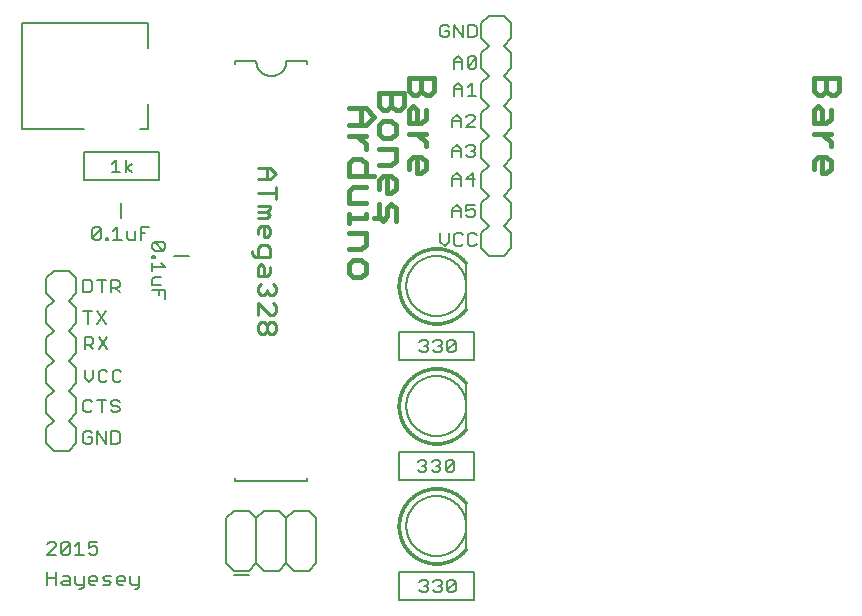
<source format=gto>
G75*
%MOIN*%
%OFA0B0*%
%FSLAX25Y25*%
%IPPOS*%
%LPD*%
%AMOC8*
5,1,8,0,0,1.08239X$1,22.5*
%
%ADD10C,0.01600*%
%ADD11C,0.01100*%
%ADD12C,0.00800*%
%ADD13C,0.00100*%
%ADD14C,0.00600*%
D10*
X0589133Y0117213D02*
X0590535Y0115812D01*
X0593337Y0115812D01*
X0594738Y0117213D01*
X0594738Y0120016D01*
X0593337Y0121417D01*
X0590535Y0121417D01*
X0589133Y0120016D01*
X0589133Y0117213D01*
X0589133Y0125020D02*
X0593337Y0125020D01*
X0594738Y0126421D01*
X0594738Y0130625D01*
X0589133Y0130625D01*
X0589133Y0133961D02*
X0589133Y0136763D01*
X0589133Y0135362D02*
X0594738Y0135362D01*
X0594738Y0136763D01*
X0597541Y0135362D02*
X0598942Y0135362D01*
X0599133Y0136025D02*
X0600535Y0134624D01*
X0601936Y0136025D01*
X0601936Y0138827D01*
X0603337Y0140229D01*
X0604738Y0138827D01*
X0604738Y0134624D01*
X0599133Y0136025D02*
X0599133Y0140229D01*
X0594738Y0140366D02*
X0589133Y0140366D01*
X0589133Y0144570D01*
X0590535Y0145971D01*
X0594738Y0145971D01*
X0599133Y0145233D02*
X0599133Y0148035D01*
X0600535Y0149436D01*
X0603337Y0149436D01*
X0604738Y0148035D01*
X0604738Y0145233D01*
X0603337Y0143832D01*
X0601936Y0143832D01*
X0601936Y0149436D01*
X0603337Y0153039D02*
X0599133Y0153039D01*
X0597541Y0149574D02*
X0589133Y0149574D01*
X0589133Y0153778D01*
X0590535Y0155179D01*
X0593337Y0155179D01*
X0594738Y0153778D01*
X0594738Y0149574D01*
X0603337Y0153039D02*
X0604738Y0154441D01*
X0604738Y0158644D01*
X0599133Y0158644D01*
X0594738Y0158649D02*
X0594738Y0160050D01*
X0591936Y0162852D01*
X0594738Y0162852D02*
X0589133Y0162852D01*
X0589133Y0166455D02*
X0594738Y0166455D01*
X0597541Y0169258D01*
X0594738Y0172060D01*
X0589133Y0172060D01*
X0593337Y0172060D02*
X0593337Y0166455D01*
X0599133Y0166451D02*
X0599133Y0163649D01*
X0600535Y0162247D01*
X0603337Y0162247D01*
X0604738Y0163649D01*
X0604738Y0166451D01*
X0603337Y0167852D01*
X0600535Y0167852D01*
X0599133Y0166451D01*
X0609133Y0167247D02*
X0609133Y0171451D01*
X0610535Y0172852D01*
X0611936Y0171451D01*
X0611936Y0167247D01*
X0613337Y0167247D02*
X0609133Y0167247D01*
X0609133Y0163644D02*
X0614738Y0163644D01*
X0611936Y0163644D02*
X0614738Y0160842D01*
X0614738Y0159441D01*
X0613337Y0155971D02*
X0614738Y0154570D01*
X0614738Y0151767D01*
X0613337Y0150366D01*
X0611936Y0150366D01*
X0611936Y0155971D01*
X0610535Y0155971D02*
X0613337Y0155971D01*
X0610535Y0155971D02*
X0609133Y0154570D01*
X0609133Y0151767D01*
X0613337Y0167247D02*
X0614738Y0168649D01*
X0614738Y0171451D01*
X0607541Y0172856D02*
X0606139Y0171455D01*
X0604738Y0171455D01*
X0603337Y0172856D01*
X0603337Y0177060D01*
X0599133Y0177060D02*
X0607541Y0177060D01*
X0607541Y0172856D01*
X0603337Y0172856D02*
X0601936Y0171455D01*
X0600535Y0171455D01*
X0599133Y0172856D01*
X0599133Y0177060D01*
X0609133Y0177856D02*
X0609133Y0182060D01*
X0617541Y0182060D01*
X0617541Y0177856D01*
X0616139Y0176455D01*
X0614738Y0176455D01*
X0613337Y0177856D01*
X0613337Y0182060D01*
X0613337Y0177856D02*
X0611936Y0176455D01*
X0610535Y0176455D01*
X0609133Y0177856D01*
X0744133Y0177856D02*
X0745535Y0176455D01*
X0746936Y0176455D01*
X0748337Y0177856D01*
X0748337Y0182060D01*
X0744133Y0182060D02*
X0752541Y0182060D01*
X0752541Y0177856D01*
X0751139Y0176455D01*
X0749738Y0176455D01*
X0748337Y0177856D01*
X0744133Y0177856D02*
X0744133Y0182060D01*
X0745535Y0172852D02*
X0746936Y0171451D01*
X0746936Y0167247D01*
X0748337Y0167247D02*
X0744133Y0167247D01*
X0744133Y0171451D01*
X0745535Y0172852D01*
X0749738Y0171451D02*
X0749738Y0168649D01*
X0748337Y0167247D01*
X0749738Y0163644D02*
X0744133Y0163644D01*
X0746936Y0163644D02*
X0749738Y0160842D01*
X0749738Y0159441D01*
X0748337Y0155971D02*
X0749738Y0154570D01*
X0749738Y0151767D01*
X0748337Y0150366D01*
X0746936Y0150366D01*
X0746936Y0155971D01*
X0745535Y0155971D02*
X0748337Y0155971D01*
X0745535Y0155971D02*
X0744133Y0154570D01*
X0744133Y0151767D01*
D11*
X0564788Y0150342D02*
X0562820Y0148373D01*
X0558883Y0148373D01*
X0561836Y0148373D02*
X0561836Y0152310D01*
X0562820Y0152310D02*
X0564788Y0150342D01*
X0562820Y0152310D02*
X0558883Y0152310D01*
X0564788Y0145864D02*
X0564788Y0141928D01*
X0564788Y0143896D02*
X0558883Y0143896D01*
X0558883Y0139419D02*
X0562820Y0139419D01*
X0562820Y0138435D01*
X0561836Y0137451D01*
X0562820Y0136466D01*
X0561836Y0135482D01*
X0558883Y0135482D01*
X0558883Y0137451D02*
X0561836Y0137451D01*
X0561836Y0132973D02*
X0559867Y0132973D01*
X0558883Y0131989D01*
X0558883Y0130021D01*
X0560852Y0129037D02*
X0560852Y0132973D01*
X0561836Y0132973D02*
X0562820Y0131989D01*
X0562820Y0130021D01*
X0561836Y0129037D01*
X0560852Y0129037D01*
X0561836Y0126528D02*
X0559867Y0126528D01*
X0558883Y0125544D01*
X0558883Y0122591D01*
X0557899Y0122591D02*
X0562820Y0122591D01*
X0562820Y0125544D01*
X0561836Y0126528D01*
X0556915Y0124560D02*
X0556915Y0123575D01*
X0557899Y0122591D01*
X0559867Y0120083D02*
X0560852Y0119098D01*
X0560852Y0116146D01*
X0561836Y0116146D02*
X0558883Y0116146D01*
X0558883Y0119098D01*
X0559867Y0120083D01*
X0562820Y0119098D02*
X0562820Y0117130D01*
X0561836Y0116146D01*
X0563804Y0113637D02*
X0564788Y0112653D01*
X0564788Y0110684D01*
X0563804Y0109700D01*
X0562820Y0109700D01*
X0561836Y0110684D01*
X0560852Y0109700D01*
X0559867Y0109700D01*
X0558883Y0110684D01*
X0558883Y0112653D01*
X0559867Y0113637D01*
X0561836Y0111669D02*
X0561836Y0110684D01*
X0563804Y0107192D02*
X0564788Y0106207D01*
X0564788Y0104239D01*
X0563804Y0103255D01*
X0562820Y0103255D01*
X0558883Y0107192D01*
X0558883Y0103255D01*
X0559867Y0100746D02*
X0560852Y0100746D01*
X0561836Y0099762D01*
X0561836Y0097793D01*
X0560852Y0096809D01*
X0559867Y0096809D01*
X0558883Y0097793D01*
X0558883Y0099762D01*
X0559867Y0100746D01*
X0561836Y0099762D02*
X0562820Y0100746D01*
X0563804Y0100746D01*
X0564788Y0099762D01*
X0564788Y0097793D01*
X0563804Y0096809D01*
X0562820Y0096809D01*
X0561836Y0097793D01*
D12*
X0488733Y0017464D02*
X0488733Y0013260D01*
X0488733Y0015362D02*
X0491536Y0015362D01*
X0491536Y0017464D02*
X0491536Y0013260D01*
X0493337Y0013961D02*
X0494038Y0014661D01*
X0496140Y0014661D01*
X0496140Y0015362D02*
X0496140Y0013260D01*
X0494038Y0013260D01*
X0493337Y0013961D01*
X0494038Y0016062D02*
X0495439Y0016062D01*
X0496140Y0015362D01*
X0497941Y0016062D02*
X0497941Y0013961D01*
X0498642Y0013260D01*
X0500744Y0013260D01*
X0500744Y0012559D02*
X0500043Y0011859D01*
X0499342Y0011859D01*
X0500744Y0012559D02*
X0500744Y0016062D01*
X0502545Y0015362D02*
X0503246Y0016062D01*
X0504647Y0016062D01*
X0505347Y0015362D01*
X0505347Y0014661D01*
X0502545Y0014661D01*
X0502545Y0013961D02*
X0502545Y0015362D01*
X0502545Y0013961D02*
X0503246Y0013260D01*
X0504647Y0013260D01*
X0507149Y0013260D02*
X0509251Y0013260D01*
X0509951Y0013961D01*
X0509251Y0014661D01*
X0507850Y0014661D01*
X0507149Y0015362D01*
X0507850Y0016062D01*
X0509951Y0016062D01*
X0511753Y0015362D02*
X0512454Y0016062D01*
X0513855Y0016062D01*
X0514555Y0015362D01*
X0514555Y0014661D01*
X0511753Y0014661D01*
X0511753Y0013961D02*
X0511753Y0015362D01*
X0511753Y0013961D02*
X0512454Y0013260D01*
X0513855Y0013260D01*
X0516357Y0013961D02*
X0516357Y0016062D01*
X0516357Y0013961D02*
X0517057Y0013260D01*
X0519159Y0013260D01*
X0519159Y0012559D02*
X0518459Y0011859D01*
X0517758Y0011859D01*
X0519159Y0012559D02*
X0519159Y0016062D01*
X0505347Y0023961D02*
X0504647Y0023260D01*
X0503246Y0023260D01*
X0502545Y0023961D01*
X0502545Y0025362D02*
X0503946Y0026062D01*
X0504647Y0026062D01*
X0505347Y0025362D01*
X0505347Y0023961D01*
X0502545Y0025362D02*
X0502545Y0027464D01*
X0505347Y0027464D01*
X0499342Y0027464D02*
X0497941Y0026062D01*
X0496140Y0026763D02*
X0493337Y0023961D01*
X0494038Y0023260D01*
X0495439Y0023260D01*
X0496140Y0023961D01*
X0496140Y0026763D01*
X0495439Y0027464D01*
X0494038Y0027464D01*
X0493337Y0026763D01*
X0493337Y0023961D01*
X0491536Y0023260D02*
X0488733Y0023260D01*
X0491536Y0026062D01*
X0491536Y0026763D01*
X0490835Y0027464D01*
X0489434Y0027464D01*
X0488733Y0026763D01*
X0499342Y0027464D02*
X0499342Y0023260D01*
X0497941Y0023260D02*
X0500744Y0023260D01*
X0548333Y0020360D02*
X0548333Y0035360D01*
X0550833Y0037860D01*
X0555833Y0037860D01*
X0558333Y0035360D01*
X0558333Y0020360D01*
X0560833Y0017860D01*
X0565833Y0017860D01*
X0568333Y0020360D01*
X0568333Y0035360D01*
X0570833Y0037860D01*
X0575833Y0037860D01*
X0578333Y0035360D01*
X0578333Y0020360D01*
X0575833Y0017860D01*
X0570833Y0017860D01*
X0568333Y0020360D01*
X0558333Y0020360D02*
X0555833Y0017860D01*
X0550833Y0017860D01*
X0548333Y0020360D01*
X0550833Y0016541D02*
X0555833Y0016541D01*
X0605932Y0017584D02*
X0605932Y0008136D01*
X0630735Y0008136D01*
X0630735Y0017584D01*
X0605932Y0017584D01*
X0612733Y0014263D02*
X0613434Y0014964D01*
X0614835Y0014964D01*
X0615536Y0014263D01*
X0615536Y0013562D01*
X0614835Y0012862D01*
X0615536Y0012161D01*
X0615536Y0011461D01*
X0614835Y0010760D01*
X0613434Y0010760D01*
X0612733Y0011461D01*
X0614135Y0012862D02*
X0614835Y0012862D01*
X0617337Y0014263D02*
X0618038Y0014964D01*
X0619439Y0014964D01*
X0620140Y0014263D01*
X0620140Y0013562D01*
X0619439Y0012862D01*
X0620140Y0012161D01*
X0620140Y0011461D01*
X0619439Y0010760D01*
X0618038Y0010760D01*
X0617337Y0011461D01*
X0618738Y0012862D02*
X0619439Y0012862D01*
X0621941Y0011461D02*
X0621941Y0014263D01*
X0622642Y0014964D01*
X0624043Y0014964D01*
X0624744Y0014263D01*
X0621941Y0011461D01*
X0622642Y0010760D01*
X0624043Y0010760D01*
X0624744Y0011461D01*
X0624744Y0014263D01*
X0628333Y0025360D02*
X0628333Y0040360D01*
X0630735Y0048136D02*
X0605932Y0048136D01*
X0605932Y0057584D01*
X0630735Y0057584D01*
X0630735Y0048136D01*
X0624244Y0051461D02*
X0623543Y0050760D01*
X0622142Y0050760D01*
X0621441Y0051461D01*
X0624244Y0054263D01*
X0624244Y0051461D01*
X0624244Y0054263D02*
X0623543Y0054964D01*
X0622142Y0054964D01*
X0621441Y0054263D01*
X0621441Y0051461D01*
X0619640Y0051461D02*
X0618939Y0050760D01*
X0617538Y0050760D01*
X0616837Y0051461D01*
X0615036Y0051461D02*
X0614335Y0050760D01*
X0612934Y0050760D01*
X0612233Y0051461D01*
X0613635Y0052862D02*
X0614335Y0052862D01*
X0615036Y0052161D01*
X0615036Y0051461D01*
X0614335Y0052862D02*
X0615036Y0053562D01*
X0615036Y0054263D01*
X0614335Y0054964D01*
X0612934Y0054964D01*
X0612233Y0054263D01*
X0616837Y0054263D02*
X0617538Y0054964D01*
X0618939Y0054964D01*
X0619640Y0054263D01*
X0619640Y0053562D01*
X0618939Y0052862D01*
X0619640Y0052161D01*
X0619640Y0051461D01*
X0618939Y0052862D02*
X0618238Y0052862D01*
X0628333Y0065360D02*
X0628333Y0080360D01*
X0630735Y0088136D02*
X0605932Y0088136D01*
X0605932Y0097584D01*
X0630735Y0097584D01*
X0630735Y0088136D01*
X0624744Y0091461D02*
X0624043Y0090760D01*
X0622642Y0090760D01*
X0621941Y0091461D01*
X0624744Y0094263D01*
X0624744Y0091461D01*
X0621941Y0091461D02*
X0621941Y0094263D01*
X0622642Y0094964D01*
X0624043Y0094964D01*
X0624744Y0094263D01*
X0620140Y0094263D02*
X0620140Y0093562D01*
X0619439Y0092862D01*
X0620140Y0092161D01*
X0620140Y0091461D01*
X0619439Y0090760D01*
X0618038Y0090760D01*
X0617337Y0091461D01*
X0615536Y0091461D02*
X0614835Y0090760D01*
X0613434Y0090760D01*
X0612733Y0091461D01*
X0614135Y0092862D02*
X0614835Y0092862D01*
X0615536Y0092161D01*
X0615536Y0091461D01*
X0614835Y0092862D02*
X0615536Y0093562D01*
X0615536Y0094263D01*
X0614835Y0094964D01*
X0613434Y0094964D01*
X0612733Y0094263D01*
X0617337Y0094263D02*
X0618038Y0094964D01*
X0619439Y0094964D01*
X0620140Y0094263D01*
X0619439Y0092862D02*
X0618738Y0092862D01*
X0628333Y0105360D02*
X0628333Y0120360D01*
X0633333Y0125360D02*
X0635833Y0122860D01*
X0640833Y0122860D01*
X0643333Y0125360D01*
X0643333Y0130360D01*
X0640833Y0132860D01*
X0643333Y0135360D01*
X0643333Y0140360D01*
X0640833Y0142860D01*
X0643333Y0145360D01*
X0643333Y0150360D01*
X0640833Y0152860D01*
X0643333Y0155360D01*
X0643333Y0160360D01*
X0640833Y0162860D01*
X0643333Y0165360D01*
X0643333Y0170360D01*
X0640833Y0172860D01*
X0643333Y0175360D01*
X0643333Y0180360D01*
X0640833Y0182860D01*
X0643333Y0185360D01*
X0643333Y0190360D01*
X0640833Y0192860D01*
X0643333Y0195360D01*
X0643333Y0200360D01*
X0640833Y0202860D01*
X0635833Y0202860D01*
X0633333Y0200360D01*
X0633333Y0195360D01*
X0635833Y0192860D01*
X0633333Y0190360D01*
X0633333Y0185360D01*
X0635833Y0182860D01*
X0633333Y0180360D01*
X0633333Y0175360D01*
X0635833Y0172860D01*
X0633333Y0170360D01*
X0633333Y0165360D01*
X0635833Y0162860D01*
X0633333Y0160360D01*
X0633333Y0155360D01*
X0635833Y0152860D01*
X0633333Y0150360D01*
X0633333Y0145360D01*
X0635833Y0142860D01*
X0633333Y0140360D01*
X0633333Y0135360D01*
X0635833Y0132860D01*
X0633333Y0130360D01*
X0633333Y0125360D01*
X0631744Y0126961D02*
X0631043Y0126260D01*
X0629642Y0126260D01*
X0628941Y0126961D01*
X0628941Y0129763D01*
X0629642Y0130464D01*
X0631043Y0130464D01*
X0631744Y0129763D01*
X0627140Y0129763D02*
X0626439Y0130464D01*
X0625038Y0130464D01*
X0624337Y0129763D01*
X0624337Y0126961D01*
X0625038Y0126260D01*
X0626439Y0126260D01*
X0627140Y0126961D01*
X0622536Y0127661D02*
X0622536Y0130464D01*
X0619733Y0130464D02*
X0619733Y0127661D01*
X0621135Y0126260D01*
X0622536Y0127661D01*
X0623733Y0135760D02*
X0623733Y0138562D01*
X0625135Y0139964D01*
X0626536Y0138562D01*
X0626536Y0135760D01*
X0628337Y0136461D02*
X0629038Y0135760D01*
X0630439Y0135760D01*
X0631140Y0136461D01*
X0631140Y0137862D01*
X0630439Y0138562D01*
X0629738Y0138562D01*
X0628337Y0137862D01*
X0628337Y0139964D01*
X0631140Y0139964D01*
X0626536Y0137862D02*
X0623733Y0137862D01*
X0623733Y0146260D02*
X0623733Y0149062D01*
X0625135Y0150464D01*
X0626536Y0149062D01*
X0626536Y0146260D01*
X0626536Y0148362D02*
X0623733Y0148362D01*
X0628337Y0148362D02*
X0631140Y0148362D01*
X0630439Y0146260D02*
X0630439Y0150464D01*
X0628337Y0148362D01*
X0629038Y0155760D02*
X0628337Y0156461D01*
X0629038Y0155760D02*
X0630439Y0155760D01*
X0631140Y0156461D01*
X0631140Y0157161D01*
X0630439Y0157862D01*
X0629738Y0157862D01*
X0630439Y0157862D02*
X0631140Y0158562D01*
X0631140Y0159263D01*
X0630439Y0159964D01*
X0629038Y0159964D01*
X0628337Y0159263D01*
X0626536Y0158562D02*
X0626536Y0155760D01*
X0626536Y0157862D02*
X0623733Y0157862D01*
X0623733Y0158562D02*
X0625135Y0159964D01*
X0626536Y0158562D01*
X0623733Y0158562D02*
X0623733Y0155760D01*
X0623733Y0165760D02*
X0623733Y0168562D01*
X0625135Y0169964D01*
X0626536Y0168562D01*
X0626536Y0165760D01*
X0628337Y0165760D02*
X0631140Y0168562D01*
X0631140Y0169263D01*
X0630439Y0169964D01*
X0629038Y0169964D01*
X0628337Y0169263D01*
X0626536Y0167862D02*
X0623733Y0167862D01*
X0628337Y0165760D02*
X0631140Y0165760D01*
X0631640Y0176260D02*
X0628837Y0176260D01*
X0630238Y0176260D02*
X0630238Y0180464D01*
X0628837Y0179062D01*
X0627036Y0179062D02*
X0627036Y0176260D01*
X0627036Y0178362D02*
X0624233Y0178362D01*
X0624233Y0179062D02*
X0625635Y0180464D01*
X0627036Y0179062D01*
X0624233Y0179062D02*
X0624233Y0176260D01*
X0624233Y0185260D02*
X0624233Y0188062D01*
X0625635Y0189464D01*
X0627036Y0188062D01*
X0627036Y0185260D01*
X0628837Y0185961D02*
X0631640Y0188763D01*
X0631640Y0185961D01*
X0630939Y0185260D01*
X0629538Y0185260D01*
X0628837Y0185961D01*
X0628837Y0188763D01*
X0629538Y0189464D01*
X0630939Y0189464D01*
X0631640Y0188763D01*
X0627036Y0187362D02*
X0624233Y0187362D01*
X0624337Y0195760D02*
X0624337Y0199964D01*
X0627140Y0195760D01*
X0627140Y0199964D01*
X0628941Y0199964D02*
X0631043Y0199964D01*
X0631744Y0199263D01*
X0631744Y0196461D01*
X0631043Y0195760D01*
X0628941Y0195760D01*
X0628941Y0199964D01*
X0622536Y0199263D02*
X0621835Y0199964D01*
X0620434Y0199964D01*
X0619733Y0199263D01*
X0619733Y0196461D01*
X0620434Y0195760D01*
X0621835Y0195760D01*
X0622536Y0196461D01*
X0622536Y0197862D01*
X0621135Y0197862D01*
X0575333Y0187860D02*
X0575333Y0186860D01*
X0575333Y0187860D02*
X0568333Y0187860D01*
X0568331Y0187720D01*
X0568325Y0187580D01*
X0568315Y0187440D01*
X0568302Y0187300D01*
X0568284Y0187161D01*
X0568262Y0187022D01*
X0568237Y0186885D01*
X0568208Y0186747D01*
X0568175Y0186611D01*
X0568138Y0186476D01*
X0568097Y0186342D01*
X0568052Y0186209D01*
X0568004Y0186077D01*
X0567952Y0185947D01*
X0567897Y0185818D01*
X0567838Y0185691D01*
X0567775Y0185565D01*
X0567709Y0185441D01*
X0567640Y0185320D01*
X0567567Y0185200D01*
X0567490Y0185082D01*
X0567411Y0184967D01*
X0567328Y0184853D01*
X0567242Y0184743D01*
X0567153Y0184634D01*
X0567061Y0184528D01*
X0566966Y0184425D01*
X0566869Y0184324D01*
X0566768Y0184227D01*
X0566665Y0184132D01*
X0566559Y0184040D01*
X0566450Y0183951D01*
X0566340Y0183865D01*
X0566226Y0183782D01*
X0566111Y0183703D01*
X0565993Y0183626D01*
X0565873Y0183553D01*
X0565752Y0183484D01*
X0565628Y0183418D01*
X0565502Y0183355D01*
X0565375Y0183296D01*
X0565246Y0183241D01*
X0565116Y0183189D01*
X0564984Y0183141D01*
X0564851Y0183096D01*
X0564717Y0183055D01*
X0564582Y0183018D01*
X0564446Y0182985D01*
X0564308Y0182956D01*
X0564171Y0182931D01*
X0564032Y0182909D01*
X0563893Y0182891D01*
X0563753Y0182878D01*
X0563613Y0182868D01*
X0563473Y0182862D01*
X0563333Y0182860D01*
X0563193Y0182862D01*
X0563053Y0182868D01*
X0562913Y0182878D01*
X0562773Y0182891D01*
X0562634Y0182909D01*
X0562495Y0182931D01*
X0562358Y0182956D01*
X0562220Y0182985D01*
X0562084Y0183018D01*
X0561949Y0183055D01*
X0561815Y0183096D01*
X0561682Y0183141D01*
X0561550Y0183189D01*
X0561420Y0183241D01*
X0561291Y0183296D01*
X0561164Y0183355D01*
X0561038Y0183418D01*
X0560914Y0183484D01*
X0560793Y0183553D01*
X0560673Y0183626D01*
X0560555Y0183703D01*
X0560440Y0183782D01*
X0560326Y0183865D01*
X0560216Y0183951D01*
X0560107Y0184040D01*
X0560001Y0184132D01*
X0559898Y0184227D01*
X0559797Y0184324D01*
X0559700Y0184425D01*
X0559605Y0184528D01*
X0559513Y0184634D01*
X0559424Y0184743D01*
X0559338Y0184853D01*
X0559255Y0184967D01*
X0559176Y0185082D01*
X0559099Y0185200D01*
X0559026Y0185320D01*
X0558957Y0185441D01*
X0558891Y0185565D01*
X0558828Y0185691D01*
X0558769Y0185818D01*
X0558714Y0185947D01*
X0558662Y0186077D01*
X0558614Y0186209D01*
X0558569Y0186342D01*
X0558528Y0186476D01*
X0558491Y0186611D01*
X0558458Y0186747D01*
X0558429Y0186885D01*
X0558404Y0187022D01*
X0558382Y0187161D01*
X0558364Y0187300D01*
X0558351Y0187440D01*
X0558341Y0187580D01*
X0558335Y0187720D01*
X0558333Y0187860D01*
X0551333Y0187860D01*
X0551333Y0186860D01*
X0522270Y0192309D02*
X0522270Y0200577D01*
X0480144Y0200577D01*
X0480144Y0165143D01*
X0501010Y0165143D01*
X0519514Y0165143D02*
X0522270Y0165143D01*
X0522270Y0173411D01*
X0525735Y0157584D02*
X0500932Y0157584D01*
X0500932Y0148136D01*
X0525735Y0148136D01*
X0525735Y0157584D01*
X0516939Y0153562D02*
X0514837Y0152161D01*
X0516939Y0150760D01*
X0514837Y0150760D02*
X0514837Y0154964D01*
X0511635Y0154964D02*
X0511635Y0150760D01*
X0513036Y0150760D02*
X0510233Y0150760D01*
X0510233Y0153562D02*
X0511635Y0154964D01*
X0513333Y0140360D02*
X0513333Y0135360D01*
X0512040Y0132464D02*
X0512040Y0128260D01*
X0510639Y0128260D02*
X0513442Y0128260D01*
X0515243Y0128961D02*
X0515944Y0128260D01*
X0518046Y0128260D01*
X0518046Y0131062D01*
X0519847Y0130362D02*
X0521248Y0130362D01*
X0519847Y0128260D02*
X0519847Y0132464D01*
X0522649Y0132464D01*
X0515243Y0131062D02*
X0515243Y0128961D01*
X0512040Y0132464D02*
X0510639Y0131062D01*
X0509038Y0128961D02*
X0509038Y0128260D01*
X0508337Y0128260D01*
X0508337Y0128961D01*
X0509038Y0128961D01*
X0506536Y0128961D02*
X0505835Y0128260D01*
X0504434Y0128260D01*
X0503733Y0128961D01*
X0506536Y0131763D01*
X0506536Y0128961D01*
X0506536Y0131763D02*
X0505835Y0132464D01*
X0504434Y0132464D01*
X0503733Y0131763D01*
X0503733Y0128961D01*
X0523733Y0126759D02*
X0523733Y0125358D01*
X0524434Y0124658D01*
X0527236Y0124658D01*
X0524434Y0127460D01*
X0523733Y0126759D01*
X0524434Y0127460D02*
X0527236Y0127460D01*
X0527937Y0126759D01*
X0527937Y0125358D01*
X0527236Y0124658D01*
X0524434Y0122856D02*
X0524434Y0122155D01*
X0523733Y0122155D01*
X0523733Y0122856D01*
X0524434Y0122856D01*
X0530833Y0122860D02*
X0535833Y0122860D01*
X0527937Y0119153D02*
X0523733Y0119153D01*
X0523733Y0120554D02*
X0523733Y0117752D01*
X0524434Y0115950D02*
X0523733Y0115250D01*
X0523733Y0113148D01*
X0526536Y0113148D01*
X0525835Y0111346D02*
X0525835Y0109945D01*
X0523733Y0111346D02*
X0527937Y0111346D01*
X0527937Y0108544D01*
X0512744Y0110760D02*
X0511342Y0112161D01*
X0512043Y0112161D02*
X0509941Y0112161D01*
X0509941Y0110760D02*
X0509941Y0114964D01*
X0512043Y0114964D01*
X0512744Y0114263D01*
X0512744Y0112862D01*
X0512043Y0112161D01*
X0506738Y0110760D02*
X0506738Y0114964D01*
X0505337Y0114964D02*
X0508140Y0114964D01*
X0503536Y0114263D02*
X0502835Y0114964D01*
X0500733Y0114964D01*
X0500733Y0110760D01*
X0502835Y0110760D01*
X0503536Y0111461D01*
X0503536Y0114263D01*
X0498333Y0115360D02*
X0498333Y0110360D01*
X0495833Y0107860D01*
X0498333Y0105360D01*
X0498333Y0100360D01*
X0495833Y0097860D01*
X0498333Y0095360D01*
X0498333Y0090360D01*
X0495833Y0087860D01*
X0498333Y0085360D01*
X0498333Y0080360D01*
X0495833Y0077860D01*
X0498333Y0075360D01*
X0498333Y0070360D01*
X0495833Y0067860D01*
X0498333Y0065360D01*
X0498333Y0060360D01*
X0495833Y0057860D01*
X0490833Y0057860D01*
X0488333Y0060360D01*
X0488333Y0065360D01*
X0490833Y0067860D01*
X0488333Y0070360D01*
X0488333Y0075360D01*
X0490833Y0077860D01*
X0488333Y0080360D01*
X0488333Y0085360D01*
X0490833Y0087860D01*
X0488333Y0090360D01*
X0488333Y0095360D01*
X0490833Y0097860D01*
X0488333Y0100360D01*
X0488333Y0105360D01*
X0490833Y0107860D01*
X0488333Y0110360D01*
X0488333Y0115360D01*
X0490833Y0117860D01*
X0495833Y0117860D01*
X0498333Y0115360D01*
X0524434Y0115950D02*
X0526536Y0115950D01*
X0527937Y0119153D02*
X0526536Y0120554D01*
X0508140Y0104464D02*
X0505337Y0100260D01*
X0508140Y0100260D02*
X0505337Y0104464D01*
X0503536Y0104464D02*
X0500733Y0104464D01*
X0502135Y0104464D02*
X0502135Y0100260D01*
X0501233Y0095964D02*
X0503335Y0095964D01*
X0504036Y0095263D01*
X0504036Y0093862D01*
X0503335Y0093161D01*
X0501233Y0093161D01*
X0501233Y0091760D02*
X0501233Y0095964D01*
X0502635Y0093161D02*
X0504036Y0091760D01*
X0505837Y0091760D02*
X0508640Y0095964D01*
X0505837Y0095964D02*
X0508640Y0091760D01*
X0507939Y0084964D02*
X0506538Y0084964D01*
X0505837Y0084263D01*
X0505837Y0081461D01*
X0506538Y0080760D01*
X0507939Y0080760D01*
X0508640Y0081461D01*
X0510441Y0081461D02*
X0511142Y0080760D01*
X0512543Y0080760D01*
X0513244Y0081461D01*
X0510441Y0081461D02*
X0510441Y0084263D01*
X0511142Y0084964D01*
X0512543Y0084964D01*
X0513244Y0084263D01*
X0508640Y0084263D02*
X0507939Y0084964D01*
X0504036Y0084964D02*
X0504036Y0082161D01*
X0502635Y0080760D01*
X0501233Y0082161D01*
X0501233Y0084964D01*
X0501434Y0074964D02*
X0500733Y0074263D01*
X0500733Y0071461D01*
X0501434Y0070760D01*
X0502835Y0070760D01*
X0503536Y0071461D01*
X0506738Y0070760D02*
X0506738Y0074964D01*
X0505337Y0074964D02*
X0508140Y0074964D01*
X0509941Y0074263D02*
X0509941Y0073562D01*
X0510642Y0072862D01*
X0512043Y0072862D01*
X0512744Y0072161D01*
X0512744Y0071461D01*
X0512043Y0070760D01*
X0510642Y0070760D01*
X0509941Y0071461D01*
X0509941Y0074263D02*
X0510642Y0074964D01*
X0512043Y0074964D01*
X0512744Y0074263D01*
X0503536Y0074263D02*
X0502835Y0074964D01*
X0501434Y0074964D01*
X0501434Y0064464D02*
X0500733Y0063763D01*
X0500733Y0060961D01*
X0501434Y0060260D01*
X0502835Y0060260D01*
X0503536Y0060961D01*
X0503536Y0062362D01*
X0502135Y0062362D01*
X0503536Y0063763D02*
X0502835Y0064464D01*
X0501434Y0064464D01*
X0505337Y0064464D02*
X0508140Y0060260D01*
X0508140Y0064464D01*
X0509941Y0064464D02*
X0512043Y0064464D01*
X0512744Y0063763D01*
X0512744Y0060961D01*
X0512043Y0060260D01*
X0509941Y0060260D01*
X0509941Y0064464D01*
X0505337Y0064464D02*
X0505337Y0060260D01*
X0551333Y0048860D02*
X0551333Y0047860D01*
X0575333Y0047860D01*
X0575333Y0048860D01*
X0565833Y0037860D02*
X0568333Y0035360D01*
X0565833Y0037860D02*
X0560833Y0037860D01*
X0558333Y0035360D01*
D13*
X0628662Y0040669D02*
X0627942Y0040129D01*
X0627943Y0040130D02*
X0627762Y0040363D01*
X0627576Y0040591D01*
X0627384Y0040815D01*
X0627187Y0041034D01*
X0626985Y0041248D01*
X0626777Y0041457D01*
X0626564Y0041660D01*
X0626347Y0041859D01*
X0626124Y0042052D01*
X0625897Y0042240D01*
X0625666Y0042422D01*
X0625430Y0042599D01*
X0625189Y0042769D01*
X0624945Y0042934D01*
X0624697Y0043092D01*
X0624445Y0043245D01*
X0624189Y0043391D01*
X0623930Y0043531D01*
X0623667Y0043665D01*
X0623402Y0043792D01*
X0623133Y0043913D01*
X0622861Y0044027D01*
X0622587Y0044134D01*
X0622310Y0044235D01*
X0622031Y0044329D01*
X0621749Y0044416D01*
X0621466Y0044496D01*
X0621180Y0044569D01*
X0620893Y0044635D01*
X0620604Y0044694D01*
X0620314Y0044746D01*
X0620023Y0044791D01*
X0619731Y0044829D01*
X0619438Y0044859D01*
X0619144Y0044883D01*
X0618850Y0044899D01*
X0618556Y0044908D01*
X0618261Y0044910D01*
X0617966Y0044904D01*
X0617672Y0044892D01*
X0617378Y0044872D01*
X0617085Y0044845D01*
X0616792Y0044811D01*
X0616500Y0044770D01*
X0616210Y0044721D01*
X0615920Y0044666D01*
X0615633Y0044604D01*
X0615346Y0044534D01*
X0615062Y0044457D01*
X0614779Y0044374D01*
X0614499Y0044284D01*
X0614221Y0044187D01*
X0613945Y0044083D01*
X0613672Y0043972D01*
X0613402Y0043855D01*
X0613134Y0043731D01*
X0612870Y0043601D01*
X0612609Y0043464D01*
X0612352Y0043321D01*
X0612098Y0043171D01*
X0611847Y0043016D01*
X0611601Y0042854D01*
X0611359Y0042687D01*
X0611121Y0042513D01*
X0610887Y0042334D01*
X0610657Y0042149D01*
X0610433Y0041959D01*
X0610212Y0041763D01*
X0609997Y0041562D01*
X0609787Y0041355D01*
X0609582Y0041144D01*
X0609382Y0040927D01*
X0609187Y0040706D01*
X0608998Y0040480D01*
X0608815Y0040250D01*
X0608637Y0040015D01*
X0608465Y0039775D01*
X0608299Y0039532D01*
X0608139Y0039285D01*
X0607985Y0039034D01*
X0607837Y0038779D01*
X0607695Y0038520D01*
X0607560Y0038259D01*
X0607431Y0037994D01*
X0607309Y0037726D01*
X0607193Y0037455D01*
X0607084Y0037181D01*
X0606982Y0036905D01*
X0606887Y0036626D01*
X0606798Y0036345D01*
X0606716Y0036062D01*
X0606641Y0035777D01*
X0606574Y0035490D01*
X0606513Y0035202D01*
X0606459Y0034912D01*
X0606412Y0034621D01*
X0606373Y0034329D01*
X0606341Y0034037D01*
X0606315Y0033743D01*
X0606297Y0033449D01*
X0606287Y0033155D01*
X0606283Y0032860D01*
X0606287Y0032565D01*
X0606297Y0032271D01*
X0606315Y0031977D01*
X0606341Y0031683D01*
X0606373Y0031391D01*
X0606412Y0031099D01*
X0606459Y0030808D01*
X0606513Y0030518D01*
X0606574Y0030230D01*
X0606641Y0029943D01*
X0606716Y0029658D01*
X0606798Y0029375D01*
X0606887Y0029094D01*
X0606982Y0028815D01*
X0607084Y0028539D01*
X0607193Y0028265D01*
X0607309Y0027994D01*
X0607431Y0027726D01*
X0607560Y0027461D01*
X0607695Y0027200D01*
X0607837Y0026941D01*
X0607985Y0026686D01*
X0608139Y0026435D01*
X0608299Y0026188D01*
X0608465Y0025945D01*
X0608637Y0025705D01*
X0608815Y0025470D01*
X0608998Y0025240D01*
X0609187Y0025014D01*
X0609382Y0024793D01*
X0609582Y0024576D01*
X0609787Y0024365D01*
X0609997Y0024158D01*
X0610212Y0023957D01*
X0610433Y0023761D01*
X0610657Y0023571D01*
X0610887Y0023386D01*
X0611121Y0023207D01*
X0611359Y0023033D01*
X0611601Y0022866D01*
X0611847Y0022704D01*
X0612098Y0022549D01*
X0612352Y0022399D01*
X0612609Y0022256D01*
X0612870Y0022119D01*
X0613134Y0021989D01*
X0613402Y0021865D01*
X0613672Y0021748D01*
X0613945Y0021637D01*
X0614221Y0021533D01*
X0614499Y0021436D01*
X0614779Y0021346D01*
X0615062Y0021263D01*
X0615346Y0021186D01*
X0615633Y0021116D01*
X0615920Y0021054D01*
X0616210Y0020999D01*
X0616500Y0020950D01*
X0616792Y0020909D01*
X0617085Y0020875D01*
X0617378Y0020848D01*
X0617672Y0020828D01*
X0617966Y0020816D01*
X0618261Y0020810D01*
X0618556Y0020812D01*
X0618850Y0020821D01*
X0619144Y0020837D01*
X0619438Y0020861D01*
X0619731Y0020891D01*
X0620023Y0020929D01*
X0620314Y0020974D01*
X0620604Y0021026D01*
X0620893Y0021085D01*
X0621180Y0021151D01*
X0621466Y0021224D01*
X0621749Y0021304D01*
X0622031Y0021391D01*
X0622310Y0021485D01*
X0622587Y0021586D01*
X0622861Y0021693D01*
X0623133Y0021807D01*
X0623402Y0021928D01*
X0623667Y0022055D01*
X0623930Y0022189D01*
X0624189Y0022329D01*
X0624445Y0022475D01*
X0624697Y0022628D01*
X0624945Y0022786D01*
X0625189Y0022951D01*
X0625430Y0023121D01*
X0625666Y0023298D01*
X0625897Y0023480D01*
X0626124Y0023668D01*
X0626347Y0023861D01*
X0626564Y0024060D01*
X0626777Y0024263D01*
X0626985Y0024472D01*
X0627187Y0024686D01*
X0627384Y0024905D01*
X0627576Y0025129D01*
X0627762Y0025357D01*
X0627943Y0025590D01*
X0628662Y0025051D01*
X0628663Y0025050D01*
X0628469Y0024800D01*
X0628269Y0024554D01*
X0628063Y0024314D01*
X0627851Y0024079D01*
X0627633Y0023849D01*
X0627410Y0023624D01*
X0627182Y0023405D01*
X0626948Y0023191D01*
X0626709Y0022983D01*
X0626465Y0022781D01*
X0626216Y0022586D01*
X0625962Y0022396D01*
X0625704Y0022213D01*
X0625442Y0022036D01*
X0625175Y0021865D01*
X0624904Y0021701D01*
X0624629Y0021544D01*
X0624351Y0021393D01*
X0624068Y0021249D01*
X0623783Y0021113D01*
X0623494Y0020983D01*
X0623202Y0020860D01*
X0622907Y0020745D01*
X0622610Y0020637D01*
X0622309Y0020536D01*
X0622007Y0020442D01*
X0621702Y0020356D01*
X0621395Y0020277D01*
X0621087Y0020206D01*
X0620777Y0020143D01*
X0620465Y0020087D01*
X0620152Y0020038D01*
X0619838Y0019998D01*
X0619523Y0019965D01*
X0619207Y0019940D01*
X0618891Y0019922D01*
X0618575Y0019912D01*
X0618258Y0019910D01*
X0617941Y0019916D01*
X0617625Y0019929D01*
X0617309Y0019951D01*
X0616994Y0019979D01*
X0616679Y0020016D01*
X0616366Y0020060D01*
X0616053Y0020112D01*
X0615742Y0020172D01*
X0615433Y0020239D01*
X0615125Y0020314D01*
X0614819Y0020396D01*
X0614516Y0020485D01*
X0614214Y0020582D01*
X0613915Y0020687D01*
X0613619Y0020799D01*
X0613325Y0020917D01*
X0613035Y0021043D01*
X0612748Y0021176D01*
X0612463Y0021317D01*
X0612183Y0021464D01*
X0611906Y0021617D01*
X0611633Y0021778D01*
X0611364Y0021945D01*
X0611099Y0022119D01*
X0610839Y0022299D01*
X0610583Y0022485D01*
X0610332Y0022678D01*
X0610085Y0022876D01*
X0609843Y0023081D01*
X0609607Y0023291D01*
X0609375Y0023508D01*
X0609150Y0023730D01*
X0608929Y0023957D01*
X0608714Y0024189D01*
X0608505Y0024427D01*
X0608302Y0024670D01*
X0608104Y0024918D01*
X0607913Y0025170D01*
X0607728Y0025427D01*
X0607550Y0025689D01*
X0607378Y0025955D01*
X0607212Y0026224D01*
X0607053Y0026498D01*
X0606901Y0026776D01*
X0606756Y0027057D01*
X0606617Y0027342D01*
X0606486Y0027630D01*
X0606362Y0027922D01*
X0606244Y0028216D01*
X0606134Y0028513D01*
X0606032Y0028812D01*
X0605937Y0029114D01*
X0605849Y0029418D01*
X0605768Y0029725D01*
X0605695Y0030033D01*
X0605630Y0030343D01*
X0605572Y0030654D01*
X0605522Y0030967D01*
X0605480Y0031281D01*
X0605445Y0031595D01*
X0605418Y0031911D01*
X0605398Y0032227D01*
X0605387Y0032543D01*
X0605383Y0032860D01*
X0605387Y0033177D01*
X0605398Y0033493D01*
X0605418Y0033809D01*
X0605445Y0034125D01*
X0605480Y0034439D01*
X0605522Y0034753D01*
X0605572Y0035066D01*
X0605630Y0035377D01*
X0605695Y0035687D01*
X0605768Y0035995D01*
X0605849Y0036302D01*
X0605937Y0036606D01*
X0606032Y0036908D01*
X0606134Y0037207D01*
X0606244Y0037504D01*
X0606362Y0037798D01*
X0606486Y0038090D01*
X0606617Y0038378D01*
X0606756Y0038663D01*
X0606901Y0038944D01*
X0607053Y0039222D01*
X0607212Y0039496D01*
X0607378Y0039765D01*
X0607550Y0040031D01*
X0607728Y0040293D01*
X0607913Y0040550D01*
X0608104Y0040802D01*
X0608302Y0041050D01*
X0608505Y0041293D01*
X0608714Y0041531D01*
X0608929Y0041763D01*
X0609150Y0041990D01*
X0609375Y0042212D01*
X0609607Y0042429D01*
X0609843Y0042639D01*
X0610085Y0042844D01*
X0610332Y0043042D01*
X0610583Y0043235D01*
X0610839Y0043421D01*
X0611099Y0043601D01*
X0611364Y0043775D01*
X0611633Y0043942D01*
X0611906Y0044103D01*
X0612183Y0044256D01*
X0612463Y0044403D01*
X0612748Y0044544D01*
X0613035Y0044677D01*
X0613325Y0044803D01*
X0613619Y0044921D01*
X0613915Y0045033D01*
X0614214Y0045138D01*
X0614516Y0045235D01*
X0614819Y0045324D01*
X0615125Y0045406D01*
X0615433Y0045481D01*
X0615742Y0045548D01*
X0616053Y0045608D01*
X0616366Y0045660D01*
X0616679Y0045704D01*
X0616994Y0045741D01*
X0617309Y0045769D01*
X0617625Y0045791D01*
X0617941Y0045804D01*
X0618258Y0045810D01*
X0618575Y0045808D01*
X0618891Y0045798D01*
X0619207Y0045780D01*
X0619523Y0045755D01*
X0619838Y0045722D01*
X0620152Y0045682D01*
X0620465Y0045633D01*
X0620777Y0045577D01*
X0621087Y0045514D01*
X0621395Y0045443D01*
X0621702Y0045364D01*
X0622007Y0045278D01*
X0622309Y0045184D01*
X0622610Y0045083D01*
X0622907Y0044975D01*
X0623202Y0044860D01*
X0623494Y0044737D01*
X0623783Y0044607D01*
X0624068Y0044471D01*
X0624351Y0044327D01*
X0624629Y0044176D01*
X0624904Y0044019D01*
X0625175Y0043855D01*
X0625442Y0043684D01*
X0625704Y0043507D01*
X0625962Y0043324D01*
X0626216Y0043134D01*
X0626465Y0042939D01*
X0626709Y0042737D01*
X0626948Y0042529D01*
X0627182Y0042315D01*
X0627410Y0042096D01*
X0627633Y0041871D01*
X0627851Y0041641D01*
X0628063Y0041406D01*
X0628269Y0041166D01*
X0628469Y0040920D01*
X0628663Y0040670D01*
X0628588Y0040614D01*
X0628395Y0040862D01*
X0628196Y0041106D01*
X0627992Y0041344D01*
X0627782Y0041578D01*
X0627566Y0041806D01*
X0627344Y0042029D01*
X0627117Y0042247D01*
X0626885Y0042459D01*
X0626648Y0042665D01*
X0626406Y0042866D01*
X0626158Y0043060D01*
X0625907Y0043248D01*
X0625650Y0043430D01*
X0625390Y0043606D01*
X0625125Y0043775D01*
X0624856Y0043938D01*
X0624583Y0044094D01*
X0624307Y0044244D01*
X0624027Y0044386D01*
X0623743Y0044522D01*
X0623456Y0044651D01*
X0623166Y0044773D01*
X0622874Y0044887D01*
X0622578Y0044995D01*
X0622280Y0045095D01*
X0621980Y0045188D01*
X0621677Y0045273D01*
X0621373Y0045351D01*
X0621067Y0045422D01*
X0620759Y0045485D01*
X0620449Y0045541D01*
X0620139Y0045589D01*
X0619827Y0045629D01*
X0619514Y0045662D01*
X0619201Y0045687D01*
X0618887Y0045704D01*
X0618573Y0045714D01*
X0618258Y0045716D01*
X0617944Y0045710D01*
X0617630Y0045697D01*
X0617316Y0045676D01*
X0617003Y0045647D01*
X0616691Y0045611D01*
X0616380Y0045567D01*
X0616070Y0045515D01*
X0615761Y0045456D01*
X0615454Y0045389D01*
X0615148Y0045315D01*
X0614845Y0045234D01*
X0614543Y0045145D01*
X0614244Y0045048D01*
X0613947Y0044945D01*
X0613653Y0044834D01*
X0613362Y0044716D01*
X0613073Y0044591D01*
X0612788Y0044459D01*
X0612506Y0044320D01*
X0612228Y0044174D01*
X0611953Y0044021D01*
X0611682Y0043862D01*
X0611415Y0043696D01*
X0611152Y0043523D01*
X0610893Y0043345D01*
X0610639Y0043160D01*
X0610390Y0042968D01*
X0610145Y0042771D01*
X0609905Y0042568D01*
X0609670Y0042359D01*
X0609440Y0042144D01*
X0609216Y0041924D01*
X0608997Y0041699D01*
X0608784Y0041468D01*
X0608576Y0041232D01*
X0608374Y0040990D01*
X0608179Y0040745D01*
X0607989Y0040494D01*
X0607805Y0040239D01*
X0607628Y0039979D01*
X0607457Y0039715D01*
X0607293Y0039447D01*
X0607135Y0039175D01*
X0606984Y0038900D01*
X0606840Y0038620D01*
X0606702Y0038338D01*
X0606572Y0038052D01*
X0606448Y0037763D01*
X0606332Y0037470D01*
X0606223Y0037176D01*
X0606121Y0036878D01*
X0606027Y0036579D01*
X0605939Y0036276D01*
X0605859Y0035972D01*
X0605787Y0035667D01*
X0605722Y0035359D01*
X0605665Y0035050D01*
X0605615Y0034739D01*
X0605573Y0034428D01*
X0605538Y0034115D01*
X0605512Y0033802D01*
X0605492Y0033488D01*
X0605481Y0033174D01*
X0605477Y0032860D01*
X0605481Y0032546D01*
X0605492Y0032232D01*
X0605512Y0031918D01*
X0605538Y0031605D01*
X0605573Y0031292D01*
X0605615Y0030981D01*
X0605665Y0030670D01*
X0605722Y0030361D01*
X0605787Y0030053D01*
X0605859Y0029748D01*
X0605939Y0029444D01*
X0606027Y0029141D01*
X0606121Y0028842D01*
X0606223Y0028544D01*
X0606332Y0028250D01*
X0606448Y0027957D01*
X0606572Y0027668D01*
X0606702Y0027382D01*
X0606840Y0027100D01*
X0606984Y0026820D01*
X0607135Y0026545D01*
X0607293Y0026273D01*
X0607457Y0026005D01*
X0607628Y0025741D01*
X0607805Y0025481D01*
X0607989Y0025226D01*
X0608179Y0024975D01*
X0608374Y0024730D01*
X0608576Y0024488D01*
X0608784Y0024252D01*
X0608997Y0024021D01*
X0609216Y0023796D01*
X0609440Y0023576D01*
X0609670Y0023361D01*
X0609905Y0023152D01*
X0610145Y0022949D01*
X0610390Y0022752D01*
X0610639Y0022560D01*
X0610893Y0022375D01*
X0611152Y0022197D01*
X0611415Y0022024D01*
X0611682Y0021858D01*
X0611953Y0021699D01*
X0612228Y0021546D01*
X0612506Y0021400D01*
X0612788Y0021261D01*
X0613073Y0021129D01*
X0613362Y0021004D01*
X0613653Y0020886D01*
X0613947Y0020775D01*
X0614244Y0020672D01*
X0614543Y0020575D01*
X0614845Y0020486D01*
X0615148Y0020405D01*
X0615454Y0020331D01*
X0615761Y0020264D01*
X0616070Y0020205D01*
X0616380Y0020153D01*
X0616691Y0020109D01*
X0617003Y0020073D01*
X0617316Y0020044D01*
X0617630Y0020023D01*
X0617944Y0020010D01*
X0618258Y0020004D01*
X0618573Y0020006D01*
X0618887Y0020016D01*
X0619201Y0020033D01*
X0619514Y0020058D01*
X0619827Y0020091D01*
X0620139Y0020131D01*
X0620449Y0020179D01*
X0620759Y0020235D01*
X0621067Y0020298D01*
X0621373Y0020369D01*
X0621677Y0020447D01*
X0621980Y0020532D01*
X0622280Y0020625D01*
X0622578Y0020725D01*
X0622874Y0020833D01*
X0623166Y0020947D01*
X0623456Y0021069D01*
X0623743Y0021198D01*
X0624027Y0021334D01*
X0624307Y0021476D01*
X0624583Y0021626D01*
X0624856Y0021782D01*
X0625125Y0021945D01*
X0625390Y0022114D01*
X0625650Y0022290D01*
X0625907Y0022472D01*
X0626158Y0022660D01*
X0626406Y0022854D01*
X0626648Y0023055D01*
X0626885Y0023261D01*
X0627117Y0023473D01*
X0627344Y0023691D01*
X0627566Y0023914D01*
X0627782Y0024142D01*
X0627992Y0024376D01*
X0628196Y0024614D01*
X0628395Y0024858D01*
X0628588Y0025106D01*
X0628513Y0025163D01*
X0628321Y0024916D01*
X0628124Y0024674D01*
X0627921Y0024437D01*
X0627712Y0024206D01*
X0627498Y0023979D01*
X0627278Y0023757D01*
X0627053Y0023541D01*
X0626822Y0023331D01*
X0626587Y0023126D01*
X0626346Y0022927D01*
X0626101Y0022734D01*
X0625851Y0022548D01*
X0625597Y0022367D01*
X0625338Y0022192D01*
X0625075Y0022024D01*
X0624808Y0021863D01*
X0624537Y0021708D01*
X0624263Y0021559D01*
X0623985Y0021418D01*
X0623703Y0021283D01*
X0623419Y0021155D01*
X0623131Y0021034D01*
X0622840Y0020920D01*
X0622547Y0020814D01*
X0622251Y0020714D01*
X0621953Y0020622D01*
X0621653Y0020537D01*
X0621350Y0020460D01*
X0621046Y0020390D01*
X0620741Y0020327D01*
X0620434Y0020272D01*
X0620125Y0020224D01*
X0619816Y0020184D01*
X0619505Y0020152D01*
X0619194Y0020127D01*
X0618883Y0020110D01*
X0618571Y0020100D01*
X0618259Y0020098D01*
X0617947Y0020104D01*
X0617635Y0020117D01*
X0617324Y0020138D01*
X0617013Y0020166D01*
X0616703Y0020203D01*
X0616394Y0020246D01*
X0616086Y0020297D01*
X0615779Y0020356D01*
X0615475Y0020422D01*
X0615171Y0020496D01*
X0614870Y0020577D01*
X0614571Y0020665D01*
X0614274Y0020761D01*
X0613979Y0020864D01*
X0613687Y0020974D01*
X0613398Y0021091D01*
X0613111Y0021215D01*
X0612828Y0021346D01*
X0612548Y0021484D01*
X0612272Y0021629D01*
X0611999Y0021781D01*
X0611730Y0021939D01*
X0611465Y0022104D01*
X0611204Y0022275D01*
X0610948Y0022452D01*
X0610695Y0022636D01*
X0610448Y0022826D01*
X0610205Y0023021D01*
X0609966Y0023223D01*
X0609733Y0023431D01*
X0609505Y0023644D01*
X0609283Y0023862D01*
X0609065Y0024086D01*
X0608854Y0024315D01*
X0608648Y0024550D01*
X0608447Y0024789D01*
X0608253Y0025033D01*
X0608065Y0025282D01*
X0607882Y0025535D01*
X0607706Y0025793D01*
X0607537Y0026055D01*
X0607374Y0026321D01*
X0607217Y0026591D01*
X0607067Y0026865D01*
X0606924Y0027142D01*
X0606787Y0027422D01*
X0606658Y0027706D01*
X0606535Y0027993D01*
X0606420Y0028283D01*
X0606312Y0028576D01*
X0606210Y0028871D01*
X0606116Y0029169D01*
X0606030Y0029469D01*
X0605951Y0029770D01*
X0605879Y0030074D01*
X0605814Y0030379D01*
X0605757Y0030686D01*
X0605708Y0030994D01*
X0605666Y0031304D01*
X0605632Y0031614D01*
X0605605Y0031925D01*
X0605586Y0032236D01*
X0605575Y0032548D01*
X0605571Y0032860D01*
X0605575Y0033172D01*
X0605586Y0033484D01*
X0605605Y0033795D01*
X0605632Y0034106D01*
X0605666Y0034416D01*
X0605708Y0034726D01*
X0605757Y0035034D01*
X0605814Y0035341D01*
X0605879Y0035646D01*
X0605951Y0035950D01*
X0606030Y0036251D01*
X0606116Y0036551D01*
X0606210Y0036849D01*
X0606312Y0037144D01*
X0606420Y0037437D01*
X0606535Y0037727D01*
X0606658Y0038014D01*
X0606787Y0038298D01*
X0606924Y0038578D01*
X0607067Y0038855D01*
X0607217Y0039129D01*
X0607374Y0039399D01*
X0607537Y0039665D01*
X0607706Y0039927D01*
X0607882Y0040185D01*
X0608065Y0040438D01*
X0608253Y0040687D01*
X0608447Y0040931D01*
X0608648Y0041170D01*
X0608854Y0041405D01*
X0609065Y0041634D01*
X0609283Y0041858D01*
X0609505Y0042076D01*
X0609733Y0042289D01*
X0609966Y0042497D01*
X0610205Y0042699D01*
X0610448Y0042894D01*
X0610695Y0043084D01*
X0610948Y0043268D01*
X0611204Y0043445D01*
X0611465Y0043616D01*
X0611730Y0043781D01*
X0611999Y0043939D01*
X0612272Y0044091D01*
X0612548Y0044236D01*
X0612828Y0044374D01*
X0613111Y0044505D01*
X0613398Y0044629D01*
X0613687Y0044746D01*
X0613979Y0044856D01*
X0614274Y0044959D01*
X0614571Y0045055D01*
X0614870Y0045143D01*
X0615171Y0045224D01*
X0615475Y0045298D01*
X0615779Y0045364D01*
X0616086Y0045423D01*
X0616394Y0045474D01*
X0616703Y0045517D01*
X0617013Y0045554D01*
X0617324Y0045582D01*
X0617635Y0045603D01*
X0617947Y0045616D01*
X0618259Y0045622D01*
X0618571Y0045620D01*
X0618883Y0045610D01*
X0619194Y0045593D01*
X0619505Y0045568D01*
X0619816Y0045536D01*
X0620125Y0045496D01*
X0620434Y0045448D01*
X0620741Y0045393D01*
X0621046Y0045330D01*
X0621350Y0045260D01*
X0621653Y0045183D01*
X0621953Y0045098D01*
X0622251Y0045006D01*
X0622547Y0044906D01*
X0622840Y0044800D01*
X0623131Y0044686D01*
X0623419Y0044565D01*
X0623703Y0044437D01*
X0623985Y0044302D01*
X0624263Y0044161D01*
X0624537Y0044012D01*
X0624808Y0043857D01*
X0625075Y0043696D01*
X0625338Y0043528D01*
X0625597Y0043353D01*
X0625851Y0043172D01*
X0626101Y0042986D01*
X0626346Y0042793D01*
X0626587Y0042594D01*
X0626822Y0042389D01*
X0627053Y0042179D01*
X0627278Y0041963D01*
X0627498Y0041741D01*
X0627712Y0041514D01*
X0627921Y0041283D01*
X0628124Y0041046D01*
X0628321Y0040804D01*
X0628513Y0040557D01*
X0628437Y0040501D01*
X0628247Y0040746D01*
X0628052Y0040986D01*
X0627850Y0041221D01*
X0627643Y0041451D01*
X0627430Y0041676D01*
X0627212Y0041896D01*
X0626988Y0042110D01*
X0626759Y0042319D01*
X0626526Y0042522D01*
X0626287Y0042720D01*
X0626044Y0042911D01*
X0625795Y0043097D01*
X0625543Y0043276D01*
X0625286Y0043449D01*
X0625025Y0043616D01*
X0624760Y0043777D01*
X0624491Y0043930D01*
X0624219Y0044078D01*
X0623943Y0044218D01*
X0623663Y0044352D01*
X0623381Y0044479D01*
X0623095Y0044599D01*
X0622807Y0044712D01*
X0622516Y0044818D01*
X0622222Y0044916D01*
X0621926Y0045008D01*
X0621628Y0045092D01*
X0621328Y0045169D01*
X0621026Y0045238D01*
X0620723Y0045301D01*
X0620418Y0045355D01*
X0620112Y0045403D01*
X0619804Y0045442D01*
X0619496Y0045474D01*
X0619188Y0045499D01*
X0618878Y0045516D01*
X0618569Y0045526D01*
X0618259Y0045528D01*
X0617949Y0045522D01*
X0617640Y0045509D01*
X0617331Y0045488D01*
X0617022Y0045460D01*
X0616715Y0045424D01*
X0616408Y0045381D01*
X0616102Y0045330D01*
X0615798Y0045272D01*
X0615495Y0045206D01*
X0615194Y0045133D01*
X0614895Y0045053D01*
X0614598Y0044965D01*
X0614303Y0044870D01*
X0614011Y0044768D01*
X0613721Y0044659D01*
X0613434Y0044542D01*
X0613150Y0044419D01*
X0612869Y0044289D01*
X0612591Y0044152D01*
X0612317Y0044008D01*
X0612046Y0043858D01*
X0611779Y0043701D01*
X0611516Y0043537D01*
X0611257Y0043367D01*
X0611002Y0043191D01*
X0610751Y0043009D01*
X0610506Y0042820D01*
X0610264Y0042626D01*
X0610028Y0042426D01*
X0609797Y0042220D01*
X0609570Y0042008D01*
X0609349Y0041791D01*
X0609134Y0041569D01*
X0608923Y0041342D01*
X0608719Y0041109D01*
X0608520Y0040871D01*
X0608327Y0040629D01*
X0608140Y0040382D01*
X0607959Y0040131D01*
X0607785Y0039875D01*
X0607616Y0039615D01*
X0607454Y0039351D01*
X0607299Y0039083D01*
X0607150Y0038811D01*
X0607008Y0038536D01*
X0606872Y0038257D01*
X0606744Y0037976D01*
X0606622Y0037691D01*
X0606508Y0037403D01*
X0606400Y0037112D01*
X0606300Y0036819D01*
X0606206Y0036524D01*
X0606120Y0036226D01*
X0606042Y0035927D01*
X0605971Y0035625D01*
X0605907Y0035322D01*
X0605850Y0035018D01*
X0605801Y0034712D01*
X0605760Y0034405D01*
X0605726Y0034097D01*
X0605699Y0033788D01*
X0605680Y0033479D01*
X0605669Y0033170D01*
X0605665Y0032860D01*
X0605669Y0032550D01*
X0605680Y0032241D01*
X0605699Y0031932D01*
X0605726Y0031623D01*
X0605760Y0031315D01*
X0605801Y0031008D01*
X0605850Y0030702D01*
X0605907Y0030398D01*
X0605971Y0030095D01*
X0606042Y0029793D01*
X0606120Y0029494D01*
X0606206Y0029196D01*
X0606300Y0028901D01*
X0606400Y0028608D01*
X0606508Y0028317D01*
X0606622Y0028029D01*
X0606744Y0027744D01*
X0606872Y0027463D01*
X0607008Y0027184D01*
X0607150Y0026909D01*
X0607299Y0026637D01*
X0607454Y0026369D01*
X0607616Y0026105D01*
X0607785Y0025845D01*
X0607959Y0025589D01*
X0608140Y0025338D01*
X0608327Y0025091D01*
X0608520Y0024849D01*
X0608719Y0024611D01*
X0608923Y0024378D01*
X0609134Y0024151D01*
X0609349Y0023929D01*
X0609570Y0023712D01*
X0609797Y0023500D01*
X0610028Y0023294D01*
X0610264Y0023094D01*
X0610506Y0022900D01*
X0610751Y0022711D01*
X0611002Y0022529D01*
X0611257Y0022353D01*
X0611516Y0022183D01*
X0611779Y0022019D01*
X0612046Y0021862D01*
X0612317Y0021712D01*
X0612591Y0021568D01*
X0612869Y0021431D01*
X0613150Y0021301D01*
X0613434Y0021178D01*
X0613721Y0021061D01*
X0614011Y0020952D01*
X0614303Y0020850D01*
X0614598Y0020755D01*
X0614895Y0020667D01*
X0615194Y0020587D01*
X0615495Y0020514D01*
X0615798Y0020448D01*
X0616102Y0020390D01*
X0616408Y0020339D01*
X0616715Y0020296D01*
X0617022Y0020260D01*
X0617331Y0020232D01*
X0617640Y0020211D01*
X0617949Y0020198D01*
X0618259Y0020192D01*
X0618569Y0020194D01*
X0618878Y0020204D01*
X0619188Y0020221D01*
X0619496Y0020246D01*
X0619804Y0020278D01*
X0620112Y0020317D01*
X0620418Y0020365D01*
X0620723Y0020419D01*
X0621026Y0020482D01*
X0621328Y0020551D01*
X0621628Y0020628D01*
X0621926Y0020712D01*
X0622222Y0020804D01*
X0622516Y0020902D01*
X0622807Y0021008D01*
X0623095Y0021121D01*
X0623381Y0021241D01*
X0623663Y0021368D01*
X0623943Y0021502D01*
X0624219Y0021642D01*
X0624491Y0021790D01*
X0624760Y0021943D01*
X0625025Y0022104D01*
X0625286Y0022271D01*
X0625543Y0022444D01*
X0625795Y0022623D01*
X0626044Y0022809D01*
X0626287Y0023000D01*
X0626526Y0023198D01*
X0626759Y0023401D01*
X0626988Y0023610D01*
X0627212Y0023824D01*
X0627430Y0024044D01*
X0627643Y0024269D01*
X0627850Y0024499D01*
X0628052Y0024734D01*
X0628247Y0024974D01*
X0628437Y0025219D01*
X0628362Y0025276D01*
X0628174Y0025033D01*
X0627979Y0024794D01*
X0627779Y0024561D01*
X0627574Y0024333D01*
X0627362Y0024109D01*
X0627146Y0023891D01*
X0626924Y0023678D01*
X0626697Y0023471D01*
X0626465Y0023269D01*
X0626228Y0023073D01*
X0625986Y0022883D01*
X0625740Y0022699D01*
X0625489Y0022521D01*
X0625234Y0022349D01*
X0624975Y0022184D01*
X0624712Y0022024D01*
X0624445Y0021872D01*
X0624175Y0021725D01*
X0623901Y0021586D01*
X0623624Y0021453D01*
X0623343Y0021327D01*
X0623060Y0021208D01*
X0622773Y0021096D01*
X0622484Y0020991D01*
X0622193Y0020893D01*
X0621899Y0020802D01*
X0621603Y0020719D01*
X0621306Y0020642D01*
X0621006Y0020573D01*
X0620705Y0020512D01*
X0620402Y0020457D01*
X0620098Y0020411D01*
X0619793Y0020371D01*
X0619488Y0020339D01*
X0619181Y0020315D01*
X0618874Y0020298D01*
X0618567Y0020288D01*
X0618259Y0020286D01*
X0617952Y0020292D01*
X0617645Y0020305D01*
X0617338Y0020325D01*
X0617032Y0020354D01*
X0616726Y0020389D01*
X0616422Y0020432D01*
X0616119Y0020483D01*
X0615817Y0020540D01*
X0615516Y0020606D01*
X0615217Y0020678D01*
X0614921Y0020758D01*
X0614626Y0020845D01*
X0614333Y0020939D01*
X0614043Y0021041D01*
X0613755Y0021149D01*
X0613470Y0021264D01*
X0613188Y0021387D01*
X0612909Y0021516D01*
X0612633Y0021652D01*
X0612361Y0021795D01*
X0612092Y0021944D01*
X0611827Y0022100D01*
X0611566Y0022262D01*
X0611309Y0022431D01*
X0611056Y0022606D01*
X0610808Y0022787D01*
X0610564Y0022974D01*
X0610324Y0023167D01*
X0610090Y0023365D01*
X0609860Y0023570D01*
X0609635Y0023780D01*
X0609416Y0023995D01*
X0609202Y0024216D01*
X0608993Y0024441D01*
X0608790Y0024672D01*
X0608593Y0024908D01*
X0608401Y0025149D01*
X0608216Y0025394D01*
X0608036Y0025643D01*
X0607863Y0025897D01*
X0607696Y0026155D01*
X0607535Y0026417D01*
X0607381Y0026683D01*
X0607233Y0026953D01*
X0607092Y0027226D01*
X0606957Y0027503D01*
X0606830Y0027782D01*
X0606709Y0028065D01*
X0606595Y0028351D01*
X0606489Y0028639D01*
X0606389Y0028930D01*
X0606296Y0029223D01*
X0606211Y0029519D01*
X0606133Y0029816D01*
X0606062Y0030115D01*
X0605999Y0030416D01*
X0605943Y0030718D01*
X0605894Y0031022D01*
X0605853Y0031327D01*
X0605819Y0031632D01*
X0605793Y0031938D01*
X0605774Y0032245D01*
X0605763Y0032553D01*
X0605759Y0032860D01*
X0605763Y0033167D01*
X0605774Y0033475D01*
X0605793Y0033782D01*
X0605819Y0034088D01*
X0605853Y0034393D01*
X0605894Y0034698D01*
X0605943Y0035002D01*
X0605999Y0035304D01*
X0606062Y0035605D01*
X0606133Y0035904D01*
X0606211Y0036201D01*
X0606296Y0036497D01*
X0606389Y0036790D01*
X0606489Y0037081D01*
X0606595Y0037369D01*
X0606709Y0037655D01*
X0606830Y0037938D01*
X0606957Y0038217D01*
X0607092Y0038494D01*
X0607233Y0038767D01*
X0607381Y0039037D01*
X0607535Y0039303D01*
X0607696Y0039565D01*
X0607863Y0039823D01*
X0608036Y0040077D01*
X0608216Y0040326D01*
X0608401Y0040571D01*
X0608593Y0040812D01*
X0608790Y0041048D01*
X0608993Y0041279D01*
X0609202Y0041504D01*
X0609416Y0041725D01*
X0609635Y0041940D01*
X0609860Y0042150D01*
X0610090Y0042355D01*
X0610324Y0042553D01*
X0610564Y0042746D01*
X0610808Y0042933D01*
X0611056Y0043114D01*
X0611309Y0043289D01*
X0611566Y0043458D01*
X0611827Y0043620D01*
X0612092Y0043776D01*
X0612361Y0043925D01*
X0612633Y0044068D01*
X0612909Y0044204D01*
X0613188Y0044333D01*
X0613470Y0044456D01*
X0613755Y0044571D01*
X0614043Y0044679D01*
X0614333Y0044781D01*
X0614626Y0044875D01*
X0614921Y0044962D01*
X0615217Y0045042D01*
X0615516Y0045114D01*
X0615817Y0045180D01*
X0616119Y0045237D01*
X0616422Y0045288D01*
X0616726Y0045331D01*
X0617032Y0045366D01*
X0617338Y0045395D01*
X0617645Y0045415D01*
X0617952Y0045428D01*
X0618259Y0045434D01*
X0618567Y0045432D01*
X0618874Y0045422D01*
X0619181Y0045405D01*
X0619488Y0045381D01*
X0619793Y0045349D01*
X0620098Y0045309D01*
X0620402Y0045263D01*
X0620705Y0045208D01*
X0621006Y0045147D01*
X0621306Y0045078D01*
X0621603Y0045001D01*
X0621899Y0044918D01*
X0622193Y0044827D01*
X0622484Y0044729D01*
X0622773Y0044624D01*
X0623060Y0044512D01*
X0623343Y0044393D01*
X0623624Y0044267D01*
X0623901Y0044134D01*
X0624175Y0043995D01*
X0624445Y0043848D01*
X0624712Y0043696D01*
X0624975Y0043536D01*
X0625234Y0043371D01*
X0625489Y0043199D01*
X0625740Y0043021D01*
X0625986Y0042837D01*
X0626228Y0042647D01*
X0626465Y0042451D01*
X0626697Y0042249D01*
X0626924Y0042042D01*
X0627146Y0041829D01*
X0627362Y0041611D01*
X0627574Y0041387D01*
X0627779Y0041159D01*
X0627979Y0040926D01*
X0628174Y0040687D01*
X0628362Y0040444D01*
X0628287Y0040388D01*
X0628100Y0040629D01*
X0627907Y0040866D01*
X0627708Y0041097D01*
X0627504Y0041324D01*
X0627295Y0041546D01*
X0627080Y0041762D01*
X0626859Y0041973D01*
X0626634Y0042179D01*
X0626404Y0042379D01*
X0626168Y0042574D01*
X0625929Y0042762D01*
X0625684Y0042945D01*
X0625435Y0043122D01*
X0625182Y0043292D01*
X0624925Y0043457D01*
X0624664Y0043615D01*
X0624399Y0043766D01*
X0624131Y0043911D01*
X0623859Y0044050D01*
X0623584Y0044182D01*
X0623305Y0044307D01*
X0623024Y0044425D01*
X0622740Y0044536D01*
X0622453Y0044640D01*
X0622164Y0044738D01*
X0621872Y0044828D01*
X0621579Y0044911D01*
X0621283Y0044986D01*
X0620986Y0045055D01*
X0620687Y0045116D01*
X0620386Y0045170D01*
X0620085Y0045216D01*
X0619782Y0045256D01*
X0619479Y0045287D01*
X0619174Y0045312D01*
X0618870Y0045328D01*
X0618565Y0045338D01*
X0618260Y0045340D01*
X0617955Y0045334D01*
X0617650Y0045321D01*
X0617345Y0045301D01*
X0617041Y0045273D01*
X0616738Y0045238D01*
X0616436Y0045195D01*
X0616135Y0045145D01*
X0615835Y0045088D01*
X0615537Y0045023D01*
X0615241Y0044951D01*
X0614946Y0044872D01*
X0614653Y0044785D01*
X0614363Y0044692D01*
X0614075Y0044591D01*
X0613789Y0044483D01*
X0613506Y0044369D01*
X0613226Y0044247D01*
X0612949Y0044119D01*
X0612676Y0043984D01*
X0612406Y0043843D01*
X0612139Y0043694D01*
X0611876Y0043540D01*
X0611617Y0043379D01*
X0611361Y0043211D01*
X0611110Y0043038D01*
X0610864Y0042858D01*
X0610622Y0042672D01*
X0610384Y0042481D01*
X0610151Y0042284D01*
X0609923Y0042081D01*
X0609700Y0041872D01*
X0609482Y0041659D01*
X0609270Y0041440D01*
X0609063Y0041216D01*
X0608861Y0040986D01*
X0608665Y0040752D01*
X0608475Y0040514D01*
X0608291Y0040270D01*
X0608113Y0040023D01*
X0607941Y0039771D01*
X0607775Y0039514D01*
X0607616Y0039254D01*
X0607462Y0038990D01*
X0607316Y0038723D01*
X0607176Y0038452D01*
X0607042Y0038177D01*
X0606916Y0037900D01*
X0606796Y0037619D01*
X0606683Y0037335D01*
X0606577Y0037049D01*
X0606478Y0036761D01*
X0606386Y0036470D01*
X0606302Y0036176D01*
X0606224Y0035881D01*
X0606154Y0035584D01*
X0606091Y0035286D01*
X0606035Y0034986D01*
X0605987Y0034684D01*
X0605946Y0034382D01*
X0605913Y0034079D01*
X0605887Y0033775D01*
X0605868Y0033470D01*
X0605857Y0033165D01*
X0605853Y0032860D01*
X0605857Y0032555D01*
X0605868Y0032250D01*
X0605887Y0031945D01*
X0605913Y0031641D01*
X0605946Y0031338D01*
X0605987Y0031036D01*
X0606035Y0030734D01*
X0606091Y0030434D01*
X0606154Y0030136D01*
X0606224Y0029839D01*
X0606302Y0029544D01*
X0606386Y0029250D01*
X0606478Y0028959D01*
X0606577Y0028671D01*
X0606683Y0028385D01*
X0606796Y0028101D01*
X0606916Y0027820D01*
X0607042Y0027543D01*
X0607176Y0027268D01*
X0607316Y0026997D01*
X0607462Y0026730D01*
X0607616Y0026466D01*
X0607775Y0026206D01*
X0607941Y0025949D01*
X0608113Y0025697D01*
X0608291Y0025450D01*
X0608475Y0025206D01*
X0608665Y0024968D01*
X0608861Y0024734D01*
X0609063Y0024504D01*
X0609270Y0024280D01*
X0609482Y0024061D01*
X0609700Y0023848D01*
X0609923Y0023639D01*
X0610151Y0023436D01*
X0610384Y0023239D01*
X0610622Y0023048D01*
X0610864Y0022862D01*
X0611110Y0022682D01*
X0611361Y0022509D01*
X0611617Y0022341D01*
X0611876Y0022180D01*
X0612139Y0022026D01*
X0612406Y0021877D01*
X0612676Y0021736D01*
X0612949Y0021601D01*
X0613226Y0021473D01*
X0613506Y0021351D01*
X0613789Y0021237D01*
X0614075Y0021129D01*
X0614363Y0021028D01*
X0614653Y0020935D01*
X0614946Y0020848D01*
X0615241Y0020769D01*
X0615537Y0020697D01*
X0615835Y0020632D01*
X0616135Y0020575D01*
X0616436Y0020525D01*
X0616738Y0020482D01*
X0617041Y0020447D01*
X0617345Y0020419D01*
X0617650Y0020399D01*
X0617955Y0020386D01*
X0618260Y0020380D01*
X0618565Y0020382D01*
X0618870Y0020392D01*
X0619174Y0020408D01*
X0619479Y0020433D01*
X0619782Y0020464D01*
X0620085Y0020504D01*
X0620386Y0020550D01*
X0620687Y0020604D01*
X0620986Y0020665D01*
X0621283Y0020734D01*
X0621579Y0020809D01*
X0621872Y0020892D01*
X0622164Y0020982D01*
X0622453Y0021080D01*
X0622740Y0021184D01*
X0623024Y0021295D01*
X0623305Y0021413D01*
X0623584Y0021538D01*
X0623859Y0021670D01*
X0624131Y0021809D01*
X0624399Y0021954D01*
X0624664Y0022105D01*
X0624925Y0022263D01*
X0625182Y0022428D01*
X0625435Y0022598D01*
X0625684Y0022775D01*
X0625929Y0022958D01*
X0626168Y0023146D01*
X0626404Y0023341D01*
X0626634Y0023541D01*
X0626859Y0023747D01*
X0627080Y0023958D01*
X0627295Y0024174D01*
X0627504Y0024396D01*
X0627708Y0024623D01*
X0627907Y0024854D01*
X0628100Y0025091D01*
X0628287Y0025332D01*
X0628212Y0025388D01*
X0628026Y0025149D01*
X0627835Y0024914D01*
X0627638Y0024685D01*
X0627435Y0024460D01*
X0627227Y0024239D01*
X0627013Y0024025D01*
X0626795Y0023815D01*
X0626571Y0023611D01*
X0626343Y0023412D01*
X0626109Y0023219D01*
X0625871Y0023032D01*
X0625629Y0022851D01*
X0625382Y0022675D01*
X0625131Y0022506D01*
X0624875Y0022343D01*
X0624616Y0022186D01*
X0624353Y0022036D01*
X0624087Y0021892D01*
X0623817Y0021754D01*
X0623544Y0021623D01*
X0623268Y0021499D01*
X0622988Y0021382D01*
X0622706Y0021272D01*
X0622422Y0021168D01*
X0622135Y0021072D01*
X0621845Y0020982D01*
X0621554Y0020900D01*
X0621261Y0020825D01*
X0620965Y0020757D01*
X0620669Y0020696D01*
X0620371Y0020643D01*
X0620071Y0020597D01*
X0619771Y0020558D01*
X0619470Y0020526D01*
X0619168Y0020502D01*
X0618865Y0020485D01*
X0618563Y0020476D01*
X0618260Y0020474D01*
X0617957Y0020480D01*
X0617655Y0020493D01*
X0617352Y0020513D01*
X0617051Y0020541D01*
X0616750Y0020576D01*
X0616450Y0020618D01*
X0616151Y0020668D01*
X0615854Y0020725D01*
X0615558Y0020789D01*
X0615264Y0020860D01*
X0614971Y0020939D01*
X0614681Y0021025D01*
X0614392Y0021118D01*
X0614107Y0021217D01*
X0613823Y0021324D01*
X0613543Y0021438D01*
X0613265Y0021558D01*
X0612990Y0021686D01*
X0612718Y0021820D01*
X0612450Y0021960D01*
X0612185Y0022107D01*
X0611924Y0022261D01*
X0611667Y0022421D01*
X0611414Y0022587D01*
X0611165Y0022759D01*
X0610920Y0022937D01*
X0610679Y0023122D01*
X0610444Y0023312D01*
X0610213Y0023507D01*
X0609986Y0023709D01*
X0609765Y0023915D01*
X0609549Y0024128D01*
X0609338Y0024345D01*
X0609133Y0024567D01*
X0608933Y0024795D01*
X0608738Y0025027D01*
X0608550Y0025264D01*
X0608367Y0025506D01*
X0608190Y0025751D01*
X0608019Y0026002D01*
X0607855Y0026256D01*
X0607696Y0026514D01*
X0607544Y0026776D01*
X0607399Y0027041D01*
X0607260Y0027310D01*
X0607127Y0027583D01*
X0607002Y0027858D01*
X0606883Y0028137D01*
X0606771Y0028418D01*
X0606666Y0028702D01*
X0606567Y0028989D01*
X0606476Y0029278D01*
X0606392Y0029569D01*
X0606315Y0029862D01*
X0606246Y0030156D01*
X0606183Y0030453D01*
X0606128Y0030750D01*
X0606080Y0031049D01*
X0606039Y0031349D01*
X0606006Y0031651D01*
X0605980Y0031952D01*
X0605962Y0032255D01*
X0605951Y0032557D01*
X0605947Y0032860D01*
X0605951Y0033163D01*
X0605962Y0033465D01*
X0605980Y0033768D01*
X0606006Y0034069D01*
X0606039Y0034371D01*
X0606080Y0034671D01*
X0606128Y0034970D01*
X0606183Y0035267D01*
X0606246Y0035564D01*
X0606315Y0035858D01*
X0606392Y0036151D01*
X0606476Y0036442D01*
X0606567Y0036731D01*
X0606666Y0037018D01*
X0606771Y0037302D01*
X0606883Y0037583D01*
X0607002Y0037862D01*
X0607127Y0038137D01*
X0607260Y0038410D01*
X0607399Y0038679D01*
X0607544Y0038944D01*
X0607696Y0039206D01*
X0607855Y0039464D01*
X0608019Y0039718D01*
X0608190Y0039969D01*
X0608367Y0040214D01*
X0608550Y0040456D01*
X0608738Y0040693D01*
X0608933Y0040925D01*
X0609133Y0041153D01*
X0609338Y0041375D01*
X0609549Y0041592D01*
X0609765Y0041805D01*
X0609986Y0042011D01*
X0610213Y0042213D01*
X0610444Y0042408D01*
X0610679Y0042598D01*
X0610920Y0042783D01*
X0611165Y0042961D01*
X0611414Y0043133D01*
X0611667Y0043299D01*
X0611924Y0043459D01*
X0612185Y0043613D01*
X0612450Y0043760D01*
X0612718Y0043900D01*
X0612990Y0044034D01*
X0613265Y0044162D01*
X0613543Y0044282D01*
X0613823Y0044396D01*
X0614107Y0044503D01*
X0614392Y0044602D01*
X0614681Y0044695D01*
X0614971Y0044781D01*
X0615264Y0044860D01*
X0615558Y0044931D01*
X0615854Y0044995D01*
X0616151Y0045052D01*
X0616450Y0045102D01*
X0616750Y0045144D01*
X0617051Y0045179D01*
X0617352Y0045207D01*
X0617655Y0045227D01*
X0617957Y0045240D01*
X0618260Y0045246D01*
X0618563Y0045244D01*
X0618865Y0045235D01*
X0619168Y0045218D01*
X0619470Y0045194D01*
X0619771Y0045162D01*
X0620071Y0045123D01*
X0620371Y0045077D01*
X0620669Y0045024D01*
X0620965Y0044963D01*
X0621261Y0044895D01*
X0621554Y0044820D01*
X0621845Y0044738D01*
X0622135Y0044648D01*
X0622422Y0044552D01*
X0622706Y0044448D01*
X0622988Y0044338D01*
X0623268Y0044221D01*
X0623544Y0044097D01*
X0623817Y0043966D01*
X0624087Y0043828D01*
X0624353Y0043684D01*
X0624616Y0043534D01*
X0624875Y0043377D01*
X0625131Y0043214D01*
X0625382Y0043045D01*
X0625629Y0042869D01*
X0625871Y0042688D01*
X0626109Y0042501D01*
X0626343Y0042308D01*
X0626571Y0042109D01*
X0626795Y0041905D01*
X0627013Y0041695D01*
X0627227Y0041481D01*
X0627435Y0041260D01*
X0627638Y0041035D01*
X0627835Y0040806D01*
X0628026Y0040571D01*
X0628212Y0040332D01*
X0628137Y0040275D01*
X0627952Y0040513D01*
X0627762Y0040745D01*
X0627567Y0040974D01*
X0627366Y0041197D01*
X0627159Y0041415D01*
X0626947Y0041629D01*
X0626730Y0041837D01*
X0626508Y0042039D01*
X0626281Y0042236D01*
X0626050Y0042428D01*
X0625814Y0042614D01*
X0625573Y0042794D01*
X0625328Y0042968D01*
X0625079Y0043136D01*
X0624825Y0043298D01*
X0624568Y0043453D01*
X0624307Y0043602D01*
X0624043Y0043745D01*
X0623775Y0043882D01*
X0623504Y0044011D01*
X0623230Y0044134D01*
X0622953Y0044251D01*
X0622673Y0044360D01*
X0622390Y0044463D01*
X0622106Y0044559D01*
X0621818Y0044647D01*
X0621529Y0044729D01*
X0621238Y0044804D01*
X0620945Y0044871D01*
X0620651Y0044932D01*
X0620355Y0044985D01*
X0620058Y0045030D01*
X0619760Y0045069D01*
X0619461Y0045100D01*
X0619161Y0045124D01*
X0618861Y0045141D01*
X0618561Y0045150D01*
X0618260Y0045152D01*
X0617960Y0045146D01*
X0617659Y0045134D01*
X0617360Y0045113D01*
X0617060Y0045086D01*
X0616762Y0045051D01*
X0616464Y0045009D01*
X0616168Y0044960D01*
X0615873Y0044903D01*
X0615579Y0044839D01*
X0615287Y0044769D01*
X0614997Y0044691D01*
X0614708Y0044605D01*
X0614422Y0044513D01*
X0614138Y0044414D01*
X0613857Y0044308D01*
X0613579Y0044195D01*
X0613303Y0044076D01*
X0613030Y0043949D01*
X0612761Y0043816D01*
X0612495Y0043677D01*
X0612232Y0043531D01*
X0611973Y0043379D01*
X0611717Y0043220D01*
X0611466Y0043055D01*
X0611219Y0042884D01*
X0610976Y0042707D01*
X0610737Y0042524D01*
X0610503Y0042336D01*
X0610274Y0042142D01*
X0610050Y0041942D01*
X0609830Y0041737D01*
X0609616Y0041526D01*
X0609406Y0041310D01*
X0609202Y0041090D01*
X0609004Y0040864D01*
X0608811Y0040633D01*
X0608624Y0040398D01*
X0608442Y0040159D01*
X0608267Y0039915D01*
X0608097Y0039666D01*
X0607934Y0039414D01*
X0607777Y0039158D01*
X0607626Y0038898D01*
X0607482Y0038634D01*
X0607344Y0038367D01*
X0607212Y0038097D01*
X0607088Y0037824D01*
X0606970Y0037547D01*
X0606859Y0037268D01*
X0606754Y0036986D01*
X0606657Y0036702D01*
X0606566Y0036415D01*
X0606483Y0036126D01*
X0606407Y0035836D01*
X0606337Y0035543D01*
X0606275Y0035249D01*
X0606221Y0034954D01*
X0606173Y0034657D01*
X0606133Y0034359D01*
X0606100Y0034060D01*
X0606074Y0033761D01*
X0606056Y0033461D01*
X0606045Y0033161D01*
X0606041Y0032860D01*
X0606045Y0032559D01*
X0606056Y0032259D01*
X0606074Y0031959D01*
X0606100Y0031660D01*
X0606133Y0031361D01*
X0606173Y0031063D01*
X0606221Y0030766D01*
X0606275Y0030471D01*
X0606337Y0030177D01*
X0606407Y0029884D01*
X0606483Y0029594D01*
X0606566Y0029305D01*
X0606657Y0029018D01*
X0606754Y0028734D01*
X0606859Y0028452D01*
X0606970Y0028173D01*
X0607088Y0027896D01*
X0607212Y0027623D01*
X0607344Y0027353D01*
X0607482Y0027086D01*
X0607626Y0026822D01*
X0607777Y0026562D01*
X0607934Y0026306D01*
X0608097Y0026054D01*
X0608267Y0025805D01*
X0608442Y0025561D01*
X0608624Y0025322D01*
X0608811Y0025087D01*
X0609004Y0024856D01*
X0609202Y0024630D01*
X0609406Y0024410D01*
X0609616Y0024194D01*
X0609830Y0023983D01*
X0610050Y0023778D01*
X0610274Y0023578D01*
X0610503Y0023384D01*
X0610737Y0023196D01*
X0610976Y0023013D01*
X0611219Y0022836D01*
X0611466Y0022665D01*
X0611717Y0022500D01*
X0611973Y0022341D01*
X0612232Y0022189D01*
X0612495Y0022043D01*
X0612761Y0021904D01*
X0613030Y0021771D01*
X0613303Y0021644D01*
X0613579Y0021525D01*
X0613857Y0021412D01*
X0614138Y0021306D01*
X0614422Y0021207D01*
X0614708Y0021115D01*
X0614997Y0021029D01*
X0615287Y0020951D01*
X0615579Y0020881D01*
X0615873Y0020817D01*
X0616168Y0020760D01*
X0616464Y0020711D01*
X0616762Y0020669D01*
X0617060Y0020634D01*
X0617360Y0020607D01*
X0617659Y0020586D01*
X0617960Y0020574D01*
X0618260Y0020568D01*
X0618561Y0020570D01*
X0618861Y0020579D01*
X0619161Y0020596D01*
X0619461Y0020620D01*
X0619760Y0020651D01*
X0620058Y0020690D01*
X0620355Y0020735D01*
X0620651Y0020788D01*
X0620945Y0020849D01*
X0621238Y0020916D01*
X0621529Y0020991D01*
X0621818Y0021073D01*
X0622106Y0021161D01*
X0622390Y0021257D01*
X0622673Y0021360D01*
X0622953Y0021469D01*
X0623230Y0021586D01*
X0623504Y0021709D01*
X0623775Y0021838D01*
X0624043Y0021975D01*
X0624307Y0022118D01*
X0624568Y0022267D01*
X0624825Y0022422D01*
X0625079Y0022584D01*
X0625328Y0022752D01*
X0625573Y0022926D01*
X0625814Y0023106D01*
X0626050Y0023292D01*
X0626281Y0023484D01*
X0626508Y0023681D01*
X0626730Y0023883D01*
X0626947Y0024091D01*
X0627159Y0024305D01*
X0627366Y0024523D01*
X0627567Y0024746D01*
X0627762Y0024975D01*
X0627952Y0025207D01*
X0628137Y0025445D01*
X0628061Y0025501D01*
X0627879Y0025266D01*
X0627690Y0025035D01*
X0627496Y0024808D01*
X0627296Y0024586D01*
X0627091Y0024370D01*
X0626881Y0024158D01*
X0626666Y0023952D01*
X0626446Y0023751D01*
X0626220Y0023555D01*
X0625991Y0023365D01*
X0625756Y0023181D01*
X0625517Y0023002D01*
X0625274Y0022829D01*
X0625027Y0022663D01*
X0624775Y0022502D01*
X0624520Y0022348D01*
X0624261Y0022200D01*
X0623999Y0022058D01*
X0623733Y0021923D01*
X0623464Y0021794D01*
X0623192Y0021672D01*
X0622917Y0021556D01*
X0622639Y0021447D01*
X0622359Y0021346D01*
X0622076Y0021251D01*
X0621791Y0021163D01*
X0621504Y0021082D01*
X0621216Y0021007D01*
X0620925Y0020941D01*
X0620633Y0020881D01*
X0620339Y0020828D01*
X0620044Y0020783D01*
X0619749Y0020744D01*
X0619452Y0020713D01*
X0619155Y0020690D01*
X0618857Y0020673D01*
X0618559Y0020664D01*
X0618261Y0020662D01*
X0617962Y0020668D01*
X0617664Y0020680D01*
X0617367Y0020700D01*
X0617070Y0020728D01*
X0616774Y0020762D01*
X0616478Y0020804D01*
X0616184Y0020853D01*
X0615891Y0020909D01*
X0615600Y0020972D01*
X0615310Y0021043D01*
X0615022Y0021120D01*
X0614736Y0021204D01*
X0614452Y0021296D01*
X0614170Y0021394D01*
X0613891Y0021499D01*
X0613615Y0021611D01*
X0613341Y0021730D01*
X0613071Y0021855D01*
X0612803Y0021987D01*
X0612539Y0022126D01*
X0612278Y0022271D01*
X0612021Y0022422D01*
X0611768Y0022579D01*
X0611519Y0022743D01*
X0611273Y0022913D01*
X0611032Y0023088D01*
X0610795Y0023270D01*
X0610563Y0023457D01*
X0610336Y0023649D01*
X0610113Y0023848D01*
X0609895Y0024051D01*
X0609682Y0024260D01*
X0609474Y0024474D01*
X0609272Y0024694D01*
X0609075Y0024917D01*
X0608884Y0025146D01*
X0608698Y0025380D01*
X0608518Y0025617D01*
X0608344Y0025859D01*
X0608176Y0026106D01*
X0608014Y0026356D01*
X0607858Y0026610D01*
X0607708Y0026868D01*
X0607565Y0027130D01*
X0607428Y0027395D01*
X0607297Y0027663D01*
X0607174Y0027934D01*
X0607057Y0028209D01*
X0606946Y0028486D01*
X0606843Y0028766D01*
X0606746Y0029048D01*
X0606656Y0029332D01*
X0606574Y0029619D01*
X0606498Y0029907D01*
X0606429Y0030197D01*
X0606368Y0030489D01*
X0606313Y0030782D01*
X0606266Y0031077D01*
X0606226Y0031372D01*
X0606193Y0031669D01*
X0606168Y0031966D01*
X0606150Y0032264D01*
X0606139Y0032562D01*
X0606135Y0032860D01*
X0606139Y0033158D01*
X0606150Y0033456D01*
X0606168Y0033754D01*
X0606193Y0034051D01*
X0606226Y0034348D01*
X0606266Y0034643D01*
X0606313Y0034938D01*
X0606368Y0035231D01*
X0606429Y0035523D01*
X0606498Y0035813D01*
X0606574Y0036101D01*
X0606656Y0036388D01*
X0606746Y0036672D01*
X0606843Y0036954D01*
X0606946Y0037234D01*
X0607057Y0037511D01*
X0607174Y0037786D01*
X0607297Y0038057D01*
X0607428Y0038325D01*
X0607565Y0038590D01*
X0607708Y0038852D01*
X0607858Y0039110D01*
X0608014Y0039364D01*
X0608176Y0039614D01*
X0608344Y0039861D01*
X0608518Y0040103D01*
X0608698Y0040340D01*
X0608884Y0040574D01*
X0609075Y0040803D01*
X0609272Y0041026D01*
X0609474Y0041246D01*
X0609682Y0041460D01*
X0609895Y0041669D01*
X0610113Y0041872D01*
X0610336Y0042071D01*
X0610563Y0042263D01*
X0610795Y0042450D01*
X0611032Y0042632D01*
X0611273Y0042807D01*
X0611519Y0042977D01*
X0611768Y0043141D01*
X0612021Y0043298D01*
X0612278Y0043449D01*
X0612539Y0043594D01*
X0612803Y0043733D01*
X0613071Y0043865D01*
X0613341Y0043990D01*
X0613615Y0044109D01*
X0613891Y0044221D01*
X0614170Y0044326D01*
X0614452Y0044424D01*
X0614736Y0044516D01*
X0615022Y0044600D01*
X0615310Y0044677D01*
X0615600Y0044748D01*
X0615891Y0044811D01*
X0616184Y0044867D01*
X0616478Y0044916D01*
X0616774Y0044958D01*
X0617070Y0044992D01*
X0617367Y0045020D01*
X0617664Y0045040D01*
X0617962Y0045052D01*
X0618261Y0045058D01*
X0618559Y0045056D01*
X0618857Y0045047D01*
X0619155Y0045030D01*
X0619452Y0045007D01*
X0619749Y0044976D01*
X0620044Y0044937D01*
X0620339Y0044892D01*
X0620633Y0044839D01*
X0620925Y0044779D01*
X0621216Y0044713D01*
X0621504Y0044638D01*
X0621791Y0044557D01*
X0622076Y0044469D01*
X0622359Y0044374D01*
X0622639Y0044273D01*
X0622917Y0044164D01*
X0623192Y0044048D01*
X0623464Y0043926D01*
X0623733Y0043797D01*
X0623999Y0043662D01*
X0624261Y0043520D01*
X0624520Y0043372D01*
X0624775Y0043218D01*
X0625027Y0043057D01*
X0625274Y0042891D01*
X0625517Y0042718D01*
X0625756Y0042539D01*
X0625991Y0042355D01*
X0626220Y0042165D01*
X0626446Y0041969D01*
X0626666Y0041768D01*
X0626881Y0041562D01*
X0627091Y0041350D01*
X0627296Y0041134D01*
X0627496Y0040912D01*
X0627690Y0040685D01*
X0627879Y0040454D01*
X0628061Y0040219D01*
X0627986Y0040162D01*
X0627805Y0040396D01*
X0627618Y0040625D01*
X0627425Y0040850D01*
X0627227Y0041070D01*
X0627024Y0041285D01*
X0626815Y0041495D01*
X0626601Y0041700D01*
X0626383Y0041899D01*
X0626159Y0042093D01*
X0625931Y0042282D01*
X0625699Y0042465D01*
X0625462Y0042642D01*
X0625220Y0042813D01*
X0624975Y0042979D01*
X0624726Y0043138D01*
X0624472Y0043291D01*
X0624216Y0043438D01*
X0623955Y0043579D01*
X0623691Y0043713D01*
X0623424Y0043841D01*
X0623154Y0043962D01*
X0622882Y0044077D01*
X0622606Y0044185D01*
X0622328Y0044286D01*
X0622047Y0044380D01*
X0621765Y0044467D01*
X0621480Y0044548D01*
X0621193Y0044621D01*
X0620905Y0044688D01*
X0620615Y0044747D01*
X0620323Y0044799D01*
X0620031Y0044844D01*
X0619737Y0044882D01*
X0619443Y0044913D01*
X0619148Y0044937D01*
X0618853Y0044953D01*
X0618557Y0044962D01*
X0618261Y0044964D01*
X0617965Y0044958D01*
X0617669Y0044946D01*
X0617374Y0044926D01*
X0617079Y0044899D01*
X0616785Y0044865D01*
X0616492Y0044823D01*
X0616200Y0044775D01*
X0615910Y0044719D01*
X0615621Y0044656D01*
X0615333Y0044586D01*
X0615047Y0044509D01*
X0614763Y0044426D01*
X0614482Y0044335D01*
X0614202Y0044237D01*
X0613925Y0044133D01*
X0613651Y0044022D01*
X0613380Y0043904D01*
X0613111Y0043780D01*
X0612846Y0043649D01*
X0612584Y0043511D01*
X0612325Y0043368D01*
X0612070Y0043218D01*
X0611818Y0043061D01*
X0611571Y0042899D01*
X0611328Y0042731D01*
X0611088Y0042556D01*
X0610853Y0042376D01*
X0610623Y0042191D01*
X0610397Y0041999D01*
X0610176Y0041803D01*
X0609960Y0041601D01*
X0609749Y0041393D01*
X0609543Y0041181D01*
X0609342Y0040963D01*
X0609146Y0040741D01*
X0608956Y0040514D01*
X0608772Y0040283D01*
X0608594Y0040047D01*
X0608421Y0039807D01*
X0608254Y0039562D01*
X0608093Y0039314D01*
X0607938Y0039061D01*
X0607790Y0038805D01*
X0607648Y0038546D01*
X0607512Y0038283D01*
X0607382Y0038017D01*
X0607260Y0037748D01*
X0607143Y0037475D01*
X0607034Y0037200D01*
X0606931Y0036923D01*
X0606835Y0036643D01*
X0606746Y0036361D01*
X0606664Y0036076D01*
X0606589Y0035790D01*
X0606521Y0035502D01*
X0606460Y0035213D01*
X0606406Y0034922D01*
X0606359Y0034629D01*
X0606319Y0034336D01*
X0606287Y0034042D01*
X0606262Y0033747D01*
X0606243Y0033452D01*
X0606233Y0033156D01*
X0606229Y0032860D01*
X0606233Y0032564D01*
X0606243Y0032268D01*
X0606262Y0031973D01*
X0606287Y0031678D01*
X0606319Y0031384D01*
X0606359Y0031091D01*
X0606406Y0030798D01*
X0606460Y0030507D01*
X0606521Y0030218D01*
X0606589Y0029930D01*
X0606664Y0029644D01*
X0606746Y0029359D01*
X0606835Y0029077D01*
X0606931Y0028797D01*
X0607034Y0028520D01*
X0607143Y0028245D01*
X0607260Y0027972D01*
X0607382Y0027703D01*
X0607512Y0027437D01*
X0607648Y0027174D01*
X0607790Y0026915D01*
X0607938Y0026659D01*
X0608093Y0026406D01*
X0608254Y0026158D01*
X0608421Y0025913D01*
X0608594Y0025673D01*
X0608772Y0025437D01*
X0608956Y0025206D01*
X0609146Y0024979D01*
X0609342Y0024757D01*
X0609543Y0024539D01*
X0609749Y0024327D01*
X0609960Y0024119D01*
X0610176Y0023917D01*
X0610397Y0023721D01*
X0610623Y0023529D01*
X0610853Y0023344D01*
X0611088Y0023164D01*
X0611328Y0022989D01*
X0611571Y0022821D01*
X0611818Y0022659D01*
X0612070Y0022502D01*
X0612325Y0022352D01*
X0612584Y0022209D01*
X0612846Y0022071D01*
X0613111Y0021940D01*
X0613380Y0021816D01*
X0613651Y0021698D01*
X0613925Y0021587D01*
X0614202Y0021483D01*
X0614482Y0021385D01*
X0614763Y0021294D01*
X0615047Y0021211D01*
X0615333Y0021134D01*
X0615621Y0021064D01*
X0615910Y0021001D01*
X0616200Y0020945D01*
X0616492Y0020897D01*
X0616785Y0020855D01*
X0617079Y0020821D01*
X0617374Y0020794D01*
X0617669Y0020774D01*
X0617965Y0020762D01*
X0618261Y0020756D01*
X0618557Y0020758D01*
X0618853Y0020767D01*
X0619148Y0020783D01*
X0619443Y0020807D01*
X0619737Y0020838D01*
X0620031Y0020876D01*
X0620323Y0020921D01*
X0620615Y0020973D01*
X0620905Y0021032D01*
X0621193Y0021099D01*
X0621480Y0021172D01*
X0621765Y0021253D01*
X0622047Y0021340D01*
X0622328Y0021434D01*
X0622606Y0021535D01*
X0622882Y0021643D01*
X0623154Y0021758D01*
X0623424Y0021879D01*
X0623691Y0022007D01*
X0623955Y0022141D01*
X0624216Y0022282D01*
X0624472Y0022429D01*
X0624726Y0022582D01*
X0624975Y0022741D01*
X0625220Y0022907D01*
X0625462Y0023078D01*
X0625699Y0023255D01*
X0625931Y0023438D01*
X0626159Y0023627D01*
X0626383Y0023821D01*
X0626601Y0024020D01*
X0626815Y0024225D01*
X0627024Y0024435D01*
X0627227Y0024650D01*
X0627425Y0024870D01*
X0627618Y0025095D01*
X0627805Y0025324D01*
X0627986Y0025558D01*
X0628662Y0080669D02*
X0627942Y0080129D01*
X0627943Y0080130D02*
X0627762Y0080363D01*
X0627576Y0080591D01*
X0627384Y0080815D01*
X0627187Y0081034D01*
X0626985Y0081248D01*
X0626777Y0081457D01*
X0626564Y0081660D01*
X0626347Y0081859D01*
X0626124Y0082052D01*
X0625897Y0082240D01*
X0625666Y0082422D01*
X0625430Y0082599D01*
X0625189Y0082769D01*
X0624945Y0082934D01*
X0624697Y0083092D01*
X0624445Y0083245D01*
X0624189Y0083391D01*
X0623930Y0083531D01*
X0623667Y0083665D01*
X0623402Y0083792D01*
X0623133Y0083913D01*
X0622861Y0084027D01*
X0622587Y0084134D01*
X0622310Y0084235D01*
X0622031Y0084329D01*
X0621749Y0084416D01*
X0621466Y0084496D01*
X0621180Y0084569D01*
X0620893Y0084635D01*
X0620604Y0084694D01*
X0620314Y0084746D01*
X0620023Y0084791D01*
X0619731Y0084829D01*
X0619438Y0084859D01*
X0619144Y0084883D01*
X0618850Y0084899D01*
X0618556Y0084908D01*
X0618261Y0084910D01*
X0617966Y0084904D01*
X0617672Y0084892D01*
X0617378Y0084872D01*
X0617085Y0084845D01*
X0616792Y0084811D01*
X0616500Y0084770D01*
X0616210Y0084721D01*
X0615920Y0084666D01*
X0615633Y0084604D01*
X0615346Y0084534D01*
X0615062Y0084457D01*
X0614779Y0084374D01*
X0614499Y0084284D01*
X0614221Y0084187D01*
X0613945Y0084083D01*
X0613672Y0083972D01*
X0613402Y0083855D01*
X0613134Y0083731D01*
X0612870Y0083601D01*
X0612609Y0083464D01*
X0612352Y0083321D01*
X0612098Y0083171D01*
X0611847Y0083016D01*
X0611601Y0082854D01*
X0611359Y0082687D01*
X0611121Y0082513D01*
X0610887Y0082334D01*
X0610657Y0082149D01*
X0610433Y0081959D01*
X0610212Y0081763D01*
X0609997Y0081562D01*
X0609787Y0081355D01*
X0609582Y0081144D01*
X0609382Y0080927D01*
X0609187Y0080706D01*
X0608998Y0080480D01*
X0608815Y0080250D01*
X0608637Y0080015D01*
X0608465Y0079775D01*
X0608299Y0079532D01*
X0608139Y0079285D01*
X0607985Y0079034D01*
X0607837Y0078779D01*
X0607695Y0078520D01*
X0607560Y0078259D01*
X0607431Y0077994D01*
X0607309Y0077726D01*
X0607193Y0077455D01*
X0607084Y0077181D01*
X0606982Y0076905D01*
X0606887Y0076626D01*
X0606798Y0076345D01*
X0606716Y0076062D01*
X0606641Y0075777D01*
X0606574Y0075490D01*
X0606513Y0075202D01*
X0606459Y0074912D01*
X0606412Y0074621D01*
X0606373Y0074329D01*
X0606341Y0074037D01*
X0606315Y0073743D01*
X0606297Y0073449D01*
X0606287Y0073155D01*
X0606283Y0072860D01*
X0606287Y0072565D01*
X0606297Y0072271D01*
X0606315Y0071977D01*
X0606341Y0071683D01*
X0606373Y0071391D01*
X0606412Y0071099D01*
X0606459Y0070808D01*
X0606513Y0070518D01*
X0606574Y0070230D01*
X0606641Y0069943D01*
X0606716Y0069658D01*
X0606798Y0069375D01*
X0606887Y0069094D01*
X0606982Y0068815D01*
X0607084Y0068539D01*
X0607193Y0068265D01*
X0607309Y0067994D01*
X0607431Y0067726D01*
X0607560Y0067461D01*
X0607695Y0067200D01*
X0607837Y0066941D01*
X0607985Y0066686D01*
X0608139Y0066435D01*
X0608299Y0066188D01*
X0608465Y0065945D01*
X0608637Y0065705D01*
X0608815Y0065470D01*
X0608998Y0065240D01*
X0609187Y0065014D01*
X0609382Y0064793D01*
X0609582Y0064576D01*
X0609787Y0064365D01*
X0609997Y0064158D01*
X0610212Y0063957D01*
X0610433Y0063761D01*
X0610657Y0063571D01*
X0610887Y0063386D01*
X0611121Y0063207D01*
X0611359Y0063033D01*
X0611601Y0062866D01*
X0611847Y0062704D01*
X0612098Y0062549D01*
X0612352Y0062399D01*
X0612609Y0062256D01*
X0612870Y0062119D01*
X0613134Y0061989D01*
X0613402Y0061865D01*
X0613672Y0061748D01*
X0613945Y0061637D01*
X0614221Y0061533D01*
X0614499Y0061436D01*
X0614779Y0061346D01*
X0615062Y0061263D01*
X0615346Y0061186D01*
X0615633Y0061116D01*
X0615920Y0061054D01*
X0616210Y0060999D01*
X0616500Y0060950D01*
X0616792Y0060909D01*
X0617085Y0060875D01*
X0617378Y0060848D01*
X0617672Y0060828D01*
X0617966Y0060816D01*
X0618261Y0060810D01*
X0618556Y0060812D01*
X0618850Y0060821D01*
X0619144Y0060837D01*
X0619438Y0060861D01*
X0619731Y0060891D01*
X0620023Y0060929D01*
X0620314Y0060974D01*
X0620604Y0061026D01*
X0620893Y0061085D01*
X0621180Y0061151D01*
X0621466Y0061224D01*
X0621749Y0061304D01*
X0622031Y0061391D01*
X0622310Y0061485D01*
X0622587Y0061586D01*
X0622861Y0061693D01*
X0623133Y0061807D01*
X0623402Y0061928D01*
X0623667Y0062055D01*
X0623930Y0062189D01*
X0624189Y0062329D01*
X0624445Y0062475D01*
X0624697Y0062628D01*
X0624945Y0062786D01*
X0625189Y0062951D01*
X0625430Y0063121D01*
X0625666Y0063298D01*
X0625897Y0063480D01*
X0626124Y0063668D01*
X0626347Y0063861D01*
X0626564Y0064060D01*
X0626777Y0064263D01*
X0626985Y0064472D01*
X0627187Y0064686D01*
X0627384Y0064905D01*
X0627576Y0065129D01*
X0627762Y0065357D01*
X0627943Y0065590D01*
X0628662Y0065051D01*
X0628663Y0065050D01*
X0628469Y0064800D01*
X0628269Y0064554D01*
X0628063Y0064314D01*
X0627851Y0064079D01*
X0627633Y0063849D01*
X0627410Y0063624D01*
X0627182Y0063405D01*
X0626948Y0063191D01*
X0626709Y0062983D01*
X0626465Y0062781D01*
X0626216Y0062586D01*
X0625962Y0062396D01*
X0625704Y0062213D01*
X0625442Y0062036D01*
X0625175Y0061865D01*
X0624904Y0061701D01*
X0624629Y0061544D01*
X0624351Y0061393D01*
X0624068Y0061249D01*
X0623783Y0061113D01*
X0623494Y0060983D01*
X0623202Y0060860D01*
X0622907Y0060745D01*
X0622610Y0060637D01*
X0622309Y0060536D01*
X0622007Y0060442D01*
X0621702Y0060356D01*
X0621395Y0060277D01*
X0621087Y0060206D01*
X0620777Y0060143D01*
X0620465Y0060087D01*
X0620152Y0060038D01*
X0619838Y0059998D01*
X0619523Y0059965D01*
X0619207Y0059940D01*
X0618891Y0059922D01*
X0618575Y0059912D01*
X0618258Y0059910D01*
X0617941Y0059916D01*
X0617625Y0059929D01*
X0617309Y0059951D01*
X0616994Y0059979D01*
X0616679Y0060016D01*
X0616366Y0060060D01*
X0616053Y0060112D01*
X0615742Y0060172D01*
X0615433Y0060239D01*
X0615125Y0060314D01*
X0614819Y0060396D01*
X0614516Y0060485D01*
X0614214Y0060582D01*
X0613915Y0060687D01*
X0613619Y0060799D01*
X0613325Y0060917D01*
X0613035Y0061043D01*
X0612748Y0061176D01*
X0612463Y0061317D01*
X0612183Y0061464D01*
X0611906Y0061617D01*
X0611633Y0061778D01*
X0611364Y0061945D01*
X0611099Y0062119D01*
X0610839Y0062299D01*
X0610583Y0062485D01*
X0610332Y0062678D01*
X0610085Y0062876D01*
X0609843Y0063081D01*
X0609607Y0063291D01*
X0609375Y0063508D01*
X0609150Y0063730D01*
X0608929Y0063957D01*
X0608714Y0064189D01*
X0608505Y0064427D01*
X0608302Y0064670D01*
X0608104Y0064918D01*
X0607913Y0065170D01*
X0607728Y0065427D01*
X0607550Y0065689D01*
X0607378Y0065955D01*
X0607212Y0066224D01*
X0607053Y0066498D01*
X0606901Y0066776D01*
X0606756Y0067057D01*
X0606617Y0067342D01*
X0606486Y0067630D01*
X0606362Y0067922D01*
X0606244Y0068216D01*
X0606134Y0068513D01*
X0606032Y0068812D01*
X0605937Y0069114D01*
X0605849Y0069418D01*
X0605768Y0069725D01*
X0605695Y0070033D01*
X0605630Y0070343D01*
X0605572Y0070654D01*
X0605522Y0070967D01*
X0605480Y0071281D01*
X0605445Y0071595D01*
X0605418Y0071911D01*
X0605398Y0072227D01*
X0605387Y0072543D01*
X0605383Y0072860D01*
X0605387Y0073177D01*
X0605398Y0073493D01*
X0605418Y0073809D01*
X0605445Y0074125D01*
X0605480Y0074439D01*
X0605522Y0074753D01*
X0605572Y0075066D01*
X0605630Y0075377D01*
X0605695Y0075687D01*
X0605768Y0075995D01*
X0605849Y0076302D01*
X0605937Y0076606D01*
X0606032Y0076908D01*
X0606134Y0077207D01*
X0606244Y0077504D01*
X0606362Y0077798D01*
X0606486Y0078090D01*
X0606617Y0078378D01*
X0606756Y0078663D01*
X0606901Y0078944D01*
X0607053Y0079222D01*
X0607212Y0079496D01*
X0607378Y0079765D01*
X0607550Y0080031D01*
X0607728Y0080293D01*
X0607913Y0080550D01*
X0608104Y0080802D01*
X0608302Y0081050D01*
X0608505Y0081293D01*
X0608714Y0081531D01*
X0608929Y0081763D01*
X0609150Y0081990D01*
X0609375Y0082212D01*
X0609607Y0082429D01*
X0609843Y0082639D01*
X0610085Y0082844D01*
X0610332Y0083042D01*
X0610583Y0083235D01*
X0610839Y0083421D01*
X0611099Y0083601D01*
X0611364Y0083775D01*
X0611633Y0083942D01*
X0611906Y0084103D01*
X0612183Y0084256D01*
X0612463Y0084403D01*
X0612748Y0084544D01*
X0613035Y0084677D01*
X0613325Y0084803D01*
X0613619Y0084921D01*
X0613915Y0085033D01*
X0614214Y0085138D01*
X0614516Y0085235D01*
X0614819Y0085324D01*
X0615125Y0085406D01*
X0615433Y0085481D01*
X0615742Y0085548D01*
X0616053Y0085608D01*
X0616366Y0085660D01*
X0616679Y0085704D01*
X0616994Y0085741D01*
X0617309Y0085769D01*
X0617625Y0085791D01*
X0617941Y0085804D01*
X0618258Y0085810D01*
X0618575Y0085808D01*
X0618891Y0085798D01*
X0619207Y0085780D01*
X0619523Y0085755D01*
X0619838Y0085722D01*
X0620152Y0085682D01*
X0620465Y0085633D01*
X0620777Y0085577D01*
X0621087Y0085514D01*
X0621395Y0085443D01*
X0621702Y0085364D01*
X0622007Y0085278D01*
X0622309Y0085184D01*
X0622610Y0085083D01*
X0622907Y0084975D01*
X0623202Y0084860D01*
X0623494Y0084737D01*
X0623783Y0084607D01*
X0624068Y0084471D01*
X0624351Y0084327D01*
X0624629Y0084176D01*
X0624904Y0084019D01*
X0625175Y0083855D01*
X0625442Y0083684D01*
X0625704Y0083507D01*
X0625962Y0083324D01*
X0626216Y0083134D01*
X0626465Y0082939D01*
X0626709Y0082737D01*
X0626948Y0082529D01*
X0627182Y0082315D01*
X0627410Y0082096D01*
X0627633Y0081871D01*
X0627851Y0081641D01*
X0628063Y0081406D01*
X0628269Y0081166D01*
X0628469Y0080920D01*
X0628663Y0080670D01*
X0628588Y0080614D01*
X0628395Y0080862D01*
X0628196Y0081106D01*
X0627992Y0081344D01*
X0627782Y0081578D01*
X0627566Y0081806D01*
X0627344Y0082029D01*
X0627117Y0082247D01*
X0626885Y0082459D01*
X0626648Y0082665D01*
X0626406Y0082866D01*
X0626158Y0083060D01*
X0625907Y0083248D01*
X0625650Y0083430D01*
X0625390Y0083606D01*
X0625125Y0083775D01*
X0624856Y0083938D01*
X0624583Y0084094D01*
X0624307Y0084244D01*
X0624027Y0084386D01*
X0623743Y0084522D01*
X0623456Y0084651D01*
X0623166Y0084773D01*
X0622874Y0084887D01*
X0622578Y0084995D01*
X0622280Y0085095D01*
X0621980Y0085188D01*
X0621677Y0085273D01*
X0621373Y0085351D01*
X0621067Y0085422D01*
X0620759Y0085485D01*
X0620449Y0085541D01*
X0620139Y0085589D01*
X0619827Y0085629D01*
X0619514Y0085662D01*
X0619201Y0085687D01*
X0618887Y0085704D01*
X0618573Y0085714D01*
X0618258Y0085716D01*
X0617944Y0085710D01*
X0617630Y0085697D01*
X0617316Y0085676D01*
X0617003Y0085647D01*
X0616691Y0085611D01*
X0616380Y0085567D01*
X0616070Y0085515D01*
X0615761Y0085456D01*
X0615454Y0085389D01*
X0615148Y0085315D01*
X0614845Y0085234D01*
X0614543Y0085145D01*
X0614244Y0085048D01*
X0613947Y0084945D01*
X0613653Y0084834D01*
X0613362Y0084716D01*
X0613073Y0084591D01*
X0612788Y0084459D01*
X0612506Y0084320D01*
X0612228Y0084174D01*
X0611953Y0084021D01*
X0611682Y0083862D01*
X0611415Y0083696D01*
X0611152Y0083523D01*
X0610893Y0083345D01*
X0610639Y0083160D01*
X0610390Y0082968D01*
X0610145Y0082771D01*
X0609905Y0082568D01*
X0609670Y0082359D01*
X0609440Y0082144D01*
X0609216Y0081924D01*
X0608997Y0081699D01*
X0608784Y0081468D01*
X0608576Y0081232D01*
X0608374Y0080990D01*
X0608179Y0080745D01*
X0607989Y0080494D01*
X0607805Y0080239D01*
X0607628Y0079979D01*
X0607457Y0079715D01*
X0607293Y0079447D01*
X0607135Y0079175D01*
X0606984Y0078900D01*
X0606840Y0078620D01*
X0606702Y0078338D01*
X0606572Y0078052D01*
X0606448Y0077763D01*
X0606332Y0077470D01*
X0606223Y0077176D01*
X0606121Y0076878D01*
X0606027Y0076579D01*
X0605939Y0076276D01*
X0605859Y0075972D01*
X0605787Y0075667D01*
X0605722Y0075359D01*
X0605665Y0075050D01*
X0605615Y0074739D01*
X0605573Y0074428D01*
X0605538Y0074115D01*
X0605512Y0073802D01*
X0605492Y0073488D01*
X0605481Y0073174D01*
X0605477Y0072860D01*
X0605481Y0072546D01*
X0605492Y0072232D01*
X0605512Y0071918D01*
X0605538Y0071605D01*
X0605573Y0071292D01*
X0605615Y0070981D01*
X0605665Y0070670D01*
X0605722Y0070361D01*
X0605787Y0070053D01*
X0605859Y0069748D01*
X0605939Y0069444D01*
X0606027Y0069141D01*
X0606121Y0068842D01*
X0606223Y0068544D01*
X0606332Y0068250D01*
X0606448Y0067957D01*
X0606572Y0067668D01*
X0606702Y0067382D01*
X0606840Y0067100D01*
X0606984Y0066820D01*
X0607135Y0066545D01*
X0607293Y0066273D01*
X0607457Y0066005D01*
X0607628Y0065741D01*
X0607805Y0065481D01*
X0607989Y0065226D01*
X0608179Y0064975D01*
X0608374Y0064730D01*
X0608576Y0064488D01*
X0608784Y0064252D01*
X0608997Y0064021D01*
X0609216Y0063796D01*
X0609440Y0063576D01*
X0609670Y0063361D01*
X0609905Y0063152D01*
X0610145Y0062949D01*
X0610390Y0062752D01*
X0610639Y0062560D01*
X0610893Y0062375D01*
X0611152Y0062197D01*
X0611415Y0062024D01*
X0611682Y0061858D01*
X0611953Y0061699D01*
X0612228Y0061546D01*
X0612506Y0061400D01*
X0612788Y0061261D01*
X0613073Y0061129D01*
X0613362Y0061004D01*
X0613653Y0060886D01*
X0613947Y0060775D01*
X0614244Y0060672D01*
X0614543Y0060575D01*
X0614845Y0060486D01*
X0615148Y0060405D01*
X0615454Y0060331D01*
X0615761Y0060264D01*
X0616070Y0060205D01*
X0616380Y0060153D01*
X0616691Y0060109D01*
X0617003Y0060073D01*
X0617316Y0060044D01*
X0617630Y0060023D01*
X0617944Y0060010D01*
X0618258Y0060004D01*
X0618573Y0060006D01*
X0618887Y0060016D01*
X0619201Y0060033D01*
X0619514Y0060058D01*
X0619827Y0060091D01*
X0620139Y0060131D01*
X0620449Y0060179D01*
X0620759Y0060235D01*
X0621067Y0060298D01*
X0621373Y0060369D01*
X0621677Y0060447D01*
X0621980Y0060532D01*
X0622280Y0060625D01*
X0622578Y0060725D01*
X0622874Y0060833D01*
X0623166Y0060947D01*
X0623456Y0061069D01*
X0623743Y0061198D01*
X0624027Y0061334D01*
X0624307Y0061476D01*
X0624583Y0061626D01*
X0624856Y0061782D01*
X0625125Y0061945D01*
X0625390Y0062114D01*
X0625650Y0062290D01*
X0625907Y0062472D01*
X0626158Y0062660D01*
X0626406Y0062854D01*
X0626648Y0063055D01*
X0626885Y0063261D01*
X0627117Y0063473D01*
X0627344Y0063691D01*
X0627566Y0063914D01*
X0627782Y0064142D01*
X0627992Y0064376D01*
X0628196Y0064614D01*
X0628395Y0064858D01*
X0628588Y0065106D01*
X0628513Y0065163D01*
X0628321Y0064916D01*
X0628124Y0064674D01*
X0627921Y0064437D01*
X0627712Y0064206D01*
X0627498Y0063979D01*
X0627278Y0063757D01*
X0627053Y0063541D01*
X0626822Y0063331D01*
X0626587Y0063126D01*
X0626346Y0062927D01*
X0626101Y0062734D01*
X0625851Y0062548D01*
X0625597Y0062367D01*
X0625338Y0062192D01*
X0625075Y0062024D01*
X0624808Y0061863D01*
X0624537Y0061708D01*
X0624263Y0061559D01*
X0623985Y0061418D01*
X0623703Y0061283D01*
X0623419Y0061155D01*
X0623131Y0061034D01*
X0622840Y0060920D01*
X0622547Y0060814D01*
X0622251Y0060714D01*
X0621953Y0060622D01*
X0621653Y0060537D01*
X0621350Y0060460D01*
X0621046Y0060390D01*
X0620741Y0060327D01*
X0620434Y0060272D01*
X0620125Y0060224D01*
X0619816Y0060184D01*
X0619505Y0060152D01*
X0619194Y0060127D01*
X0618883Y0060110D01*
X0618571Y0060100D01*
X0618259Y0060098D01*
X0617947Y0060104D01*
X0617635Y0060117D01*
X0617324Y0060138D01*
X0617013Y0060166D01*
X0616703Y0060203D01*
X0616394Y0060246D01*
X0616086Y0060297D01*
X0615779Y0060356D01*
X0615475Y0060422D01*
X0615171Y0060496D01*
X0614870Y0060577D01*
X0614571Y0060665D01*
X0614274Y0060761D01*
X0613979Y0060864D01*
X0613687Y0060974D01*
X0613398Y0061091D01*
X0613111Y0061215D01*
X0612828Y0061346D01*
X0612548Y0061484D01*
X0612272Y0061629D01*
X0611999Y0061781D01*
X0611730Y0061939D01*
X0611465Y0062104D01*
X0611204Y0062275D01*
X0610948Y0062452D01*
X0610695Y0062636D01*
X0610448Y0062826D01*
X0610205Y0063021D01*
X0609966Y0063223D01*
X0609733Y0063431D01*
X0609505Y0063644D01*
X0609283Y0063862D01*
X0609065Y0064086D01*
X0608854Y0064315D01*
X0608648Y0064550D01*
X0608447Y0064789D01*
X0608253Y0065033D01*
X0608065Y0065282D01*
X0607882Y0065535D01*
X0607706Y0065793D01*
X0607537Y0066055D01*
X0607374Y0066321D01*
X0607217Y0066591D01*
X0607067Y0066865D01*
X0606924Y0067142D01*
X0606787Y0067422D01*
X0606658Y0067706D01*
X0606535Y0067993D01*
X0606420Y0068283D01*
X0606312Y0068576D01*
X0606210Y0068871D01*
X0606116Y0069169D01*
X0606030Y0069469D01*
X0605951Y0069770D01*
X0605879Y0070074D01*
X0605814Y0070379D01*
X0605757Y0070686D01*
X0605708Y0070994D01*
X0605666Y0071304D01*
X0605632Y0071614D01*
X0605605Y0071925D01*
X0605586Y0072236D01*
X0605575Y0072548D01*
X0605571Y0072860D01*
X0605575Y0073172D01*
X0605586Y0073484D01*
X0605605Y0073795D01*
X0605632Y0074106D01*
X0605666Y0074416D01*
X0605708Y0074726D01*
X0605757Y0075034D01*
X0605814Y0075341D01*
X0605879Y0075646D01*
X0605951Y0075950D01*
X0606030Y0076251D01*
X0606116Y0076551D01*
X0606210Y0076849D01*
X0606312Y0077144D01*
X0606420Y0077437D01*
X0606535Y0077727D01*
X0606658Y0078014D01*
X0606787Y0078298D01*
X0606924Y0078578D01*
X0607067Y0078855D01*
X0607217Y0079129D01*
X0607374Y0079399D01*
X0607537Y0079665D01*
X0607706Y0079927D01*
X0607882Y0080185D01*
X0608065Y0080438D01*
X0608253Y0080687D01*
X0608447Y0080931D01*
X0608648Y0081170D01*
X0608854Y0081405D01*
X0609065Y0081634D01*
X0609283Y0081858D01*
X0609505Y0082076D01*
X0609733Y0082289D01*
X0609966Y0082497D01*
X0610205Y0082699D01*
X0610448Y0082894D01*
X0610695Y0083084D01*
X0610948Y0083268D01*
X0611204Y0083445D01*
X0611465Y0083616D01*
X0611730Y0083781D01*
X0611999Y0083939D01*
X0612272Y0084091D01*
X0612548Y0084236D01*
X0612828Y0084374D01*
X0613111Y0084505D01*
X0613398Y0084629D01*
X0613687Y0084746D01*
X0613979Y0084856D01*
X0614274Y0084959D01*
X0614571Y0085055D01*
X0614870Y0085143D01*
X0615171Y0085224D01*
X0615475Y0085298D01*
X0615779Y0085364D01*
X0616086Y0085423D01*
X0616394Y0085474D01*
X0616703Y0085517D01*
X0617013Y0085554D01*
X0617324Y0085582D01*
X0617635Y0085603D01*
X0617947Y0085616D01*
X0618259Y0085622D01*
X0618571Y0085620D01*
X0618883Y0085610D01*
X0619194Y0085593D01*
X0619505Y0085568D01*
X0619816Y0085536D01*
X0620125Y0085496D01*
X0620434Y0085448D01*
X0620741Y0085393D01*
X0621046Y0085330D01*
X0621350Y0085260D01*
X0621653Y0085183D01*
X0621953Y0085098D01*
X0622251Y0085006D01*
X0622547Y0084906D01*
X0622840Y0084800D01*
X0623131Y0084686D01*
X0623419Y0084565D01*
X0623703Y0084437D01*
X0623985Y0084302D01*
X0624263Y0084161D01*
X0624537Y0084012D01*
X0624808Y0083857D01*
X0625075Y0083696D01*
X0625338Y0083528D01*
X0625597Y0083353D01*
X0625851Y0083172D01*
X0626101Y0082986D01*
X0626346Y0082793D01*
X0626587Y0082594D01*
X0626822Y0082389D01*
X0627053Y0082179D01*
X0627278Y0081963D01*
X0627498Y0081741D01*
X0627712Y0081514D01*
X0627921Y0081283D01*
X0628124Y0081046D01*
X0628321Y0080804D01*
X0628513Y0080557D01*
X0628437Y0080501D01*
X0628247Y0080746D01*
X0628052Y0080986D01*
X0627850Y0081221D01*
X0627643Y0081451D01*
X0627430Y0081676D01*
X0627212Y0081896D01*
X0626988Y0082110D01*
X0626759Y0082319D01*
X0626526Y0082522D01*
X0626287Y0082720D01*
X0626044Y0082911D01*
X0625795Y0083097D01*
X0625543Y0083276D01*
X0625286Y0083449D01*
X0625025Y0083616D01*
X0624760Y0083777D01*
X0624491Y0083930D01*
X0624219Y0084078D01*
X0623943Y0084218D01*
X0623663Y0084352D01*
X0623381Y0084479D01*
X0623095Y0084599D01*
X0622807Y0084712D01*
X0622516Y0084818D01*
X0622222Y0084916D01*
X0621926Y0085008D01*
X0621628Y0085092D01*
X0621328Y0085169D01*
X0621026Y0085238D01*
X0620723Y0085301D01*
X0620418Y0085355D01*
X0620112Y0085403D01*
X0619804Y0085442D01*
X0619496Y0085474D01*
X0619188Y0085499D01*
X0618878Y0085516D01*
X0618569Y0085526D01*
X0618259Y0085528D01*
X0617949Y0085522D01*
X0617640Y0085509D01*
X0617331Y0085488D01*
X0617022Y0085460D01*
X0616715Y0085424D01*
X0616408Y0085381D01*
X0616102Y0085330D01*
X0615798Y0085272D01*
X0615495Y0085206D01*
X0615194Y0085133D01*
X0614895Y0085053D01*
X0614598Y0084965D01*
X0614303Y0084870D01*
X0614011Y0084768D01*
X0613721Y0084659D01*
X0613434Y0084542D01*
X0613150Y0084419D01*
X0612869Y0084289D01*
X0612591Y0084152D01*
X0612317Y0084008D01*
X0612046Y0083858D01*
X0611779Y0083701D01*
X0611516Y0083537D01*
X0611257Y0083367D01*
X0611002Y0083191D01*
X0610751Y0083009D01*
X0610506Y0082820D01*
X0610264Y0082626D01*
X0610028Y0082426D01*
X0609797Y0082220D01*
X0609570Y0082008D01*
X0609349Y0081791D01*
X0609134Y0081569D01*
X0608923Y0081342D01*
X0608719Y0081109D01*
X0608520Y0080871D01*
X0608327Y0080629D01*
X0608140Y0080382D01*
X0607959Y0080131D01*
X0607785Y0079875D01*
X0607616Y0079615D01*
X0607454Y0079351D01*
X0607299Y0079083D01*
X0607150Y0078811D01*
X0607008Y0078536D01*
X0606872Y0078257D01*
X0606744Y0077976D01*
X0606622Y0077691D01*
X0606508Y0077403D01*
X0606400Y0077112D01*
X0606300Y0076819D01*
X0606206Y0076524D01*
X0606120Y0076226D01*
X0606042Y0075927D01*
X0605971Y0075625D01*
X0605907Y0075322D01*
X0605850Y0075018D01*
X0605801Y0074712D01*
X0605760Y0074405D01*
X0605726Y0074097D01*
X0605699Y0073788D01*
X0605680Y0073479D01*
X0605669Y0073170D01*
X0605665Y0072860D01*
X0605669Y0072550D01*
X0605680Y0072241D01*
X0605699Y0071932D01*
X0605726Y0071623D01*
X0605760Y0071315D01*
X0605801Y0071008D01*
X0605850Y0070702D01*
X0605907Y0070398D01*
X0605971Y0070095D01*
X0606042Y0069793D01*
X0606120Y0069494D01*
X0606206Y0069196D01*
X0606300Y0068901D01*
X0606400Y0068608D01*
X0606508Y0068317D01*
X0606622Y0068029D01*
X0606744Y0067744D01*
X0606872Y0067463D01*
X0607008Y0067184D01*
X0607150Y0066909D01*
X0607299Y0066637D01*
X0607454Y0066369D01*
X0607616Y0066105D01*
X0607785Y0065845D01*
X0607959Y0065589D01*
X0608140Y0065338D01*
X0608327Y0065091D01*
X0608520Y0064849D01*
X0608719Y0064611D01*
X0608923Y0064378D01*
X0609134Y0064151D01*
X0609349Y0063929D01*
X0609570Y0063712D01*
X0609797Y0063500D01*
X0610028Y0063294D01*
X0610264Y0063094D01*
X0610506Y0062900D01*
X0610751Y0062711D01*
X0611002Y0062529D01*
X0611257Y0062353D01*
X0611516Y0062183D01*
X0611779Y0062019D01*
X0612046Y0061862D01*
X0612317Y0061712D01*
X0612591Y0061568D01*
X0612869Y0061431D01*
X0613150Y0061301D01*
X0613434Y0061178D01*
X0613721Y0061061D01*
X0614011Y0060952D01*
X0614303Y0060850D01*
X0614598Y0060755D01*
X0614895Y0060667D01*
X0615194Y0060587D01*
X0615495Y0060514D01*
X0615798Y0060448D01*
X0616102Y0060390D01*
X0616408Y0060339D01*
X0616715Y0060296D01*
X0617022Y0060260D01*
X0617331Y0060232D01*
X0617640Y0060211D01*
X0617949Y0060198D01*
X0618259Y0060192D01*
X0618569Y0060194D01*
X0618878Y0060204D01*
X0619188Y0060221D01*
X0619496Y0060246D01*
X0619804Y0060278D01*
X0620112Y0060317D01*
X0620418Y0060365D01*
X0620723Y0060419D01*
X0621026Y0060482D01*
X0621328Y0060551D01*
X0621628Y0060628D01*
X0621926Y0060712D01*
X0622222Y0060804D01*
X0622516Y0060902D01*
X0622807Y0061008D01*
X0623095Y0061121D01*
X0623381Y0061241D01*
X0623663Y0061368D01*
X0623943Y0061502D01*
X0624219Y0061642D01*
X0624491Y0061790D01*
X0624760Y0061943D01*
X0625025Y0062104D01*
X0625286Y0062271D01*
X0625543Y0062444D01*
X0625795Y0062623D01*
X0626044Y0062809D01*
X0626287Y0063000D01*
X0626526Y0063198D01*
X0626759Y0063401D01*
X0626988Y0063610D01*
X0627212Y0063824D01*
X0627430Y0064044D01*
X0627643Y0064269D01*
X0627850Y0064499D01*
X0628052Y0064734D01*
X0628247Y0064974D01*
X0628437Y0065219D01*
X0628362Y0065276D01*
X0628174Y0065033D01*
X0627979Y0064794D01*
X0627779Y0064561D01*
X0627574Y0064333D01*
X0627362Y0064109D01*
X0627146Y0063891D01*
X0626924Y0063678D01*
X0626697Y0063471D01*
X0626465Y0063269D01*
X0626228Y0063073D01*
X0625986Y0062883D01*
X0625740Y0062699D01*
X0625489Y0062521D01*
X0625234Y0062349D01*
X0624975Y0062184D01*
X0624712Y0062024D01*
X0624445Y0061872D01*
X0624175Y0061725D01*
X0623901Y0061586D01*
X0623624Y0061453D01*
X0623343Y0061327D01*
X0623060Y0061208D01*
X0622773Y0061096D01*
X0622484Y0060991D01*
X0622193Y0060893D01*
X0621899Y0060802D01*
X0621603Y0060719D01*
X0621306Y0060642D01*
X0621006Y0060573D01*
X0620705Y0060512D01*
X0620402Y0060457D01*
X0620098Y0060411D01*
X0619793Y0060371D01*
X0619488Y0060339D01*
X0619181Y0060315D01*
X0618874Y0060298D01*
X0618567Y0060288D01*
X0618259Y0060286D01*
X0617952Y0060292D01*
X0617645Y0060305D01*
X0617338Y0060325D01*
X0617032Y0060354D01*
X0616726Y0060389D01*
X0616422Y0060432D01*
X0616119Y0060483D01*
X0615817Y0060540D01*
X0615516Y0060606D01*
X0615217Y0060678D01*
X0614921Y0060758D01*
X0614626Y0060845D01*
X0614333Y0060939D01*
X0614043Y0061041D01*
X0613755Y0061149D01*
X0613470Y0061264D01*
X0613188Y0061387D01*
X0612909Y0061516D01*
X0612633Y0061652D01*
X0612361Y0061795D01*
X0612092Y0061944D01*
X0611827Y0062100D01*
X0611566Y0062262D01*
X0611309Y0062431D01*
X0611056Y0062606D01*
X0610808Y0062787D01*
X0610564Y0062974D01*
X0610324Y0063167D01*
X0610090Y0063365D01*
X0609860Y0063570D01*
X0609635Y0063780D01*
X0609416Y0063995D01*
X0609202Y0064216D01*
X0608993Y0064441D01*
X0608790Y0064672D01*
X0608593Y0064908D01*
X0608401Y0065149D01*
X0608216Y0065394D01*
X0608036Y0065643D01*
X0607863Y0065897D01*
X0607696Y0066155D01*
X0607535Y0066417D01*
X0607381Y0066683D01*
X0607233Y0066953D01*
X0607092Y0067226D01*
X0606957Y0067503D01*
X0606830Y0067782D01*
X0606709Y0068065D01*
X0606595Y0068351D01*
X0606489Y0068639D01*
X0606389Y0068930D01*
X0606296Y0069223D01*
X0606211Y0069519D01*
X0606133Y0069816D01*
X0606062Y0070115D01*
X0605999Y0070416D01*
X0605943Y0070718D01*
X0605894Y0071022D01*
X0605853Y0071327D01*
X0605819Y0071632D01*
X0605793Y0071938D01*
X0605774Y0072245D01*
X0605763Y0072553D01*
X0605759Y0072860D01*
X0605763Y0073167D01*
X0605774Y0073475D01*
X0605793Y0073782D01*
X0605819Y0074088D01*
X0605853Y0074393D01*
X0605894Y0074698D01*
X0605943Y0075002D01*
X0605999Y0075304D01*
X0606062Y0075605D01*
X0606133Y0075904D01*
X0606211Y0076201D01*
X0606296Y0076497D01*
X0606389Y0076790D01*
X0606489Y0077081D01*
X0606595Y0077369D01*
X0606709Y0077655D01*
X0606830Y0077938D01*
X0606957Y0078217D01*
X0607092Y0078494D01*
X0607233Y0078767D01*
X0607381Y0079037D01*
X0607535Y0079303D01*
X0607696Y0079565D01*
X0607863Y0079823D01*
X0608036Y0080077D01*
X0608216Y0080326D01*
X0608401Y0080571D01*
X0608593Y0080812D01*
X0608790Y0081048D01*
X0608993Y0081279D01*
X0609202Y0081504D01*
X0609416Y0081725D01*
X0609635Y0081940D01*
X0609860Y0082150D01*
X0610090Y0082355D01*
X0610324Y0082553D01*
X0610564Y0082746D01*
X0610808Y0082933D01*
X0611056Y0083114D01*
X0611309Y0083289D01*
X0611566Y0083458D01*
X0611827Y0083620D01*
X0612092Y0083776D01*
X0612361Y0083925D01*
X0612633Y0084068D01*
X0612909Y0084204D01*
X0613188Y0084333D01*
X0613470Y0084456D01*
X0613755Y0084571D01*
X0614043Y0084679D01*
X0614333Y0084781D01*
X0614626Y0084875D01*
X0614921Y0084962D01*
X0615217Y0085042D01*
X0615516Y0085114D01*
X0615817Y0085180D01*
X0616119Y0085237D01*
X0616422Y0085288D01*
X0616726Y0085331D01*
X0617032Y0085366D01*
X0617338Y0085395D01*
X0617645Y0085415D01*
X0617952Y0085428D01*
X0618259Y0085434D01*
X0618567Y0085432D01*
X0618874Y0085422D01*
X0619181Y0085405D01*
X0619488Y0085381D01*
X0619793Y0085349D01*
X0620098Y0085309D01*
X0620402Y0085263D01*
X0620705Y0085208D01*
X0621006Y0085147D01*
X0621306Y0085078D01*
X0621603Y0085001D01*
X0621899Y0084918D01*
X0622193Y0084827D01*
X0622484Y0084729D01*
X0622773Y0084624D01*
X0623060Y0084512D01*
X0623343Y0084393D01*
X0623624Y0084267D01*
X0623901Y0084134D01*
X0624175Y0083995D01*
X0624445Y0083848D01*
X0624712Y0083696D01*
X0624975Y0083536D01*
X0625234Y0083371D01*
X0625489Y0083199D01*
X0625740Y0083021D01*
X0625986Y0082837D01*
X0626228Y0082647D01*
X0626465Y0082451D01*
X0626697Y0082249D01*
X0626924Y0082042D01*
X0627146Y0081829D01*
X0627362Y0081611D01*
X0627574Y0081387D01*
X0627779Y0081159D01*
X0627979Y0080926D01*
X0628174Y0080687D01*
X0628362Y0080444D01*
X0628287Y0080388D01*
X0628100Y0080629D01*
X0627907Y0080866D01*
X0627708Y0081097D01*
X0627504Y0081324D01*
X0627295Y0081546D01*
X0627080Y0081762D01*
X0626859Y0081973D01*
X0626634Y0082179D01*
X0626404Y0082379D01*
X0626168Y0082574D01*
X0625929Y0082762D01*
X0625684Y0082945D01*
X0625435Y0083122D01*
X0625182Y0083292D01*
X0624925Y0083457D01*
X0624664Y0083615D01*
X0624399Y0083766D01*
X0624131Y0083911D01*
X0623859Y0084050D01*
X0623584Y0084182D01*
X0623305Y0084307D01*
X0623024Y0084425D01*
X0622740Y0084536D01*
X0622453Y0084640D01*
X0622164Y0084738D01*
X0621872Y0084828D01*
X0621579Y0084911D01*
X0621283Y0084986D01*
X0620986Y0085055D01*
X0620687Y0085116D01*
X0620386Y0085170D01*
X0620085Y0085216D01*
X0619782Y0085256D01*
X0619479Y0085287D01*
X0619174Y0085312D01*
X0618870Y0085328D01*
X0618565Y0085338D01*
X0618260Y0085340D01*
X0617955Y0085334D01*
X0617650Y0085321D01*
X0617345Y0085301D01*
X0617041Y0085273D01*
X0616738Y0085238D01*
X0616436Y0085195D01*
X0616135Y0085145D01*
X0615835Y0085088D01*
X0615537Y0085023D01*
X0615241Y0084951D01*
X0614946Y0084872D01*
X0614653Y0084785D01*
X0614363Y0084692D01*
X0614075Y0084591D01*
X0613789Y0084483D01*
X0613506Y0084369D01*
X0613226Y0084247D01*
X0612949Y0084119D01*
X0612676Y0083984D01*
X0612406Y0083843D01*
X0612139Y0083694D01*
X0611876Y0083540D01*
X0611617Y0083379D01*
X0611361Y0083211D01*
X0611110Y0083038D01*
X0610864Y0082858D01*
X0610622Y0082672D01*
X0610384Y0082481D01*
X0610151Y0082284D01*
X0609923Y0082081D01*
X0609700Y0081872D01*
X0609482Y0081659D01*
X0609270Y0081440D01*
X0609063Y0081216D01*
X0608861Y0080986D01*
X0608665Y0080752D01*
X0608475Y0080514D01*
X0608291Y0080270D01*
X0608113Y0080023D01*
X0607941Y0079771D01*
X0607775Y0079514D01*
X0607616Y0079254D01*
X0607462Y0078990D01*
X0607316Y0078723D01*
X0607176Y0078452D01*
X0607042Y0078177D01*
X0606916Y0077900D01*
X0606796Y0077619D01*
X0606683Y0077335D01*
X0606577Y0077049D01*
X0606478Y0076761D01*
X0606386Y0076470D01*
X0606302Y0076176D01*
X0606224Y0075881D01*
X0606154Y0075584D01*
X0606091Y0075286D01*
X0606035Y0074986D01*
X0605987Y0074684D01*
X0605946Y0074382D01*
X0605913Y0074079D01*
X0605887Y0073775D01*
X0605868Y0073470D01*
X0605857Y0073165D01*
X0605853Y0072860D01*
X0605857Y0072555D01*
X0605868Y0072250D01*
X0605887Y0071945D01*
X0605913Y0071641D01*
X0605946Y0071338D01*
X0605987Y0071036D01*
X0606035Y0070734D01*
X0606091Y0070434D01*
X0606154Y0070136D01*
X0606224Y0069839D01*
X0606302Y0069544D01*
X0606386Y0069250D01*
X0606478Y0068959D01*
X0606577Y0068671D01*
X0606683Y0068385D01*
X0606796Y0068101D01*
X0606916Y0067820D01*
X0607042Y0067543D01*
X0607176Y0067268D01*
X0607316Y0066997D01*
X0607462Y0066730D01*
X0607616Y0066466D01*
X0607775Y0066206D01*
X0607941Y0065949D01*
X0608113Y0065697D01*
X0608291Y0065450D01*
X0608475Y0065206D01*
X0608665Y0064968D01*
X0608861Y0064734D01*
X0609063Y0064504D01*
X0609270Y0064280D01*
X0609482Y0064061D01*
X0609700Y0063848D01*
X0609923Y0063639D01*
X0610151Y0063436D01*
X0610384Y0063239D01*
X0610622Y0063048D01*
X0610864Y0062862D01*
X0611110Y0062682D01*
X0611361Y0062509D01*
X0611617Y0062341D01*
X0611876Y0062180D01*
X0612139Y0062026D01*
X0612406Y0061877D01*
X0612676Y0061736D01*
X0612949Y0061601D01*
X0613226Y0061473D01*
X0613506Y0061351D01*
X0613789Y0061237D01*
X0614075Y0061129D01*
X0614363Y0061028D01*
X0614653Y0060935D01*
X0614946Y0060848D01*
X0615241Y0060769D01*
X0615537Y0060697D01*
X0615835Y0060632D01*
X0616135Y0060575D01*
X0616436Y0060525D01*
X0616738Y0060482D01*
X0617041Y0060447D01*
X0617345Y0060419D01*
X0617650Y0060399D01*
X0617955Y0060386D01*
X0618260Y0060380D01*
X0618565Y0060382D01*
X0618870Y0060392D01*
X0619174Y0060408D01*
X0619479Y0060433D01*
X0619782Y0060464D01*
X0620085Y0060504D01*
X0620386Y0060550D01*
X0620687Y0060604D01*
X0620986Y0060665D01*
X0621283Y0060734D01*
X0621579Y0060809D01*
X0621872Y0060892D01*
X0622164Y0060982D01*
X0622453Y0061080D01*
X0622740Y0061184D01*
X0623024Y0061295D01*
X0623305Y0061413D01*
X0623584Y0061538D01*
X0623859Y0061670D01*
X0624131Y0061809D01*
X0624399Y0061954D01*
X0624664Y0062105D01*
X0624925Y0062263D01*
X0625182Y0062428D01*
X0625435Y0062598D01*
X0625684Y0062775D01*
X0625929Y0062958D01*
X0626168Y0063146D01*
X0626404Y0063341D01*
X0626634Y0063541D01*
X0626859Y0063747D01*
X0627080Y0063958D01*
X0627295Y0064174D01*
X0627504Y0064396D01*
X0627708Y0064623D01*
X0627907Y0064854D01*
X0628100Y0065091D01*
X0628287Y0065332D01*
X0628212Y0065388D01*
X0628026Y0065149D01*
X0627835Y0064914D01*
X0627638Y0064685D01*
X0627435Y0064460D01*
X0627227Y0064239D01*
X0627013Y0064025D01*
X0626795Y0063815D01*
X0626571Y0063611D01*
X0626343Y0063412D01*
X0626109Y0063219D01*
X0625871Y0063032D01*
X0625629Y0062851D01*
X0625382Y0062675D01*
X0625131Y0062506D01*
X0624875Y0062343D01*
X0624616Y0062186D01*
X0624353Y0062036D01*
X0624087Y0061892D01*
X0623817Y0061754D01*
X0623544Y0061623D01*
X0623268Y0061499D01*
X0622988Y0061382D01*
X0622706Y0061272D01*
X0622422Y0061168D01*
X0622135Y0061072D01*
X0621845Y0060982D01*
X0621554Y0060900D01*
X0621261Y0060825D01*
X0620965Y0060757D01*
X0620669Y0060696D01*
X0620371Y0060643D01*
X0620071Y0060597D01*
X0619771Y0060558D01*
X0619470Y0060526D01*
X0619168Y0060502D01*
X0618865Y0060485D01*
X0618563Y0060476D01*
X0618260Y0060474D01*
X0617957Y0060480D01*
X0617655Y0060493D01*
X0617352Y0060513D01*
X0617051Y0060541D01*
X0616750Y0060576D01*
X0616450Y0060618D01*
X0616151Y0060668D01*
X0615854Y0060725D01*
X0615558Y0060789D01*
X0615264Y0060860D01*
X0614971Y0060939D01*
X0614681Y0061025D01*
X0614392Y0061118D01*
X0614107Y0061217D01*
X0613823Y0061324D01*
X0613543Y0061438D01*
X0613265Y0061558D01*
X0612990Y0061686D01*
X0612718Y0061820D01*
X0612450Y0061960D01*
X0612185Y0062107D01*
X0611924Y0062261D01*
X0611667Y0062421D01*
X0611414Y0062587D01*
X0611165Y0062759D01*
X0610920Y0062937D01*
X0610679Y0063122D01*
X0610444Y0063312D01*
X0610213Y0063507D01*
X0609986Y0063709D01*
X0609765Y0063915D01*
X0609549Y0064128D01*
X0609338Y0064345D01*
X0609133Y0064567D01*
X0608933Y0064795D01*
X0608738Y0065027D01*
X0608550Y0065264D01*
X0608367Y0065506D01*
X0608190Y0065751D01*
X0608019Y0066002D01*
X0607855Y0066256D01*
X0607696Y0066514D01*
X0607544Y0066776D01*
X0607399Y0067041D01*
X0607260Y0067310D01*
X0607127Y0067583D01*
X0607002Y0067858D01*
X0606883Y0068137D01*
X0606771Y0068418D01*
X0606666Y0068702D01*
X0606567Y0068989D01*
X0606476Y0069278D01*
X0606392Y0069569D01*
X0606315Y0069862D01*
X0606246Y0070156D01*
X0606183Y0070453D01*
X0606128Y0070750D01*
X0606080Y0071049D01*
X0606039Y0071349D01*
X0606006Y0071651D01*
X0605980Y0071952D01*
X0605962Y0072255D01*
X0605951Y0072557D01*
X0605947Y0072860D01*
X0605951Y0073163D01*
X0605962Y0073465D01*
X0605980Y0073768D01*
X0606006Y0074069D01*
X0606039Y0074371D01*
X0606080Y0074671D01*
X0606128Y0074970D01*
X0606183Y0075267D01*
X0606246Y0075564D01*
X0606315Y0075858D01*
X0606392Y0076151D01*
X0606476Y0076442D01*
X0606567Y0076731D01*
X0606666Y0077018D01*
X0606771Y0077302D01*
X0606883Y0077583D01*
X0607002Y0077862D01*
X0607127Y0078137D01*
X0607260Y0078410D01*
X0607399Y0078679D01*
X0607544Y0078944D01*
X0607696Y0079206D01*
X0607855Y0079464D01*
X0608019Y0079718D01*
X0608190Y0079969D01*
X0608367Y0080214D01*
X0608550Y0080456D01*
X0608738Y0080693D01*
X0608933Y0080925D01*
X0609133Y0081153D01*
X0609338Y0081375D01*
X0609549Y0081592D01*
X0609765Y0081805D01*
X0609986Y0082011D01*
X0610213Y0082213D01*
X0610444Y0082408D01*
X0610679Y0082598D01*
X0610920Y0082783D01*
X0611165Y0082961D01*
X0611414Y0083133D01*
X0611667Y0083299D01*
X0611924Y0083459D01*
X0612185Y0083613D01*
X0612450Y0083760D01*
X0612718Y0083900D01*
X0612990Y0084034D01*
X0613265Y0084162D01*
X0613543Y0084282D01*
X0613823Y0084396D01*
X0614107Y0084503D01*
X0614392Y0084602D01*
X0614681Y0084695D01*
X0614971Y0084781D01*
X0615264Y0084860D01*
X0615558Y0084931D01*
X0615854Y0084995D01*
X0616151Y0085052D01*
X0616450Y0085102D01*
X0616750Y0085144D01*
X0617051Y0085179D01*
X0617352Y0085207D01*
X0617655Y0085227D01*
X0617957Y0085240D01*
X0618260Y0085246D01*
X0618563Y0085244D01*
X0618865Y0085235D01*
X0619168Y0085218D01*
X0619470Y0085194D01*
X0619771Y0085162D01*
X0620071Y0085123D01*
X0620371Y0085077D01*
X0620669Y0085024D01*
X0620965Y0084963D01*
X0621261Y0084895D01*
X0621554Y0084820D01*
X0621845Y0084738D01*
X0622135Y0084648D01*
X0622422Y0084552D01*
X0622706Y0084448D01*
X0622988Y0084338D01*
X0623268Y0084221D01*
X0623544Y0084097D01*
X0623817Y0083966D01*
X0624087Y0083828D01*
X0624353Y0083684D01*
X0624616Y0083534D01*
X0624875Y0083377D01*
X0625131Y0083214D01*
X0625382Y0083045D01*
X0625629Y0082869D01*
X0625871Y0082688D01*
X0626109Y0082501D01*
X0626343Y0082308D01*
X0626571Y0082109D01*
X0626795Y0081905D01*
X0627013Y0081695D01*
X0627227Y0081481D01*
X0627435Y0081260D01*
X0627638Y0081035D01*
X0627835Y0080806D01*
X0628026Y0080571D01*
X0628212Y0080332D01*
X0628137Y0080275D01*
X0627952Y0080513D01*
X0627762Y0080745D01*
X0627567Y0080974D01*
X0627366Y0081197D01*
X0627159Y0081415D01*
X0626947Y0081629D01*
X0626730Y0081837D01*
X0626508Y0082039D01*
X0626281Y0082236D01*
X0626050Y0082428D01*
X0625814Y0082614D01*
X0625573Y0082794D01*
X0625328Y0082968D01*
X0625079Y0083136D01*
X0624825Y0083298D01*
X0624568Y0083453D01*
X0624307Y0083602D01*
X0624043Y0083745D01*
X0623775Y0083882D01*
X0623504Y0084011D01*
X0623230Y0084134D01*
X0622953Y0084251D01*
X0622673Y0084360D01*
X0622390Y0084463D01*
X0622106Y0084559D01*
X0621818Y0084647D01*
X0621529Y0084729D01*
X0621238Y0084804D01*
X0620945Y0084871D01*
X0620651Y0084932D01*
X0620355Y0084985D01*
X0620058Y0085030D01*
X0619760Y0085069D01*
X0619461Y0085100D01*
X0619161Y0085124D01*
X0618861Y0085141D01*
X0618561Y0085150D01*
X0618260Y0085152D01*
X0617960Y0085146D01*
X0617659Y0085134D01*
X0617360Y0085113D01*
X0617060Y0085086D01*
X0616762Y0085051D01*
X0616464Y0085009D01*
X0616168Y0084960D01*
X0615873Y0084903D01*
X0615579Y0084839D01*
X0615287Y0084769D01*
X0614997Y0084691D01*
X0614708Y0084605D01*
X0614422Y0084513D01*
X0614138Y0084414D01*
X0613857Y0084308D01*
X0613579Y0084195D01*
X0613303Y0084076D01*
X0613030Y0083949D01*
X0612761Y0083816D01*
X0612495Y0083677D01*
X0612232Y0083531D01*
X0611973Y0083379D01*
X0611717Y0083220D01*
X0611466Y0083055D01*
X0611219Y0082884D01*
X0610976Y0082707D01*
X0610737Y0082524D01*
X0610503Y0082336D01*
X0610274Y0082142D01*
X0610050Y0081942D01*
X0609830Y0081737D01*
X0609616Y0081526D01*
X0609406Y0081310D01*
X0609202Y0081090D01*
X0609004Y0080864D01*
X0608811Y0080633D01*
X0608624Y0080398D01*
X0608442Y0080159D01*
X0608267Y0079915D01*
X0608097Y0079666D01*
X0607934Y0079414D01*
X0607777Y0079158D01*
X0607626Y0078898D01*
X0607482Y0078634D01*
X0607344Y0078367D01*
X0607212Y0078097D01*
X0607088Y0077824D01*
X0606970Y0077547D01*
X0606859Y0077268D01*
X0606754Y0076986D01*
X0606657Y0076702D01*
X0606566Y0076415D01*
X0606483Y0076126D01*
X0606407Y0075836D01*
X0606337Y0075543D01*
X0606275Y0075249D01*
X0606221Y0074954D01*
X0606173Y0074657D01*
X0606133Y0074359D01*
X0606100Y0074060D01*
X0606074Y0073761D01*
X0606056Y0073461D01*
X0606045Y0073161D01*
X0606041Y0072860D01*
X0606045Y0072559D01*
X0606056Y0072259D01*
X0606074Y0071959D01*
X0606100Y0071660D01*
X0606133Y0071361D01*
X0606173Y0071063D01*
X0606221Y0070766D01*
X0606275Y0070471D01*
X0606337Y0070177D01*
X0606407Y0069884D01*
X0606483Y0069594D01*
X0606566Y0069305D01*
X0606657Y0069018D01*
X0606754Y0068734D01*
X0606859Y0068452D01*
X0606970Y0068173D01*
X0607088Y0067896D01*
X0607212Y0067623D01*
X0607344Y0067353D01*
X0607482Y0067086D01*
X0607626Y0066822D01*
X0607777Y0066562D01*
X0607934Y0066306D01*
X0608097Y0066054D01*
X0608267Y0065805D01*
X0608442Y0065561D01*
X0608624Y0065322D01*
X0608811Y0065087D01*
X0609004Y0064856D01*
X0609202Y0064630D01*
X0609406Y0064410D01*
X0609616Y0064194D01*
X0609830Y0063983D01*
X0610050Y0063778D01*
X0610274Y0063578D01*
X0610503Y0063384D01*
X0610737Y0063196D01*
X0610976Y0063013D01*
X0611219Y0062836D01*
X0611466Y0062665D01*
X0611717Y0062500D01*
X0611973Y0062341D01*
X0612232Y0062189D01*
X0612495Y0062043D01*
X0612761Y0061904D01*
X0613030Y0061771D01*
X0613303Y0061644D01*
X0613579Y0061525D01*
X0613857Y0061412D01*
X0614138Y0061306D01*
X0614422Y0061207D01*
X0614708Y0061115D01*
X0614997Y0061029D01*
X0615287Y0060951D01*
X0615579Y0060881D01*
X0615873Y0060817D01*
X0616168Y0060760D01*
X0616464Y0060711D01*
X0616762Y0060669D01*
X0617060Y0060634D01*
X0617360Y0060607D01*
X0617659Y0060586D01*
X0617960Y0060574D01*
X0618260Y0060568D01*
X0618561Y0060570D01*
X0618861Y0060579D01*
X0619161Y0060596D01*
X0619461Y0060620D01*
X0619760Y0060651D01*
X0620058Y0060690D01*
X0620355Y0060735D01*
X0620651Y0060788D01*
X0620945Y0060849D01*
X0621238Y0060916D01*
X0621529Y0060991D01*
X0621818Y0061073D01*
X0622106Y0061161D01*
X0622390Y0061257D01*
X0622673Y0061360D01*
X0622953Y0061469D01*
X0623230Y0061586D01*
X0623504Y0061709D01*
X0623775Y0061838D01*
X0624043Y0061975D01*
X0624307Y0062118D01*
X0624568Y0062267D01*
X0624825Y0062422D01*
X0625079Y0062584D01*
X0625328Y0062752D01*
X0625573Y0062926D01*
X0625814Y0063106D01*
X0626050Y0063292D01*
X0626281Y0063484D01*
X0626508Y0063681D01*
X0626730Y0063883D01*
X0626947Y0064091D01*
X0627159Y0064305D01*
X0627366Y0064523D01*
X0627567Y0064746D01*
X0627762Y0064975D01*
X0627952Y0065207D01*
X0628137Y0065445D01*
X0628061Y0065501D01*
X0627879Y0065266D01*
X0627690Y0065035D01*
X0627496Y0064808D01*
X0627296Y0064586D01*
X0627091Y0064370D01*
X0626881Y0064158D01*
X0626666Y0063952D01*
X0626446Y0063751D01*
X0626220Y0063555D01*
X0625991Y0063365D01*
X0625756Y0063181D01*
X0625517Y0063002D01*
X0625274Y0062829D01*
X0625027Y0062663D01*
X0624775Y0062502D01*
X0624520Y0062348D01*
X0624261Y0062200D01*
X0623999Y0062058D01*
X0623733Y0061923D01*
X0623464Y0061794D01*
X0623192Y0061672D01*
X0622917Y0061556D01*
X0622639Y0061447D01*
X0622359Y0061346D01*
X0622076Y0061251D01*
X0621791Y0061163D01*
X0621504Y0061082D01*
X0621216Y0061007D01*
X0620925Y0060941D01*
X0620633Y0060881D01*
X0620339Y0060828D01*
X0620044Y0060783D01*
X0619749Y0060744D01*
X0619452Y0060713D01*
X0619155Y0060690D01*
X0618857Y0060673D01*
X0618559Y0060664D01*
X0618261Y0060662D01*
X0617962Y0060668D01*
X0617664Y0060680D01*
X0617367Y0060700D01*
X0617070Y0060728D01*
X0616774Y0060762D01*
X0616478Y0060804D01*
X0616184Y0060853D01*
X0615891Y0060909D01*
X0615600Y0060972D01*
X0615310Y0061043D01*
X0615022Y0061120D01*
X0614736Y0061204D01*
X0614452Y0061296D01*
X0614170Y0061394D01*
X0613891Y0061499D01*
X0613615Y0061611D01*
X0613341Y0061730D01*
X0613071Y0061855D01*
X0612803Y0061987D01*
X0612539Y0062126D01*
X0612278Y0062271D01*
X0612021Y0062422D01*
X0611768Y0062579D01*
X0611519Y0062743D01*
X0611273Y0062913D01*
X0611032Y0063088D01*
X0610795Y0063270D01*
X0610563Y0063457D01*
X0610336Y0063649D01*
X0610113Y0063848D01*
X0609895Y0064051D01*
X0609682Y0064260D01*
X0609474Y0064474D01*
X0609272Y0064694D01*
X0609075Y0064917D01*
X0608884Y0065146D01*
X0608698Y0065380D01*
X0608518Y0065617D01*
X0608344Y0065859D01*
X0608176Y0066106D01*
X0608014Y0066356D01*
X0607858Y0066610D01*
X0607708Y0066868D01*
X0607565Y0067130D01*
X0607428Y0067395D01*
X0607297Y0067663D01*
X0607174Y0067934D01*
X0607057Y0068209D01*
X0606946Y0068486D01*
X0606843Y0068766D01*
X0606746Y0069048D01*
X0606656Y0069332D01*
X0606574Y0069619D01*
X0606498Y0069907D01*
X0606429Y0070197D01*
X0606368Y0070489D01*
X0606313Y0070782D01*
X0606266Y0071077D01*
X0606226Y0071372D01*
X0606193Y0071669D01*
X0606168Y0071966D01*
X0606150Y0072264D01*
X0606139Y0072562D01*
X0606135Y0072860D01*
X0606139Y0073158D01*
X0606150Y0073456D01*
X0606168Y0073754D01*
X0606193Y0074051D01*
X0606226Y0074348D01*
X0606266Y0074643D01*
X0606313Y0074938D01*
X0606368Y0075231D01*
X0606429Y0075523D01*
X0606498Y0075813D01*
X0606574Y0076101D01*
X0606656Y0076388D01*
X0606746Y0076672D01*
X0606843Y0076954D01*
X0606946Y0077234D01*
X0607057Y0077511D01*
X0607174Y0077786D01*
X0607297Y0078057D01*
X0607428Y0078325D01*
X0607565Y0078590D01*
X0607708Y0078852D01*
X0607858Y0079110D01*
X0608014Y0079364D01*
X0608176Y0079614D01*
X0608344Y0079861D01*
X0608518Y0080103D01*
X0608698Y0080340D01*
X0608884Y0080574D01*
X0609075Y0080803D01*
X0609272Y0081026D01*
X0609474Y0081246D01*
X0609682Y0081460D01*
X0609895Y0081669D01*
X0610113Y0081872D01*
X0610336Y0082071D01*
X0610563Y0082263D01*
X0610795Y0082450D01*
X0611032Y0082632D01*
X0611273Y0082807D01*
X0611519Y0082977D01*
X0611768Y0083141D01*
X0612021Y0083298D01*
X0612278Y0083449D01*
X0612539Y0083594D01*
X0612803Y0083733D01*
X0613071Y0083865D01*
X0613341Y0083990D01*
X0613615Y0084109D01*
X0613891Y0084221D01*
X0614170Y0084326D01*
X0614452Y0084424D01*
X0614736Y0084516D01*
X0615022Y0084600D01*
X0615310Y0084677D01*
X0615600Y0084748D01*
X0615891Y0084811D01*
X0616184Y0084867D01*
X0616478Y0084916D01*
X0616774Y0084958D01*
X0617070Y0084992D01*
X0617367Y0085020D01*
X0617664Y0085040D01*
X0617962Y0085052D01*
X0618261Y0085058D01*
X0618559Y0085056D01*
X0618857Y0085047D01*
X0619155Y0085030D01*
X0619452Y0085007D01*
X0619749Y0084976D01*
X0620044Y0084937D01*
X0620339Y0084892D01*
X0620633Y0084839D01*
X0620925Y0084779D01*
X0621216Y0084713D01*
X0621504Y0084638D01*
X0621791Y0084557D01*
X0622076Y0084469D01*
X0622359Y0084374D01*
X0622639Y0084273D01*
X0622917Y0084164D01*
X0623192Y0084048D01*
X0623464Y0083926D01*
X0623733Y0083797D01*
X0623999Y0083662D01*
X0624261Y0083520D01*
X0624520Y0083372D01*
X0624775Y0083218D01*
X0625027Y0083057D01*
X0625274Y0082891D01*
X0625517Y0082718D01*
X0625756Y0082539D01*
X0625991Y0082355D01*
X0626220Y0082165D01*
X0626446Y0081969D01*
X0626666Y0081768D01*
X0626881Y0081562D01*
X0627091Y0081350D01*
X0627296Y0081134D01*
X0627496Y0080912D01*
X0627690Y0080685D01*
X0627879Y0080454D01*
X0628061Y0080219D01*
X0627986Y0080162D01*
X0627805Y0080396D01*
X0627618Y0080625D01*
X0627425Y0080850D01*
X0627227Y0081070D01*
X0627024Y0081285D01*
X0626815Y0081495D01*
X0626601Y0081700D01*
X0626383Y0081899D01*
X0626159Y0082093D01*
X0625931Y0082282D01*
X0625699Y0082465D01*
X0625462Y0082642D01*
X0625220Y0082813D01*
X0624975Y0082979D01*
X0624726Y0083138D01*
X0624472Y0083291D01*
X0624216Y0083438D01*
X0623955Y0083579D01*
X0623691Y0083713D01*
X0623424Y0083841D01*
X0623154Y0083962D01*
X0622882Y0084077D01*
X0622606Y0084185D01*
X0622328Y0084286D01*
X0622047Y0084380D01*
X0621765Y0084467D01*
X0621480Y0084548D01*
X0621193Y0084621D01*
X0620905Y0084688D01*
X0620615Y0084747D01*
X0620323Y0084799D01*
X0620031Y0084844D01*
X0619737Y0084882D01*
X0619443Y0084913D01*
X0619148Y0084937D01*
X0618853Y0084953D01*
X0618557Y0084962D01*
X0618261Y0084964D01*
X0617965Y0084958D01*
X0617669Y0084946D01*
X0617374Y0084926D01*
X0617079Y0084899D01*
X0616785Y0084865D01*
X0616492Y0084823D01*
X0616200Y0084775D01*
X0615910Y0084719D01*
X0615621Y0084656D01*
X0615333Y0084586D01*
X0615047Y0084509D01*
X0614763Y0084426D01*
X0614482Y0084335D01*
X0614202Y0084237D01*
X0613925Y0084133D01*
X0613651Y0084022D01*
X0613380Y0083904D01*
X0613111Y0083780D01*
X0612846Y0083649D01*
X0612584Y0083511D01*
X0612325Y0083368D01*
X0612070Y0083218D01*
X0611818Y0083061D01*
X0611571Y0082899D01*
X0611328Y0082731D01*
X0611088Y0082556D01*
X0610853Y0082376D01*
X0610623Y0082191D01*
X0610397Y0081999D01*
X0610176Y0081803D01*
X0609960Y0081601D01*
X0609749Y0081393D01*
X0609543Y0081181D01*
X0609342Y0080963D01*
X0609146Y0080741D01*
X0608956Y0080514D01*
X0608772Y0080283D01*
X0608594Y0080047D01*
X0608421Y0079807D01*
X0608254Y0079562D01*
X0608093Y0079314D01*
X0607938Y0079061D01*
X0607790Y0078805D01*
X0607648Y0078546D01*
X0607512Y0078283D01*
X0607382Y0078017D01*
X0607260Y0077748D01*
X0607143Y0077475D01*
X0607034Y0077200D01*
X0606931Y0076923D01*
X0606835Y0076643D01*
X0606746Y0076361D01*
X0606664Y0076076D01*
X0606589Y0075790D01*
X0606521Y0075502D01*
X0606460Y0075213D01*
X0606406Y0074922D01*
X0606359Y0074629D01*
X0606319Y0074336D01*
X0606287Y0074042D01*
X0606262Y0073747D01*
X0606243Y0073452D01*
X0606233Y0073156D01*
X0606229Y0072860D01*
X0606233Y0072564D01*
X0606243Y0072268D01*
X0606262Y0071973D01*
X0606287Y0071678D01*
X0606319Y0071384D01*
X0606359Y0071091D01*
X0606406Y0070798D01*
X0606460Y0070507D01*
X0606521Y0070218D01*
X0606589Y0069930D01*
X0606664Y0069644D01*
X0606746Y0069359D01*
X0606835Y0069077D01*
X0606931Y0068797D01*
X0607034Y0068520D01*
X0607143Y0068245D01*
X0607260Y0067972D01*
X0607382Y0067703D01*
X0607512Y0067437D01*
X0607648Y0067174D01*
X0607790Y0066915D01*
X0607938Y0066659D01*
X0608093Y0066406D01*
X0608254Y0066158D01*
X0608421Y0065913D01*
X0608594Y0065673D01*
X0608772Y0065437D01*
X0608956Y0065206D01*
X0609146Y0064979D01*
X0609342Y0064757D01*
X0609543Y0064539D01*
X0609749Y0064327D01*
X0609960Y0064119D01*
X0610176Y0063917D01*
X0610397Y0063721D01*
X0610623Y0063529D01*
X0610853Y0063344D01*
X0611088Y0063164D01*
X0611328Y0062989D01*
X0611571Y0062821D01*
X0611818Y0062659D01*
X0612070Y0062502D01*
X0612325Y0062352D01*
X0612584Y0062209D01*
X0612846Y0062071D01*
X0613111Y0061940D01*
X0613380Y0061816D01*
X0613651Y0061698D01*
X0613925Y0061587D01*
X0614202Y0061483D01*
X0614482Y0061385D01*
X0614763Y0061294D01*
X0615047Y0061211D01*
X0615333Y0061134D01*
X0615621Y0061064D01*
X0615910Y0061001D01*
X0616200Y0060945D01*
X0616492Y0060897D01*
X0616785Y0060855D01*
X0617079Y0060821D01*
X0617374Y0060794D01*
X0617669Y0060774D01*
X0617965Y0060762D01*
X0618261Y0060756D01*
X0618557Y0060758D01*
X0618853Y0060767D01*
X0619148Y0060783D01*
X0619443Y0060807D01*
X0619737Y0060838D01*
X0620031Y0060876D01*
X0620323Y0060921D01*
X0620615Y0060973D01*
X0620905Y0061032D01*
X0621193Y0061099D01*
X0621480Y0061172D01*
X0621765Y0061253D01*
X0622047Y0061340D01*
X0622328Y0061434D01*
X0622606Y0061535D01*
X0622882Y0061643D01*
X0623154Y0061758D01*
X0623424Y0061879D01*
X0623691Y0062007D01*
X0623955Y0062141D01*
X0624216Y0062282D01*
X0624472Y0062429D01*
X0624726Y0062582D01*
X0624975Y0062741D01*
X0625220Y0062907D01*
X0625462Y0063078D01*
X0625699Y0063255D01*
X0625931Y0063438D01*
X0626159Y0063627D01*
X0626383Y0063821D01*
X0626601Y0064020D01*
X0626815Y0064225D01*
X0627024Y0064435D01*
X0627227Y0064650D01*
X0627425Y0064870D01*
X0627618Y0065095D01*
X0627805Y0065324D01*
X0627986Y0065558D01*
X0628662Y0120669D02*
X0627942Y0120129D01*
X0627943Y0120130D02*
X0627762Y0120363D01*
X0627576Y0120591D01*
X0627384Y0120815D01*
X0627187Y0121034D01*
X0626985Y0121248D01*
X0626777Y0121457D01*
X0626564Y0121660D01*
X0626347Y0121859D01*
X0626124Y0122052D01*
X0625897Y0122240D01*
X0625666Y0122422D01*
X0625430Y0122599D01*
X0625189Y0122769D01*
X0624945Y0122934D01*
X0624697Y0123092D01*
X0624445Y0123245D01*
X0624189Y0123391D01*
X0623930Y0123531D01*
X0623667Y0123665D01*
X0623402Y0123792D01*
X0623133Y0123913D01*
X0622861Y0124027D01*
X0622587Y0124134D01*
X0622310Y0124235D01*
X0622031Y0124329D01*
X0621749Y0124416D01*
X0621466Y0124496D01*
X0621180Y0124569D01*
X0620893Y0124635D01*
X0620604Y0124694D01*
X0620314Y0124746D01*
X0620023Y0124791D01*
X0619731Y0124829D01*
X0619438Y0124859D01*
X0619144Y0124883D01*
X0618850Y0124899D01*
X0618556Y0124908D01*
X0618261Y0124910D01*
X0617966Y0124904D01*
X0617672Y0124892D01*
X0617378Y0124872D01*
X0617085Y0124845D01*
X0616792Y0124811D01*
X0616500Y0124770D01*
X0616210Y0124721D01*
X0615920Y0124666D01*
X0615633Y0124604D01*
X0615346Y0124534D01*
X0615062Y0124457D01*
X0614779Y0124374D01*
X0614499Y0124284D01*
X0614221Y0124187D01*
X0613945Y0124083D01*
X0613672Y0123972D01*
X0613402Y0123855D01*
X0613134Y0123731D01*
X0612870Y0123601D01*
X0612609Y0123464D01*
X0612352Y0123321D01*
X0612098Y0123171D01*
X0611847Y0123016D01*
X0611601Y0122854D01*
X0611359Y0122687D01*
X0611121Y0122513D01*
X0610887Y0122334D01*
X0610657Y0122149D01*
X0610433Y0121959D01*
X0610212Y0121763D01*
X0609997Y0121562D01*
X0609787Y0121355D01*
X0609582Y0121144D01*
X0609382Y0120927D01*
X0609187Y0120706D01*
X0608998Y0120480D01*
X0608815Y0120250D01*
X0608637Y0120015D01*
X0608465Y0119775D01*
X0608299Y0119532D01*
X0608139Y0119285D01*
X0607985Y0119034D01*
X0607837Y0118779D01*
X0607695Y0118520D01*
X0607560Y0118259D01*
X0607431Y0117994D01*
X0607309Y0117726D01*
X0607193Y0117455D01*
X0607084Y0117181D01*
X0606982Y0116905D01*
X0606887Y0116626D01*
X0606798Y0116345D01*
X0606716Y0116062D01*
X0606641Y0115777D01*
X0606574Y0115490D01*
X0606513Y0115202D01*
X0606459Y0114912D01*
X0606412Y0114621D01*
X0606373Y0114329D01*
X0606341Y0114037D01*
X0606315Y0113743D01*
X0606297Y0113449D01*
X0606287Y0113155D01*
X0606283Y0112860D01*
X0606287Y0112565D01*
X0606297Y0112271D01*
X0606315Y0111977D01*
X0606341Y0111683D01*
X0606373Y0111391D01*
X0606412Y0111099D01*
X0606459Y0110808D01*
X0606513Y0110518D01*
X0606574Y0110230D01*
X0606641Y0109943D01*
X0606716Y0109658D01*
X0606798Y0109375D01*
X0606887Y0109094D01*
X0606982Y0108815D01*
X0607084Y0108539D01*
X0607193Y0108265D01*
X0607309Y0107994D01*
X0607431Y0107726D01*
X0607560Y0107461D01*
X0607695Y0107200D01*
X0607837Y0106941D01*
X0607985Y0106686D01*
X0608139Y0106435D01*
X0608299Y0106188D01*
X0608465Y0105945D01*
X0608637Y0105705D01*
X0608815Y0105470D01*
X0608998Y0105240D01*
X0609187Y0105014D01*
X0609382Y0104793D01*
X0609582Y0104576D01*
X0609787Y0104365D01*
X0609997Y0104158D01*
X0610212Y0103957D01*
X0610433Y0103761D01*
X0610657Y0103571D01*
X0610887Y0103386D01*
X0611121Y0103207D01*
X0611359Y0103033D01*
X0611601Y0102866D01*
X0611847Y0102704D01*
X0612098Y0102549D01*
X0612352Y0102399D01*
X0612609Y0102256D01*
X0612870Y0102119D01*
X0613134Y0101989D01*
X0613402Y0101865D01*
X0613672Y0101748D01*
X0613945Y0101637D01*
X0614221Y0101533D01*
X0614499Y0101436D01*
X0614779Y0101346D01*
X0615062Y0101263D01*
X0615346Y0101186D01*
X0615633Y0101116D01*
X0615920Y0101054D01*
X0616210Y0100999D01*
X0616500Y0100950D01*
X0616792Y0100909D01*
X0617085Y0100875D01*
X0617378Y0100848D01*
X0617672Y0100828D01*
X0617966Y0100816D01*
X0618261Y0100810D01*
X0618556Y0100812D01*
X0618850Y0100821D01*
X0619144Y0100837D01*
X0619438Y0100861D01*
X0619731Y0100891D01*
X0620023Y0100929D01*
X0620314Y0100974D01*
X0620604Y0101026D01*
X0620893Y0101085D01*
X0621180Y0101151D01*
X0621466Y0101224D01*
X0621749Y0101304D01*
X0622031Y0101391D01*
X0622310Y0101485D01*
X0622587Y0101586D01*
X0622861Y0101693D01*
X0623133Y0101807D01*
X0623402Y0101928D01*
X0623667Y0102055D01*
X0623930Y0102189D01*
X0624189Y0102329D01*
X0624445Y0102475D01*
X0624697Y0102628D01*
X0624945Y0102786D01*
X0625189Y0102951D01*
X0625430Y0103121D01*
X0625666Y0103298D01*
X0625897Y0103480D01*
X0626124Y0103668D01*
X0626347Y0103861D01*
X0626564Y0104060D01*
X0626777Y0104263D01*
X0626985Y0104472D01*
X0627187Y0104686D01*
X0627384Y0104905D01*
X0627576Y0105129D01*
X0627762Y0105357D01*
X0627943Y0105590D01*
X0628662Y0105051D01*
X0628663Y0105050D01*
X0628469Y0104800D01*
X0628269Y0104554D01*
X0628063Y0104314D01*
X0627851Y0104079D01*
X0627633Y0103849D01*
X0627410Y0103624D01*
X0627182Y0103405D01*
X0626948Y0103191D01*
X0626709Y0102983D01*
X0626465Y0102781D01*
X0626216Y0102586D01*
X0625962Y0102396D01*
X0625704Y0102213D01*
X0625442Y0102036D01*
X0625175Y0101865D01*
X0624904Y0101701D01*
X0624629Y0101544D01*
X0624351Y0101393D01*
X0624068Y0101249D01*
X0623783Y0101113D01*
X0623494Y0100983D01*
X0623202Y0100860D01*
X0622907Y0100745D01*
X0622610Y0100637D01*
X0622309Y0100536D01*
X0622007Y0100442D01*
X0621702Y0100356D01*
X0621395Y0100277D01*
X0621087Y0100206D01*
X0620777Y0100143D01*
X0620465Y0100087D01*
X0620152Y0100038D01*
X0619838Y0099998D01*
X0619523Y0099965D01*
X0619207Y0099940D01*
X0618891Y0099922D01*
X0618575Y0099912D01*
X0618258Y0099910D01*
X0617941Y0099916D01*
X0617625Y0099929D01*
X0617309Y0099951D01*
X0616994Y0099979D01*
X0616679Y0100016D01*
X0616366Y0100060D01*
X0616053Y0100112D01*
X0615742Y0100172D01*
X0615433Y0100239D01*
X0615125Y0100314D01*
X0614819Y0100396D01*
X0614516Y0100485D01*
X0614214Y0100582D01*
X0613915Y0100687D01*
X0613619Y0100799D01*
X0613325Y0100917D01*
X0613035Y0101043D01*
X0612748Y0101176D01*
X0612463Y0101317D01*
X0612183Y0101464D01*
X0611906Y0101617D01*
X0611633Y0101778D01*
X0611364Y0101945D01*
X0611099Y0102119D01*
X0610839Y0102299D01*
X0610583Y0102485D01*
X0610332Y0102678D01*
X0610085Y0102876D01*
X0609843Y0103081D01*
X0609607Y0103291D01*
X0609375Y0103508D01*
X0609150Y0103730D01*
X0608929Y0103957D01*
X0608714Y0104189D01*
X0608505Y0104427D01*
X0608302Y0104670D01*
X0608104Y0104918D01*
X0607913Y0105170D01*
X0607728Y0105427D01*
X0607550Y0105689D01*
X0607378Y0105955D01*
X0607212Y0106224D01*
X0607053Y0106498D01*
X0606901Y0106776D01*
X0606756Y0107057D01*
X0606617Y0107342D01*
X0606486Y0107630D01*
X0606362Y0107922D01*
X0606244Y0108216D01*
X0606134Y0108513D01*
X0606032Y0108812D01*
X0605937Y0109114D01*
X0605849Y0109418D01*
X0605768Y0109725D01*
X0605695Y0110033D01*
X0605630Y0110343D01*
X0605572Y0110654D01*
X0605522Y0110967D01*
X0605480Y0111281D01*
X0605445Y0111595D01*
X0605418Y0111911D01*
X0605398Y0112227D01*
X0605387Y0112543D01*
X0605383Y0112860D01*
X0605387Y0113177D01*
X0605398Y0113493D01*
X0605418Y0113809D01*
X0605445Y0114125D01*
X0605480Y0114439D01*
X0605522Y0114753D01*
X0605572Y0115066D01*
X0605630Y0115377D01*
X0605695Y0115687D01*
X0605768Y0115995D01*
X0605849Y0116302D01*
X0605937Y0116606D01*
X0606032Y0116908D01*
X0606134Y0117207D01*
X0606244Y0117504D01*
X0606362Y0117798D01*
X0606486Y0118090D01*
X0606617Y0118378D01*
X0606756Y0118663D01*
X0606901Y0118944D01*
X0607053Y0119222D01*
X0607212Y0119496D01*
X0607378Y0119765D01*
X0607550Y0120031D01*
X0607728Y0120293D01*
X0607913Y0120550D01*
X0608104Y0120802D01*
X0608302Y0121050D01*
X0608505Y0121293D01*
X0608714Y0121531D01*
X0608929Y0121763D01*
X0609150Y0121990D01*
X0609375Y0122212D01*
X0609607Y0122429D01*
X0609843Y0122639D01*
X0610085Y0122844D01*
X0610332Y0123042D01*
X0610583Y0123235D01*
X0610839Y0123421D01*
X0611099Y0123601D01*
X0611364Y0123775D01*
X0611633Y0123942D01*
X0611906Y0124103D01*
X0612183Y0124256D01*
X0612463Y0124403D01*
X0612748Y0124544D01*
X0613035Y0124677D01*
X0613325Y0124803D01*
X0613619Y0124921D01*
X0613915Y0125033D01*
X0614214Y0125138D01*
X0614516Y0125235D01*
X0614819Y0125324D01*
X0615125Y0125406D01*
X0615433Y0125481D01*
X0615742Y0125548D01*
X0616053Y0125608D01*
X0616366Y0125660D01*
X0616679Y0125704D01*
X0616994Y0125741D01*
X0617309Y0125769D01*
X0617625Y0125791D01*
X0617941Y0125804D01*
X0618258Y0125810D01*
X0618575Y0125808D01*
X0618891Y0125798D01*
X0619207Y0125780D01*
X0619523Y0125755D01*
X0619838Y0125722D01*
X0620152Y0125682D01*
X0620465Y0125633D01*
X0620777Y0125577D01*
X0621087Y0125514D01*
X0621395Y0125443D01*
X0621702Y0125364D01*
X0622007Y0125278D01*
X0622309Y0125184D01*
X0622610Y0125083D01*
X0622907Y0124975D01*
X0623202Y0124860D01*
X0623494Y0124737D01*
X0623783Y0124607D01*
X0624068Y0124471D01*
X0624351Y0124327D01*
X0624629Y0124176D01*
X0624904Y0124019D01*
X0625175Y0123855D01*
X0625442Y0123684D01*
X0625704Y0123507D01*
X0625962Y0123324D01*
X0626216Y0123134D01*
X0626465Y0122939D01*
X0626709Y0122737D01*
X0626948Y0122529D01*
X0627182Y0122315D01*
X0627410Y0122096D01*
X0627633Y0121871D01*
X0627851Y0121641D01*
X0628063Y0121406D01*
X0628269Y0121166D01*
X0628469Y0120920D01*
X0628663Y0120670D01*
X0628588Y0120614D01*
X0628395Y0120862D01*
X0628196Y0121106D01*
X0627992Y0121344D01*
X0627782Y0121578D01*
X0627566Y0121806D01*
X0627344Y0122029D01*
X0627117Y0122247D01*
X0626885Y0122459D01*
X0626648Y0122665D01*
X0626406Y0122866D01*
X0626158Y0123060D01*
X0625907Y0123248D01*
X0625650Y0123430D01*
X0625390Y0123606D01*
X0625125Y0123775D01*
X0624856Y0123938D01*
X0624583Y0124094D01*
X0624307Y0124244D01*
X0624027Y0124386D01*
X0623743Y0124522D01*
X0623456Y0124651D01*
X0623166Y0124773D01*
X0622874Y0124887D01*
X0622578Y0124995D01*
X0622280Y0125095D01*
X0621980Y0125188D01*
X0621677Y0125273D01*
X0621373Y0125351D01*
X0621067Y0125422D01*
X0620759Y0125485D01*
X0620449Y0125541D01*
X0620139Y0125589D01*
X0619827Y0125629D01*
X0619514Y0125662D01*
X0619201Y0125687D01*
X0618887Y0125704D01*
X0618573Y0125714D01*
X0618258Y0125716D01*
X0617944Y0125710D01*
X0617630Y0125697D01*
X0617316Y0125676D01*
X0617003Y0125647D01*
X0616691Y0125611D01*
X0616380Y0125567D01*
X0616070Y0125515D01*
X0615761Y0125456D01*
X0615454Y0125389D01*
X0615148Y0125315D01*
X0614845Y0125234D01*
X0614543Y0125145D01*
X0614244Y0125048D01*
X0613947Y0124945D01*
X0613653Y0124834D01*
X0613362Y0124716D01*
X0613073Y0124591D01*
X0612788Y0124459D01*
X0612506Y0124320D01*
X0612228Y0124174D01*
X0611953Y0124021D01*
X0611682Y0123862D01*
X0611415Y0123696D01*
X0611152Y0123523D01*
X0610893Y0123345D01*
X0610639Y0123160D01*
X0610390Y0122968D01*
X0610145Y0122771D01*
X0609905Y0122568D01*
X0609670Y0122359D01*
X0609440Y0122144D01*
X0609216Y0121924D01*
X0608997Y0121699D01*
X0608784Y0121468D01*
X0608576Y0121232D01*
X0608374Y0120990D01*
X0608179Y0120745D01*
X0607989Y0120494D01*
X0607805Y0120239D01*
X0607628Y0119979D01*
X0607457Y0119715D01*
X0607293Y0119447D01*
X0607135Y0119175D01*
X0606984Y0118900D01*
X0606840Y0118620D01*
X0606702Y0118338D01*
X0606572Y0118052D01*
X0606448Y0117763D01*
X0606332Y0117470D01*
X0606223Y0117176D01*
X0606121Y0116878D01*
X0606027Y0116579D01*
X0605939Y0116276D01*
X0605859Y0115972D01*
X0605787Y0115667D01*
X0605722Y0115359D01*
X0605665Y0115050D01*
X0605615Y0114739D01*
X0605573Y0114428D01*
X0605538Y0114115D01*
X0605512Y0113802D01*
X0605492Y0113488D01*
X0605481Y0113174D01*
X0605477Y0112860D01*
X0605481Y0112546D01*
X0605492Y0112232D01*
X0605512Y0111918D01*
X0605538Y0111605D01*
X0605573Y0111292D01*
X0605615Y0110981D01*
X0605665Y0110670D01*
X0605722Y0110361D01*
X0605787Y0110053D01*
X0605859Y0109748D01*
X0605939Y0109444D01*
X0606027Y0109141D01*
X0606121Y0108842D01*
X0606223Y0108544D01*
X0606332Y0108250D01*
X0606448Y0107957D01*
X0606572Y0107668D01*
X0606702Y0107382D01*
X0606840Y0107100D01*
X0606984Y0106820D01*
X0607135Y0106545D01*
X0607293Y0106273D01*
X0607457Y0106005D01*
X0607628Y0105741D01*
X0607805Y0105481D01*
X0607989Y0105226D01*
X0608179Y0104975D01*
X0608374Y0104730D01*
X0608576Y0104488D01*
X0608784Y0104252D01*
X0608997Y0104021D01*
X0609216Y0103796D01*
X0609440Y0103576D01*
X0609670Y0103361D01*
X0609905Y0103152D01*
X0610145Y0102949D01*
X0610390Y0102752D01*
X0610639Y0102560D01*
X0610893Y0102375D01*
X0611152Y0102197D01*
X0611415Y0102024D01*
X0611682Y0101858D01*
X0611953Y0101699D01*
X0612228Y0101546D01*
X0612506Y0101400D01*
X0612788Y0101261D01*
X0613073Y0101129D01*
X0613362Y0101004D01*
X0613653Y0100886D01*
X0613947Y0100775D01*
X0614244Y0100672D01*
X0614543Y0100575D01*
X0614845Y0100486D01*
X0615148Y0100405D01*
X0615454Y0100331D01*
X0615761Y0100264D01*
X0616070Y0100205D01*
X0616380Y0100153D01*
X0616691Y0100109D01*
X0617003Y0100073D01*
X0617316Y0100044D01*
X0617630Y0100023D01*
X0617944Y0100010D01*
X0618258Y0100004D01*
X0618573Y0100006D01*
X0618887Y0100016D01*
X0619201Y0100033D01*
X0619514Y0100058D01*
X0619827Y0100091D01*
X0620139Y0100131D01*
X0620449Y0100179D01*
X0620759Y0100235D01*
X0621067Y0100298D01*
X0621373Y0100369D01*
X0621677Y0100447D01*
X0621980Y0100532D01*
X0622280Y0100625D01*
X0622578Y0100725D01*
X0622874Y0100833D01*
X0623166Y0100947D01*
X0623456Y0101069D01*
X0623743Y0101198D01*
X0624027Y0101334D01*
X0624307Y0101476D01*
X0624583Y0101626D01*
X0624856Y0101782D01*
X0625125Y0101945D01*
X0625390Y0102114D01*
X0625650Y0102290D01*
X0625907Y0102472D01*
X0626158Y0102660D01*
X0626406Y0102854D01*
X0626648Y0103055D01*
X0626885Y0103261D01*
X0627117Y0103473D01*
X0627344Y0103691D01*
X0627566Y0103914D01*
X0627782Y0104142D01*
X0627992Y0104376D01*
X0628196Y0104614D01*
X0628395Y0104858D01*
X0628588Y0105106D01*
X0628513Y0105163D01*
X0628321Y0104916D01*
X0628124Y0104674D01*
X0627921Y0104437D01*
X0627712Y0104206D01*
X0627498Y0103979D01*
X0627278Y0103757D01*
X0627053Y0103541D01*
X0626822Y0103331D01*
X0626587Y0103126D01*
X0626346Y0102927D01*
X0626101Y0102734D01*
X0625851Y0102548D01*
X0625597Y0102367D01*
X0625338Y0102192D01*
X0625075Y0102024D01*
X0624808Y0101863D01*
X0624537Y0101708D01*
X0624263Y0101559D01*
X0623985Y0101418D01*
X0623703Y0101283D01*
X0623419Y0101155D01*
X0623131Y0101034D01*
X0622840Y0100920D01*
X0622547Y0100814D01*
X0622251Y0100714D01*
X0621953Y0100622D01*
X0621653Y0100537D01*
X0621350Y0100460D01*
X0621046Y0100390D01*
X0620741Y0100327D01*
X0620434Y0100272D01*
X0620125Y0100224D01*
X0619816Y0100184D01*
X0619505Y0100152D01*
X0619194Y0100127D01*
X0618883Y0100110D01*
X0618571Y0100100D01*
X0618259Y0100098D01*
X0617947Y0100104D01*
X0617635Y0100117D01*
X0617324Y0100138D01*
X0617013Y0100166D01*
X0616703Y0100203D01*
X0616394Y0100246D01*
X0616086Y0100297D01*
X0615779Y0100356D01*
X0615475Y0100422D01*
X0615171Y0100496D01*
X0614870Y0100577D01*
X0614571Y0100665D01*
X0614274Y0100761D01*
X0613979Y0100864D01*
X0613687Y0100974D01*
X0613398Y0101091D01*
X0613111Y0101215D01*
X0612828Y0101346D01*
X0612548Y0101484D01*
X0612272Y0101629D01*
X0611999Y0101781D01*
X0611730Y0101939D01*
X0611465Y0102104D01*
X0611204Y0102275D01*
X0610948Y0102452D01*
X0610695Y0102636D01*
X0610448Y0102826D01*
X0610205Y0103021D01*
X0609966Y0103223D01*
X0609733Y0103431D01*
X0609505Y0103644D01*
X0609283Y0103862D01*
X0609065Y0104086D01*
X0608854Y0104315D01*
X0608648Y0104550D01*
X0608447Y0104789D01*
X0608253Y0105033D01*
X0608065Y0105282D01*
X0607882Y0105535D01*
X0607706Y0105793D01*
X0607537Y0106055D01*
X0607374Y0106321D01*
X0607217Y0106591D01*
X0607067Y0106865D01*
X0606924Y0107142D01*
X0606787Y0107422D01*
X0606658Y0107706D01*
X0606535Y0107993D01*
X0606420Y0108283D01*
X0606312Y0108576D01*
X0606210Y0108871D01*
X0606116Y0109169D01*
X0606030Y0109469D01*
X0605951Y0109770D01*
X0605879Y0110074D01*
X0605814Y0110379D01*
X0605757Y0110686D01*
X0605708Y0110994D01*
X0605666Y0111304D01*
X0605632Y0111614D01*
X0605605Y0111925D01*
X0605586Y0112236D01*
X0605575Y0112548D01*
X0605571Y0112860D01*
X0605575Y0113172D01*
X0605586Y0113484D01*
X0605605Y0113795D01*
X0605632Y0114106D01*
X0605666Y0114416D01*
X0605708Y0114726D01*
X0605757Y0115034D01*
X0605814Y0115341D01*
X0605879Y0115646D01*
X0605951Y0115950D01*
X0606030Y0116251D01*
X0606116Y0116551D01*
X0606210Y0116849D01*
X0606312Y0117144D01*
X0606420Y0117437D01*
X0606535Y0117727D01*
X0606658Y0118014D01*
X0606787Y0118298D01*
X0606924Y0118578D01*
X0607067Y0118855D01*
X0607217Y0119129D01*
X0607374Y0119399D01*
X0607537Y0119665D01*
X0607706Y0119927D01*
X0607882Y0120185D01*
X0608065Y0120438D01*
X0608253Y0120687D01*
X0608447Y0120931D01*
X0608648Y0121170D01*
X0608854Y0121405D01*
X0609065Y0121634D01*
X0609283Y0121858D01*
X0609505Y0122076D01*
X0609733Y0122289D01*
X0609966Y0122497D01*
X0610205Y0122699D01*
X0610448Y0122894D01*
X0610695Y0123084D01*
X0610948Y0123268D01*
X0611204Y0123445D01*
X0611465Y0123616D01*
X0611730Y0123781D01*
X0611999Y0123939D01*
X0612272Y0124091D01*
X0612548Y0124236D01*
X0612828Y0124374D01*
X0613111Y0124505D01*
X0613398Y0124629D01*
X0613687Y0124746D01*
X0613979Y0124856D01*
X0614274Y0124959D01*
X0614571Y0125055D01*
X0614870Y0125143D01*
X0615171Y0125224D01*
X0615475Y0125298D01*
X0615779Y0125364D01*
X0616086Y0125423D01*
X0616394Y0125474D01*
X0616703Y0125517D01*
X0617013Y0125554D01*
X0617324Y0125582D01*
X0617635Y0125603D01*
X0617947Y0125616D01*
X0618259Y0125622D01*
X0618571Y0125620D01*
X0618883Y0125610D01*
X0619194Y0125593D01*
X0619505Y0125568D01*
X0619816Y0125536D01*
X0620125Y0125496D01*
X0620434Y0125448D01*
X0620741Y0125393D01*
X0621046Y0125330D01*
X0621350Y0125260D01*
X0621653Y0125183D01*
X0621953Y0125098D01*
X0622251Y0125006D01*
X0622547Y0124906D01*
X0622840Y0124800D01*
X0623131Y0124686D01*
X0623419Y0124565D01*
X0623703Y0124437D01*
X0623985Y0124302D01*
X0624263Y0124161D01*
X0624537Y0124012D01*
X0624808Y0123857D01*
X0625075Y0123696D01*
X0625338Y0123528D01*
X0625597Y0123353D01*
X0625851Y0123172D01*
X0626101Y0122986D01*
X0626346Y0122793D01*
X0626587Y0122594D01*
X0626822Y0122389D01*
X0627053Y0122179D01*
X0627278Y0121963D01*
X0627498Y0121741D01*
X0627712Y0121514D01*
X0627921Y0121283D01*
X0628124Y0121046D01*
X0628321Y0120804D01*
X0628513Y0120557D01*
X0628437Y0120501D01*
X0628247Y0120746D01*
X0628052Y0120986D01*
X0627850Y0121221D01*
X0627643Y0121451D01*
X0627430Y0121676D01*
X0627212Y0121896D01*
X0626988Y0122110D01*
X0626759Y0122319D01*
X0626526Y0122522D01*
X0626287Y0122720D01*
X0626044Y0122911D01*
X0625795Y0123097D01*
X0625543Y0123276D01*
X0625286Y0123449D01*
X0625025Y0123616D01*
X0624760Y0123777D01*
X0624491Y0123930D01*
X0624219Y0124078D01*
X0623943Y0124218D01*
X0623663Y0124352D01*
X0623381Y0124479D01*
X0623095Y0124599D01*
X0622807Y0124712D01*
X0622516Y0124818D01*
X0622222Y0124916D01*
X0621926Y0125008D01*
X0621628Y0125092D01*
X0621328Y0125169D01*
X0621026Y0125238D01*
X0620723Y0125301D01*
X0620418Y0125355D01*
X0620112Y0125403D01*
X0619804Y0125442D01*
X0619496Y0125474D01*
X0619188Y0125499D01*
X0618878Y0125516D01*
X0618569Y0125526D01*
X0618259Y0125528D01*
X0617949Y0125522D01*
X0617640Y0125509D01*
X0617331Y0125488D01*
X0617022Y0125460D01*
X0616715Y0125424D01*
X0616408Y0125381D01*
X0616102Y0125330D01*
X0615798Y0125272D01*
X0615495Y0125206D01*
X0615194Y0125133D01*
X0614895Y0125053D01*
X0614598Y0124965D01*
X0614303Y0124870D01*
X0614011Y0124768D01*
X0613721Y0124659D01*
X0613434Y0124542D01*
X0613150Y0124419D01*
X0612869Y0124289D01*
X0612591Y0124152D01*
X0612317Y0124008D01*
X0612046Y0123858D01*
X0611779Y0123701D01*
X0611516Y0123537D01*
X0611257Y0123367D01*
X0611002Y0123191D01*
X0610751Y0123009D01*
X0610506Y0122820D01*
X0610264Y0122626D01*
X0610028Y0122426D01*
X0609797Y0122220D01*
X0609570Y0122008D01*
X0609349Y0121791D01*
X0609134Y0121569D01*
X0608923Y0121342D01*
X0608719Y0121109D01*
X0608520Y0120871D01*
X0608327Y0120629D01*
X0608140Y0120382D01*
X0607959Y0120131D01*
X0607785Y0119875D01*
X0607616Y0119615D01*
X0607454Y0119351D01*
X0607299Y0119083D01*
X0607150Y0118811D01*
X0607008Y0118536D01*
X0606872Y0118257D01*
X0606744Y0117976D01*
X0606622Y0117691D01*
X0606508Y0117403D01*
X0606400Y0117112D01*
X0606300Y0116819D01*
X0606206Y0116524D01*
X0606120Y0116226D01*
X0606042Y0115927D01*
X0605971Y0115625D01*
X0605907Y0115322D01*
X0605850Y0115018D01*
X0605801Y0114712D01*
X0605760Y0114405D01*
X0605726Y0114097D01*
X0605699Y0113788D01*
X0605680Y0113479D01*
X0605669Y0113170D01*
X0605665Y0112860D01*
X0605669Y0112550D01*
X0605680Y0112241D01*
X0605699Y0111932D01*
X0605726Y0111623D01*
X0605760Y0111315D01*
X0605801Y0111008D01*
X0605850Y0110702D01*
X0605907Y0110398D01*
X0605971Y0110095D01*
X0606042Y0109793D01*
X0606120Y0109494D01*
X0606206Y0109196D01*
X0606300Y0108901D01*
X0606400Y0108608D01*
X0606508Y0108317D01*
X0606622Y0108029D01*
X0606744Y0107744D01*
X0606872Y0107463D01*
X0607008Y0107184D01*
X0607150Y0106909D01*
X0607299Y0106637D01*
X0607454Y0106369D01*
X0607616Y0106105D01*
X0607785Y0105845D01*
X0607959Y0105589D01*
X0608140Y0105338D01*
X0608327Y0105091D01*
X0608520Y0104849D01*
X0608719Y0104611D01*
X0608923Y0104378D01*
X0609134Y0104151D01*
X0609349Y0103929D01*
X0609570Y0103712D01*
X0609797Y0103500D01*
X0610028Y0103294D01*
X0610264Y0103094D01*
X0610506Y0102900D01*
X0610751Y0102711D01*
X0611002Y0102529D01*
X0611257Y0102353D01*
X0611516Y0102183D01*
X0611779Y0102019D01*
X0612046Y0101862D01*
X0612317Y0101712D01*
X0612591Y0101568D01*
X0612869Y0101431D01*
X0613150Y0101301D01*
X0613434Y0101178D01*
X0613721Y0101061D01*
X0614011Y0100952D01*
X0614303Y0100850D01*
X0614598Y0100755D01*
X0614895Y0100667D01*
X0615194Y0100587D01*
X0615495Y0100514D01*
X0615798Y0100448D01*
X0616102Y0100390D01*
X0616408Y0100339D01*
X0616715Y0100296D01*
X0617022Y0100260D01*
X0617331Y0100232D01*
X0617640Y0100211D01*
X0617949Y0100198D01*
X0618259Y0100192D01*
X0618569Y0100194D01*
X0618878Y0100204D01*
X0619188Y0100221D01*
X0619496Y0100246D01*
X0619804Y0100278D01*
X0620112Y0100317D01*
X0620418Y0100365D01*
X0620723Y0100419D01*
X0621026Y0100482D01*
X0621328Y0100551D01*
X0621628Y0100628D01*
X0621926Y0100712D01*
X0622222Y0100804D01*
X0622516Y0100902D01*
X0622807Y0101008D01*
X0623095Y0101121D01*
X0623381Y0101241D01*
X0623663Y0101368D01*
X0623943Y0101502D01*
X0624219Y0101642D01*
X0624491Y0101790D01*
X0624760Y0101943D01*
X0625025Y0102104D01*
X0625286Y0102271D01*
X0625543Y0102444D01*
X0625795Y0102623D01*
X0626044Y0102809D01*
X0626287Y0103000D01*
X0626526Y0103198D01*
X0626759Y0103401D01*
X0626988Y0103610D01*
X0627212Y0103824D01*
X0627430Y0104044D01*
X0627643Y0104269D01*
X0627850Y0104499D01*
X0628052Y0104734D01*
X0628247Y0104974D01*
X0628437Y0105219D01*
X0628362Y0105276D01*
X0628174Y0105033D01*
X0627979Y0104794D01*
X0627779Y0104561D01*
X0627574Y0104333D01*
X0627362Y0104109D01*
X0627146Y0103891D01*
X0626924Y0103678D01*
X0626697Y0103471D01*
X0626465Y0103269D01*
X0626228Y0103073D01*
X0625986Y0102883D01*
X0625740Y0102699D01*
X0625489Y0102521D01*
X0625234Y0102349D01*
X0624975Y0102184D01*
X0624712Y0102024D01*
X0624445Y0101872D01*
X0624175Y0101725D01*
X0623901Y0101586D01*
X0623624Y0101453D01*
X0623343Y0101327D01*
X0623060Y0101208D01*
X0622773Y0101096D01*
X0622484Y0100991D01*
X0622193Y0100893D01*
X0621899Y0100802D01*
X0621603Y0100719D01*
X0621306Y0100642D01*
X0621006Y0100573D01*
X0620705Y0100512D01*
X0620402Y0100457D01*
X0620098Y0100411D01*
X0619793Y0100371D01*
X0619488Y0100339D01*
X0619181Y0100315D01*
X0618874Y0100298D01*
X0618567Y0100288D01*
X0618259Y0100286D01*
X0617952Y0100292D01*
X0617645Y0100305D01*
X0617338Y0100325D01*
X0617032Y0100354D01*
X0616726Y0100389D01*
X0616422Y0100432D01*
X0616119Y0100483D01*
X0615817Y0100540D01*
X0615516Y0100606D01*
X0615217Y0100678D01*
X0614921Y0100758D01*
X0614626Y0100845D01*
X0614333Y0100939D01*
X0614043Y0101041D01*
X0613755Y0101149D01*
X0613470Y0101264D01*
X0613188Y0101387D01*
X0612909Y0101516D01*
X0612633Y0101652D01*
X0612361Y0101795D01*
X0612092Y0101944D01*
X0611827Y0102100D01*
X0611566Y0102262D01*
X0611309Y0102431D01*
X0611056Y0102606D01*
X0610808Y0102787D01*
X0610564Y0102974D01*
X0610324Y0103167D01*
X0610090Y0103365D01*
X0609860Y0103570D01*
X0609635Y0103780D01*
X0609416Y0103995D01*
X0609202Y0104216D01*
X0608993Y0104441D01*
X0608790Y0104672D01*
X0608593Y0104908D01*
X0608401Y0105149D01*
X0608216Y0105394D01*
X0608036Y0105643D01*
X0607863Y0105897D01*
X0607696Y0106155D01*
X0607535Y0106417D01*
X0607381Y0106683D01*
X0607233Y0106953D01*
X0607092Y0107226D01*
X0606957Y0107503D01*
X0606830Y0107782D01*
X0606709Y0108065D01*
X0606595Y0108351D01*
X0606489Y0108639D01*
X0606389Y0108930D01*
X0606296Y0109223D01*
X0606211Y0109519D01*
X0606133Y0109816D01*
X0606062Y0110115D01*
X0605999Y0110416D01*
X0605943Y0110718D01*
X0605894Y0111022D01*
X0605853Y0111327D01*
X0605819Y0111632D01*
X0605793Y0111938D01*
X0605774Y0112245D01*
X0605763Y0112553D01*
X0605759Y0112860D01*
X0605763Y0113167D01*
X0605774Y0113475D01*
X0605793Y0113782D01*
X0605819Y0114088D01*
X0605853Y0114393D01*
X0605894Y0114698D01*
X0605943Y0115002D01*
X0605999Y0115304D01*
X0606062Y0115605D01*
X0606133Y0115904D01*
X0606211Y0116201D01*
X0606296Y0116497D01*
X0606389Y0116790D01*
X0606489Y0117081D01*
X0606595Y0117369D01*
X0606709Y0117655D01*
X0606830Y0117938D01*
X0606957Y0118217D01*
X0607092Y0118494D01*
X0607233Y0118767D01*
X0607381Y0119037D01*
X0607535Y0119303D01*
X0607696Y0119565D01*
X0607863Y0119823D01*
X0608036Y0120077D01*
X0608216Y0120326D01*
X0608401Y0120571D01*
X0608593Y0120812D01*
X0608790Y0121048D01*
X0608993Y0121279D01*
X0609202Y0121504D01*
X0609416Y0121725D01*
X0609635Y0121940D01*
X0609860Y0122150D01*
X0610090Y0122355D01*
X0610324Y0122553D01*
X0610564Y0122746D01*
X0610808Y0122933D01*
X0611056Y0123114D01*
X0611309Y0123289D01*
X0611566Y0123458D01*
X0611827Y0123620D01*
X0612092Y0123776D01*
X0612361Y0123925D01*
X0612633Y0124068D01*
X0612909Y0124204D01*
X0613188Y0124333D01*
X0613470Y0124456D01*
X0613755Y0124571D01*
X0614043Y0124679D01*
X0614333Y0124781D01*
X0614626Y0124875D01*
X0614921Y0124962D01*
X0615217Y0125042D01*
X0615516Y0125114D01*
X0615817Y0125180D01*
X0616119Y0125237D01*
X0616422Y0125288D01*
X0616726Y0125331D01*
X0617032Y0125366D01*
X0617338Y0125395D01*
X0617645Y0125415D01*
X0617952Y0125428D01*
X0618259Y0125434D01*
X0618567Y0125432D01*
X0618874Y0125422D01*
X0619181Y0125405D01*
X0619488Y0125381D01*
X0619793Y0125349D01*
X0620098Y0125309D01*
X0620402Y0125263D01*
X0620705Y0125208D01*
X0621006Y0125147D01*
X0621306Y0125078D01*
X0621603Y0125001D01*
X0621899Y0124918D01*
X0622193Y0124827D01*
X0622484Y0124729D01*
X0622773Y0124624D01*
X0623060Y0124512D01*
X0623343Y0124393D01*
X0623624Y0124267D01*
X0623901Y0124134D01*
X0624175Y0123995D01*
X0624445Y0123848D01*
X0624712Y0123696D01*
X0624975Y0123536D01*
X0625234Y0123371D01*
X0625489Y0123199D01*
X0625740Y0123021D01*
X0625986Y0122837D01*
X0626228Y0122647D01*
X0626465Y0122451D01*
X0626697Y0122249D01*
X0626924Y0122042D01*
X0627146Y0121829D01*
X0627362Y0121611D01*
X0627574Y0121387D01*
X0627779Y0121159D01*
X0627979Y0120926D01*
X0628174Y0120687D01*
X0628362Y0120444D01*
X0628287Y0120388D01*
X0628100Y0120629D01*
X0627907Y0120866D01*
X0627708Y0121097D01*
X0627504Y0121324D01*
X0627295Y0121546D01*
X0627080Y0121762D01*
X0626859Y0121973D01*
X0626634Y0122179D01*
X0626404Y0122379D01*
X0626168Y0122574D01*
X0625929Y0122762D01*
X0625684Y0122945D01*
X0625435Y0123122D01*
X0625182Y0123292D01*
X0624925Y0123457D01*
X0624664Y0123615D01*
X0624399Y0123766D01*
X0624131Y0123911D01*
X0623859Y0124050D01*
X0623584Y0124182D01*
X0623305Y0124307D01*
X0623024Y0124425D01*
X0622740Y0124536D01*
X0622453Y0124640D01*
X0622164Y0124738D01*
X0621872Y0124828D01*
X0621579Y0124911D01*
X0621283Y0124986D01*
X0620986Y0125055D01*
X0620687Y0125116D01*
X0620386Y0125170D01*
X0620085Y0125216D01*
X0619782Y0125256D01*
X0619479Y0125287D01*
X0619174Y0125312D01*
X0618870Y0125328D01*
X0618565Y0125338D01*
X0618260Y0125340D01*
X0617955Y0125334D01*
X0617650Y0125321D01*
X0617345Y0125301D01*
X0617041Y0125273D01*
X0616738Y0125238D01*
X0616436Y0125195D01*
X0616135Y0125145D01*
X0615835Y0125088D01*
X0615537Y0125023D01*
X0615241Y0124951D01*
X0614946Y0124872D01*
X0614653Y0124785D01*
X0614363Y0124692D01*
X0614075Y0124591D01*
X0613789Y0124483D01*
X0613506Y0124369D01*
X0613226Y0124247D01*
X0612949Y0124119D01*
X0612676Y0123984D01*
X0612406Y0123843D01*
X0612139Y0123694D01*
X0611876Y0123540D01*
X0611617Y0123379D01*
X0611361Y0123211D01*
X0611110Y0123038D01*
X0610864Y0122858D01*
X0610622Y0122672D01*
X0610384Y0122481D01*
X0610151Y0122284D01*
X0609923Y0122081D01*
X0609700Y0121872D01*
X0609482Y0121659D01*
X0609270Y0121440D01*
X0609063Y0121216D01*
X0608861Y0120986D01*
X0608665Y0120752D01*
X0608475Y0120514D01*
X0608291Y0120270D01*
X0608113Y0120023D01*
X0607941Y0119771D01*
X0607775Y0119514D01*
X0607616Y0119254D01*
X0607462Y0118990D01*
X0607316Y0118723D01*
X0607176Y0118452D01*
X0607042Y0118177D01*
X0606916Y0117900D01*
X0606796Y0117619D01*
X0606683Y0117335D01*
X0606577Y0117049D01*
X0606478Y0116761D01*
X0606386Y0116470D01*
X0606302Y0116176D01*
X0606224Y0115881D01*
X0606154Y0115584D01*
X0606091Y0115286D01*
X0606035Y0114986D01*
X0605987Y0114684D01*
X0605946Y0114382D01*
X0605913Y0114079D01*
X0605887Y0113775D01*
X0605868Y0113470D01*
X0605857Y0113165D01*
X0605853Y0112860D01*
X0605857Y0112555D01*
X0605868Y0112250D01*
X0605887Y0111945D01*
X0605913Y0111641D01*
X0605946Y0111338D01*
X0605987Y0111036D01*
X0606035Y0110734D01*
X0606091Y0110434D01*
X0606154Y0110136D01*
X0606224Y0109839D01*
X0606302Y0109544D01*
X0606386Y0109250D01*
X0606478Y0108959D01*
X0606577Y0108671D01*
X0606683Y0108385D01*
X0606796Y0108101D01*
X0606916Y0107820D01*
X0607042Y0107543D01*
X0607176Y0107268D01*
X0607316Y0106997D01*
X0607462Y0106730D01*
X0607616Y0106466D01*
X0607775Y0106206D01*
X0607941Y0105949D01*
X0608113Y0105697D01*
X0608291Y0105450D01*
X0608475Y0105206D01*
X0608665Y0104968D01*
X0608861Y0104734D01*
X0609063Y0104504D01*
X0609270Y0104280D01*
X0609482Y0104061D01*
X0609700Y0103848D01*
X0609923Y0103639D01*
X0610151Y0103436D01*
X0610384Y0103239D01*
X0610622Y0103048D01*
X0610864Y0102862D01*
X0611110Y0102682D01*
X0611361Y0102509D01*
X0611617Y0102341D01*
X0611876Y0102180D01*
X0612139Y0102026D01*
X0612406Y0101877D01*
X0612676Y0101736D01*
X0612949Y0101601D01*
X0613226Y0101473D01*
X0613506Y0101351D01*
X0613789Y0101237D01*
X0614075Y0101129D01*
X0614363Y0101028D01*
X0614653Y0100935D01*
X0614946Y0100848D01*
X0615241Y0100769D01*
X0615537Y0100697D01*
X0615835Y0100632D01*
X0616135Y0100575D01*
X0616436Y0100525D01*
X0616738Y0100482D01*
X0617041Y0100447D01*
X0617345Y0100419D01*
X0617650Y0100399D01*
X0617955Y0100386D01*
X0618260Y0100380D01*
X0618565Y0100382D01*
X0618870Y0100392D01*
X0619174Y0100408D01*
X0619479Y0100433D01*
X0619782Y0100464D01*
X0620085Y0100504D01*
X0620386Y0100550D01*
X0620687Y0100604D01*
X0620986Y0100665D01*
X0621283Y0100734D01*
X0621579Y0100809D01*
X0621872Y0100892D01*
X0622164Y0100982D01*
X0622453Y0101080D01*
X0622740Y0101184D01*
X0623024Y0101295D01*
X0623305Y0101413D01*
X0623584Y0101538D01*
X0623859Y0101670D01*
X0624131Y0101809D01*
X0624399Y0101954D01*
X0624664Y0102105D01*
X0624925Y0102263D01*
X0625182Y0102428D01*
X0625435Y0102598D01*
X0625684Y0102775D01*
X0625929Y0102958D01*
X0626168Y0103146D01*
X0626404Y0103341D01*
X0626634Y0103541D01*
X0626859Y0103747D01*
X0627080Y0103958D01*
X0627295Y0104174D01*
X0627504Y0104396D01*
X0627708Y0104623D01*
X0627907Y0104854D01*
X0628100Y0105091D01*
X0628287Y0105332D01*
X0628212Y0105388D01*
X0628026Y0105149D01*
X0627835Y0104914D01*
X0627638Y0104685D01*
X0627435Y0104460D01*
X0627227Y0104239D01*
X0627013Y0104025D01*
X0626795Y0103815D01*
X0626571Y0103611D01*
X0626343Y0103412D01*
X0626109Y0103219D01*
X0625871Y0103032D01*
X0625629Y0102851D01*
X0625382Y0102675D01*
X0625131Y0102506D01*
X0624875Y0102343D01*
X0624616Y0102186D01*
X0624353Y0102036D01*
X0624087Y0101892D01*
X0623817Y0101754D01*
X0623544Y0101623D01*
X0623268Y0101499D01*
X0622988Y0101382D01*
X0622706Y0101272D01*
X0622422Y0101168D01*
X0622135Y0101072D01*
X0621845Y0100982D01*
X0621554Y0100900D01*
X0621261Y0100825D01*
X0620965Y0100757D01*
X0620669Y0100696D01*
X0620371Y0100643D01*
X0620071Y0100597D01*
X0619771Y0100558D01*
X0619470Y0100526D01*
X0619168Y0100502D01*
X0618865Y0100485D01*
X0618563Y0100476D01*
X0618260Y0100474D01*
X0617957Y0100480D01*
X0617655Y0100493D01*
X0617352Y0100513D01*
X0617051Y0100541D01*
X0616750Y0100576D01*
X0616450Y0100618D01*
X0616151Y0100668D01*
X0615854Y0100725D01*
X0615558Y0100789D01*
X0615264Y0100860D01*
X0614971Y0100939D01*
X0614681Y0101025D01*
X0614392Y0101118D01*
X0614107Y0101217D01*
X0613823Y0101324D01*
X0613543Y0101438D01*
X0613265Y0101558D01*
X0612990Y0101686D01*
X0612718Y0101820D01*
X0612450Y0101960D01*
X0612185Y0102107D01*
X0611924Y0102261D01*
X0611667Y0102421D01*
X0611414Y0102587D01*
X0611165Y0102759D01*
X0610920Y0102937D01*
X0610679Y0103122D01*
X0610444Y0103312D01*
X0610213Y0103507D01*
X0609986Y0103709D01*
X0609765Y0103915D01*
X0609549Y0104128D01*
X0609338Y0104345D01*
X0609133Y0104567D01*
X0608933Y0104795D01*
X0608738Y0105027D01*
X0608550Y0105264D01*
X0608367Y0105506D01*
X0608190Y0105751D01*
X0608019Y0106002D01*
X0607855Y0106256D01*
X0607696Y0106514D01*
X0607544Y0106776D01*
X0607399Y0107041D01*
X0607260Y0107310D01*
X0607127Y0107583D01*
X0607002Y0107858D01*
X0606883Y0108137D01*
X0606771Y0108418D01*
X0606666Y0108702D01*
X0606567Y0108989D01*
X0606476Y0109278D01*
X0606392Y0109569D01*
X0606315Y0109862D01*
X0606246Y0110156D01*
X0606183Y0110453D01*
X0606128Y0110750D01*
X0606080Y0111049D01*
X0606039Y0111349D01*
X0606006Y0111651D01*
X0605980Y0111952D01*
X0605962Y0112255D01*
X0605951Y0112557D01*
X0605947Y0112860D01*
X0605951Y0113163D01*
X0605962Y0113465D01*
X0605980Y0113768D01*
X0606006Y0114069D01*
X0606039Y0114371D01*
X0606080Y0114671D01*
X0606128Y0114970D01*
X0606183Y0115267D01*
X0606246Y0115564D01*
X0606315Y0115858D01*
X0606392Y0116151D01*
X0606476Y0116442D01*
X0606567Y0116731D01*
X0606666Y0117018D01*
X0606771Y0117302D01*
X0606883Y0117583D01*
X0607002Y0117862D01*
X0607127Y0118137D01*
X0607260Y0118410D01*
X0607399Y0118679D01*
X0607544Y0118944D01*
X0607696Y0119206D01*
X0607855Y0119464D01*
X0608019Y0119718D01*
X0608190Y0119969D01*
X0608367Y0120214D01*
X0608550Y0120456D01*
X0608738Y0120693D01*
X0608933Y0120925D01*
X0609133Y0121153D01*
X0609338Y0121375D01*
X0609549Y0121592D01*
X0609765Y0121805D01*
X0609986Y0122011D01*
X0610213Y0122213D01*
X0610444Y0122408D01*
X0610679Y0122598D01*
X0610920Y0122783D01*
X0611165Y0122961D01*
X0611414Y0123133D01*
X0611667Y0123299D01*
X0611924Y0123459D01*
X0612185Y0123613D01*
X0612450Y0123760D01*
X0612718Y0123900D01*
X0612990Y0124034D01*
X0613265Y0124162D01*
X0613543Y0124282D01*
X0613823Y0124396D01*
X0614107Y0124503D01*
X0614392Y0124602D01*
X0614681Y0124695D01*
X0614971Y0124781D01*
X0615264Y0124860D01*
X0615558Y0124931D01*
X0615854Y0124995D01*
X0616151Y0125052D01*
X0616450Y0125102D01*
X0616750Y0125144D01*
X0617051Y0125179D01*
X0617352Y0125207D01*
X0617655Y0125227D01*
X0617957Y0125240D01*
X0618260Y0125246D01*
X0618563Y0125244D01*
X0618865Y0125235D01*
X0619168Y0125218D01*
X0619470Y0125194D01*
X0619771Y0125162D01*
X0620071Y0125123D01*
X0620371Y0125077D01*
X0620669Y0125024D01*
X0620965Y0124963D01*
X0621261Y0124895D01*
X0621554Y0124820D01*
X0621845Y0124738D01*
X0622135Y0124648D01*
X0622422Y0124552D01*
X0622706Y0124448D01*
X0622988Y0124338D01*
X0623268Y0124221D01*
X0623544Y0124097D01*
X0623817Y0123966D01*
X0624087Y0123828D01*
X0624353Y0123684D01*
X0624616Y0123534D01*
X0624875Y0123377D01*
X0625131Y0123214D01*
X0625382Y0123045D01*
X0625629Y0122869D01*
X0625871Y0122688D01*
X0626109Y0122501D01*
X0626343Y0122308D01*
X0626571Y0122109D01*
X0626795Y0121905D01*
X0627013Y0121695D01*
X0627227Y0121481D01*
X0627435Y0121260D01*
X0627638Y0121035D01*
X0627835Y0120806D01*
X0628026Y0120571D01*
X0628212Y0120332D01*
X0628137Y0120275D01*
X0627952Y0120513D01*
X0627762Y0120745D01*
X0627567Y0120974D01*
X0627366Y0121197D01*
X0627159Y0121415D01*
X0626947Y0121629D01*
X0626730Y0121837D01*
X0626508Y0122039D01*
X0626281Y0122236D01*
X0626050Y0122428D01*
X0625814Y0122614D01*
X0625573Y0122794D01*
X0625328Y0122968D01*
X0625079Y0123136D01*
X0624825Y0123298D01*
X0624568Y0123453D01*
X0624307Y0123602D01*
X0624043Y0123745D01*
X0623775Y0123882D01*
X0623504Y0124011D01*
X0623230Y0124134D01*
X0622953Y0124251D01*
X0622673Y0124360D01*
X0622390Y0124463D01*
X0622106Y0124559D01*
X0621818Y0124647D01*
X0621529Y0124729D01*
X0621238Y0124804D01*
X0620945Y0124871D01*
X0620651Y0124932D01*
X0620355Y0124985D01*
X0620058Y0125030D01*
X0619760Y0125069D01*
X0619461Y0125100D01*
X0619161Y0125124D01*
X0618861Y0125141D01*
X0618561Y0125150D01*
X0618260Y0125152D01*
X0617960Y0125146D01*
X0617659Y0125134D01*
X0617360Y0125113D01*
X0617060Y0125086D01*
X0616762Y0125051D01*
X0616464Y0125009D01*
X0616168Y0124960D01*
X0615873Y0124903D01*
X0615579Y0124839D01*
X0615287Y0124769D01*
X0614997Y0124691D01*
X0614708Y0124605D01*
X0614422Y0124513D01*
X0614138Y0124414D01*
X0613857Y0124308D01*
X0613579Y0124195D01*
X0613303Y0124076D01*
X0613030Y0123949D01*
X0612761Y0123816D01*
X0612495Y0123677D01*
X0612232Y0123531D01*
X0611973Y0123379D01*
X0611717Y0123220D01*
X0611466Y0123055D01*
X0611219Y0122884D01*
X0610976Y0122707D01*
X0610737Y0122524D01*
X0610503Y0122336D01*
X0610274Y0122142D01*
X0610050Y0121942D01*
X0609830Y0121737D01*
X0609616Y0121526D01*
X0609406Y0121310D01*
X0609202Y0121090D01*
X0609004Y0120864D01*
X0608811Y0120633D01*
X0608624Y0120398D01*
X0608442Y0120159D01*
X0608267Y0119915D01*
X0608097Y0119666D01*
X0607934Y0119414D01*
X0607777Y0119158D01*
X0607626Y0118898D01*
X0607482Y0118634D01*
X0607344Y0118367D01*
X0607212Y0118097D01*
X0607088Y0117824D01*
X0606970Y0117547D01*
X0606859Y0117268D01*
X0606754Y0116986D01*
X0606657Y0116702D01*
X0606566Y0116415D01*
X0606483Y0116126D01*
X0606407Y0115836D01*
X0606337Y0115543D01*
X0606275Y0115249D01*
X0606221Y0114954D01*
X0606173Y0114657D01*
X0606133Y0114359D01*
X0606100Y0114060D01*
X0606074Y0113761D01*
X0606056Y0113461D01*
X0606045Y0113161D01*
X0606041Y0112860D01*
X0606045Y0112559D01*
X0606056Y0112259D01*
X0606074Y0111959D01*
X0606100Y0111660D01*
X0606133Y0111361D01*
X0606173Y0111063D01*
X0606221Y0110766D01*
X0606275Y0110471D01*
X0606337Y0110177D01*
X0606407Y0109884D01*
X0606483Y0109594D01*
X0606566Y0109305D01*
X0606657Y0109018D01*
X0606754Y0108734D01*
X0606859Y0108452D01*
X0606970Y0108173D01*
X0607088Y0107896D01*
X0607212Y0107623D01*
X0607344Y0107353D01*
X0607482Y0107086D01*
X0607626Y0106822D01*
X0607777Y0106562D01*
X0607934Y0106306D01*
X0608097Y0106054D01*
X0608267Y0105805D01*
X0608442Y0105561D01*
X0608624Y0105322D01*
X0608811Y0105087D01*
X0609004Y0104856D01*
X0609202Y0104630D01*
X0609406Y0104410D01*
X0609616Y0104194D01*
X0609830Y0103983D01*
X0610050Y0103778D01*
X0610274Y0103578D01*
X0610503Y0103384D01*
X0610737Y0103196D01*
X0610976Y0103013D01*
X0611219Y0102836D01*
X0611466Y0102665D01*
X0611717Y0102500D01*
X0611973Y0102341D01*
X0612232Y0102189D01*
X0612495Y0102043D01*
X0612761Y0101904D01*
X0613030Y0101771D01*
X0613303Y0101644D01*
X0613579Y0101525D01*
X0613857Y0101412D01*
X0614138Y0101306D01*
X0614422Y0101207D01*
X0614708Y0101115D01*
X0614997Y0101029D01*
X0615287Y0100951D01*
X0615579Y0100881D01*
X0615873Y0100817D01*
X0616168Y0100760D01*
X0616464Y0100711D01*
X0616762Y0100669D01*
X0617060Y0100634D01*
X0617360Y0100607D01*
X0617659Y0100586D01*
X0617960Y0100574D01*
X0618260Y0100568D01*
X0618561Y0100570D01*
X0618861Y0100579D01*
X0619161Y0100596D01*
X0619461Y0100620D01*
X0619760Y0100651D01*
X0620058Y0100690D01*
X0620355Y0100735D01*
X0620651Y0100788D01*
X0620945Y0100849D01*
X0621238Y0100916D01*
X0621529Y0100991D01*
X0621818Y0101073D01*
X0622106Y0101161D01*
X0622390Y0101257D01*
X0622673Y0101360D01*
X0622953Y0101469D01*
X0623230Y0101586D01*
X0623504Y0101709D01*
X0623775Y0101838D01*
X0624043Y0101975D01*
X0624307Y0102118D01*
X0624568Y0102267D01*
X0624825Y0102422D01*
X0625079Y0102584D01*
X0625328Y0102752D01*
X0625573Y0102926D01*
X0625814Y0103106D01*
X0626050Y0103292D01*
X0626281Y0103484D01*
X0626508Y0103681D01*
X0626730Y0103883D01*
X0626947Y0104091D01*
X0627159Y0104305D01*
X0627366Y0104523D01*
X0627567Y0104746D01*
X0627762Y0104975D01*
X0627952Y0105207D01*
X0628137Y0105445D01*
X0628061Y0105501D01*
X0627879Y0105266D01*
X0627690Y0105035D01*
X0627496Y0104808D01*
X0627296Y0104586D01*
X0627091Y0104370D01*
X0626881Y0104158D01*
X0626666Y0103952D01*
X0626446Y0103751D01*
X0626220Y0103555D01*
X0625991Y0103365D01*
X0625756Y0103181D01*
X0625517Y0103002D01*
X0625274Y0102829D01*
X0625027Y0102663D01*
X0624775Y0102502D01*
X0624520Y0102348D01*
X0624261Y0102200D01*
X0623999Y0102058D01*
X0623733Y0101923D01*
X0623464Y0101794D01*
X0623192Y0101672D01*
X0622917Y0101556D01*
X0622639Y0101447D01*
X0622359Y0101346D01*
X0622076Y0101251D01*
X0621791Y0101163D01*
X0621504Y0101082D01*
X0621216Y0101007D01*
X0620925Y0100941D01*
X0620633Y0100881D01*
X0620339Y0100828D01*
X0620044Y0100783D01*
X0619749Y0100744D01*
X0619452Y0100713D01*
X0619155Y0100690D01*
X0618857Y0100673D01*
X0618559Y0100664D01*
X0618261Y0100662D01*
X0617962Y0100668D01*
X0617664Y0100680D01*
X0617367Y0100700D01*
X0617070Y0100728D01*
X0616774Y0100762D01*
X0616478Y0100804D01*
X0616184Y0100853D01*
X0615891Y0100909D01*
X0615600Y0100972D01*
X0615310Y0101043D01*
X0615022Y0101120D01*
X0614736Y0101204D01*
X0614452Y0101296D01*
X0614170Y0101394D01*
X0613891Y0101499D01*
X0613615Y0101611D01*
X0613341Y0101730D01*
X0613071Y0101855D01*
X0612803Y0101987D01*
X0612539Y0102126D01*
X0612278Y0102271D01*
X0612021Y0102422D01*
X0611768Y0102579D01*
X0611519Y0102743D01*
X0611273Y0102913D01*
X0611032Y0103088D01*
X0610795Y0103270D01*
X0610563Y0103457D01*
X0610336Y0103649D01*
X0610113Y0103848D01*
X0609895Y0104051D01*
X0609682Y0104260D01*
X0609474Y0104474D01*
X0609272Y0104694D01*
X0609075Y0104917D01*
X0608884Y0105146D01*
X0608698Y0105380D01*
X0608518Y0105617D01*
X0608344Y0105859D01*
X0608176Y0106106D01*
X0608014Y0106356D01*
X0607858Y0106610D01*
X0607708Y0106868D01*
X0607565Y0107130D01*
X0607428Y0107395D01*
X0607297Y0107663D01*
X0607174Y0107934D01*
X0607057Y0108209D01*
X0606946Y0108486D01*
X0606843Y0108766D01*
X0606746Y0109048D01*
X0606656Y0109332D01*
X0606574Y0109619D01*
X0606498Y0109907D01*
X0606429Y0110197D01*
X0606368Y0110489D01*
X0606313Y0110782D01*
X0606266Y0111077D01*
X0606226Y0111372D01*
X0606193Y0111669D01*
X0606168Y0111966D01*
X0606150Y0112264D01*
X0606139Y0112562D01*
X0606135Y0112860D01*
X0606139Y0113158D01*
X0606150Y0113456D01*
X0606168Y0113754D01*
X0606193Y0114051D01*
X0606226Y0114348D01*
X0606266Y0114643D01*
X0606313Y0114938D01*
X0606368Y0115231D01*
X0606429Y0115523D01*
X0606498Y0115813D01*
X0606574Y0116101D01*
X0606656Y0116388D01*
X0606746Y0116672D01*
X0606843Y0116954D01*
X0606946Y0117234D01*
X0607057Y0117511D01*
X0607174Y0117786D01*
X0607297Y0118057D01*
X0607428Y0118325D01*
X0607565Y0118590D01*
X0607708Y0118852D01*
X0607858Y0119110D01*
X0608014Y0119364D01*
X0608176Y0119614D01*
X0608344Y0119861D01*
X0608518Y0120103D01*
X0608698Y0120340D01*
X0608884Y0120574D01*
X0609075Y0120803D01*
X0609272Y0121026D01*
X0609474Y0121246D01*
X0609682Y0121460D01*
X0609895Y0121669D01*
X0610113Y0121872D01*
X0610336Y0122071D01*
X0610563Y0122263D01*
X0610795Y0122450D01*
X0611032Y0122632D01*
X0611273Y0122807D01*
X0611519Y0122977D01*
X0611768Y0123141D01*
X0612021Y0123298D01*
X0612278Y0123449D01*
X0612539Y0123594D01*
X0612803Y0123733D01*
X0613071Y0123865D01*
X0613341Y0123990D01*
X0613615Y0124109D01*
X0613891Y0124221D01*
X0614170Y0124326D01*
X0614452Y0124424D01*
X0614736Y0124516D01*
X0615022Y0124600D01*
X0615310Y0124677D01*
X0615600Y0124748D01*
X0615891Y0124811D01*
X0616184Y0124867D01*
X0616478Y0124916D01*
X0616774Y0124958D01*
X0617070Y0124992D01*
X0617367Y0125020D01*
X0617664Y0125040D01*
X0617962Y0125052D01*
X0618261Y0125058D01*
X0618559Y0125056D01*
X0618857Y0125047D01*
X0619155Y0125030D01*
X0619452Y0125007D01*
X0619749Y0124976D01*
X0620044Y0124937D01*
X0620339Y0124892D01*
X0620633Y0124839D01*
X0620925Y0124779D01*
X0621216Y0124713D01*
X0621504Y0124638D01*
X0621791Y0124557D01*
X0622076Y0124469D01*
X0622359Y0124374D01*
X0622639Y0124273D01*
X0622917Y0124164D01*
X0623192Y0124048D01*
X0623464Y0123926D01*
X0623733Y0123797D01*
X0623999Y0123662D01*
X0624261Y0123520D01*
X0624520Y0123372D01*
X0624775Y0123218D01*
X0625027Y0123057D01*
X0625274Y0122891D01*
X0625517Y0122718D01*
X0625756Y0122539D01*
X0625991Y0122355D01*
X0626220Y0122165D01*
X0626446Y0121969D01*
X0626666Y0121768D01*
X0626881Y0121562D01*
X0627091Y0121350D01*
X0627296Y0121134D01*
X0627496Y0120912D01*
X0627690Y0120685D01*
X0627879Y0120454D01*
X0628061Y0120219D01*
X0627986Y0120162D01*
X0627805Y0120396D01*
X0627618Y0120625D01*
X0627425Y0120850D01*
X0627227Y0121070D01*
X0627024Y0121285D01*
X0626815Y0121495D01*
X0626601Y0121700D01*
X0626383Y0121899D01*
X0626159Y0122093D01*
X0625931Y0122282D01*
X0625699Y0122465D01*
X0625462Y0122642D01*
X0625220Y0122813D01*
X0624975Y0122979D01*
X0624726Y0123138D01*
X0624472Y0123291D01*
X0624216Y0123438D01*
X0623955Y0123579D01*
X0623691Y0123713D01*
X0623424Y0123841D01*
X0623154Y0123962D01*
X0622882Y0124077D01*
X0622606Y0124185D01*
X0622328Y0124286D01*
X0622047Y0124380D01*
X0621765Y0124467D01*
X0621480Y0124548D01*
X0621193Y0124621D01*
X0620905Y0124688D01*
X0620615Y0124747D01*
X0620323Y0124799D01*
X0620031Y0124844D01*
X0619737Y0124882D01*
X0619443Y0124913D01*
X0619148Y0124937D01*
X0618853Y0124953D01*
X0618557Y0124962D01*
X0618261Y0124964D01*
X0617965Y0124958D01*
X0617669Y0124946D01*
X0617374Y0124926D01*
X0617079Y0124899D01*
X0616785Y0124865D01*
X0616492Y0124823D01*
X0616200Y0124775D01*
X0615910Y0124719D01*
X0615621Y0124656D01*
X0615333Y0124586D01*
X0615047Y0124509D01*
X0614763Y0124426D01*
X0614482Y0124335D01*
X0614202Y0124237D01*
X0613925Y0124133D01*
X0613651Y0124022D01*
X0613380Y0123904D01*
X0613111Y0123780D01*
X0612846Y0123649D01*
X0612584Y0123511D01*
X0612325Y0123368D01*
X0612070Y0123218D01*
X0611818Y0123061D01*
X0611571Y0122899D01*
X0611328Y0122731D01*
X0611088Y0122556D01*
X0610853Y0122376D01*
X0610623Y0122191D01*
X0610397Y0121999D01*
X0610176Y0121803D01*
X0609960Y0121601D01*
X0609749Y0121393D01*
X0609543Y0121181D01*
X0609342Y0120963D01*
X0609146Y0120741D01*
X0608956Y0120514D01*
X0608772Y0120283D01*
X0608594Y0120047D01*
X0608421Y0119807D01*
X0608254Y0119562D01*
X0608093Y0119314D01*
X0607938Y0119061D01*
X0607790Y0118805D01*
X0607648Y0118546D01*
X0607512Y0118283D01*
X0607382Y0118017D01*
X0607260Y0117748D01*
X0607143Y0117475D01*
X0607034Y0117200D01*
X0606931Y0116923D01*
X0606835Y0116643D01*
X0606746Y0116361D01*
X0606664Y0116076D01*
X0606589Y0115790D01*
X0606521Y0115502D01*
X0606460Y0115213D01*
X0606406Y0114922D01*
X0606359Y0114629D01*
X0606319Y0114336D01*
X0606287Y0114042D01*
X0606262Y0113747D01*
X0606243Y0113452D01*
X0606233Y0113156D01*
X0606229Y0112860D01*
X0606233Y0112564D01*
X0606243Y0112268D01*
X0606262Y0111973D01*
X0606287Y0111678D01*
X0606319Y0111384D01*
X0606359Y0111091D01*
X0606406Y0110798D01*
X0606460Y0110507D01*
X0606521Y0110218D01*
X0606589Y0109930D01*
X0606664Y0109644D01*
X0606746Y0109359D01*
X0606835Y0109077D01*
X0606931Y0108797D01*
X0607034Y0108520D01*
X0607143Y0108245D01*
X0607260Y0107972D01*
X0607382Y0107703D01*
X0607512Y0107437D01*
X0607648Y0107174D01*
X0607790Y0106915D01*
X0607938Y0106659D01*
X0608093Y0106406D01*
X0608254Y0106158D01*
X0608421Y0105913D01*
X0608594Y0105673D01*
X0608772Y0105437D01*
X0608956Y0105206D01*
X0609146Y0104979D01*
X0609342Y0104757D01*
X0609543Y0104539D01*
X0609749Y0104327D01*
X0609960Y0104119D01*
X0610176Y0103917D01*
X0610397Y0103721D01*
X0610623Y0103529D01*
X0610853Y0103344D01*
X0611088Y0103164D01*
X0611328Y0102989D01*
X0611571Y0102821D01*
X0611818Y0102659D01*
X0612070Y0102502D01*
X0612325Y0102352D01*
X0612584Y0102209D01*
X0612846Y0102071D01*
X0613111Y0101940D01*
X0613380Y0101816D01*
X0613651Y0101698D01*
X0613925Y0101587D01*
X0614202Y0101483D01*
X0614482Y0101385D01*
X0614763Y0101294D01*
X0615047Y0101211D01*
X0615333Y0101134D01*
X0615621Y0101064D01*
X0615910Y0101001D01*
X0616200Y0100945D01*
X0616492Y0100897D01*
X0616785Y0100855D01*
X0617079Y0100821D01*
X0617374Y0100794D01*
X0617669Y0100774D01*
X0617965Y0100762D01*
X0618261Y0100756D01*
X0618557Y0100758D01*
X0618853Y0100767D01*
X0619148Y0100783D01*
X0619443Y0100807D01*
X0619737Y0100838D01*
X0620031Y0100876D01*
X0620323Y0100921D01*
X0620615Y0100973D01*
X0620905Y0101032D01*
X0621193Y0101099D01*
X0621480Y0101172D01*
X0621765Y0101253D01*
X0622047Y0101340D01*
X0622328Y0101434D01*
X0622606Y0101535D01*
X0622882Y0101643D01*
X0623154Y0101758D01*
X0623424Y0101879D01*
X0623691Y0102007D01*
X0623955Y0102141D01*
X0624216Y0102282D01*
X0624472Y0102429D01*
X0624726Y0102582D01*
X0624975Y0102741D01*
X0625220Y0102907D01*
X0625462Y0103078D01*
X0625699Y0103255D01*
X0625931Y0103438D01*
X0626159Y0103627D01*
X0626383Y0103821D01*
X0626601Y0104020D01*
X0626815Y0104225D01*
X0627024Y0104435D01*
X0627227Y0104650D01*
X0627425Y0104870D01*
X0627618Y0105095D01*
X0627805Y0105324D01*
X0627986Y0105558D01*
D14*
X0608333Y0112860D02*
X0608336Y0113105D01*
X0608345Y0113351D01*
X0608360Y0113596D01*
X0608381Y0113840D01*
X0608408Y0114084D01*
X0608441Y0114327D01*
X0608480Y0114570D01*
X0608525Y0114811D01*
X0608576Y0115051D01*
X0608633Y0115290D01*
X0608695Y0115527D01*
X0608764Y0115763D01*
X0608838Y0115997D01*
X0608918Y0116229D01*
X0609003Y0116459D01*
X0609094Y0116687D01*
X0609191Y0116912D01*
X0609293Y0117136D01*
X0609401Y0117356D01*
X0609514Y0117574D01*
X0609632Y0117789D01*
X0609756Y0118001D01*
X0609884Y0118210D01*
X0610018Y0118416D01*
X0610157Y0118618D01*
X0610301Y0118817D01*
X0610450Y0119012D01*
X0610603Y0119204D01*
X0610761Y0119392D01*
X0610923Y0119576D01*
X0611091Y0119755D01*
X0611262Y0119931D01*
X0611438Y0120102D01*
X0611617Y0120270D01*
X0611801Y0120432D01*
X0611989Y0120590D01*
X0612181Y0120743D01*
X0612376Y0120892D01*
X0612575Y0121036D01*
X0612777Y0121175D01*
X0612983Y0121309D01*
X0613192Y0121437D01*
X0613404Y0121561D01*
X0613619Y0121679D01*
X0613837Y0121792D01*
X0614057Y0121900D01*
X0614281Y0122002D01*
X0614506Y0122099D01*
X0614734Y0122190D01*
X0614964Y0122275D01*
X0615196Y0122355D01*
X0615430Y0122429D01*
X0615666Y0122498D01*
X0615903Y0122560D01*
X0616142Y0122617D01*
X0616382Y0122668D01*
X0616623Y0122713D01*
X0616866Y0122752D01*
X0617109Y0122785D01*
X0617353Y0122812D01*
X0617597Y0122833D01*
X0617842Y0122848D01*
X0618088Y0122857D01*
X0618333Y0122860D01*
X0618578Y0122857D01*
X0618824Y0122848D01*
X0619069Y0122833D01*
X0619313Y0122812D01*
X0619557Y0122785D01*
X0619800Y0122752D01*
X0620043Y0122713D01*
X0620284Y0122668D01*
X0620524Y0122617D01*
X0620763Y0122560D01*
X0621000Y0122498D01*
X0621236Y0122429D01*
X0621470Y0122355D01*
X0621702Y0122275D01*
X0621932Y0122190D01*
X0622160Y0122099D01*
X0622385Y0122002D01*
X0622609Y0121900D01*
X0622829Y0121792D01*
X0623047Y0121679D01*
X0623262Y0121561D01*
X0623474Y0121437D01*
X0623683Y0121309D01*
X0623889Y0121175D01*
X0624091Y0121036D01*
X0624290Y0120892D01*
X0624485Y0120743D01*
X0624677Y0120590D01*
X0624865Y0120432D01*
X0625049Y0120270D01*
X0625228Y0120102D01*
X0625404Y0119931D01*
X0625575Y0119755D01*
X0625743Y0119576D01*
X0625905Y0119392D01*
X0626063Y0119204D01*
X0626216Y0119012D01*
X0626365Y0118817D01*
X0626509Y0118618D01*
X0626648Y0118416D01*
X0626782Y0118210D01*
X0626910Y0118001D01*
X0627034Y0117789D01*
X0627152Y0117574D01*
X0627265Y0117356D01*
X0627373Y0117136D01*
X0627475Y0116912D01*
X0627572Y0116687D01*
X0627663Y0116459D01*
X0627748Y0116229D01*
X0627828Y0115997D01*
X0627902Y0115763D01*
X0627971Y0115527D01*
X0628033Y0115290D01*
X0628090Y0115051D01*
X0628141Y0114811D01*
X0628186Y0114570D01*
X0628225Y0114327D01*
X0628258Y0114084D01*
X0628285Y0113840D01*
X0628306Y0113596D01*
X0628321Y0113351D01*
X0628330Y0113105D01*
X0628333Y0112860D01*
X0628330Y0112615D01*
X0628321Y0112369D01*
X0628306Y0112124D01*
X0628285Y0111880D01*
X0628258Y0111636D01*
X0628225Y0111393D01*
X0628186Y0111150D01*
X0628141Y0110909D01*
X0628090Y0110669D01*
X0628033Y0110430D01*
X0627971Y0110193D01*
X0627902Y0109957D01*
X0627828Y0109723D01*
X0627748Y0109491D01*
X0627663Y0109261D01*
X0627572Y0109033D01*
X0627475Y0108808D01*
X0627373Y0108584D01*
X0627265Y0108364D01*
X0627152Y0108146D01*
X0627034Y0107931D01*
X0626910Y0107719D01*
X0626782Y0107510D01*
X0626648Y0107304D01*
X0626509Y0107102D01*
X0626365Y0106903D01*
X0626216Y0106708D01*
X0626063Y0106516D01*
X0625905Y0106328D01*
X0625743Y0106144D01*
X0625575Y0105965D01*
X0625404Y0105789D01*
X0625228Y0105618D01*
X0625049Y0105450D01*
X0624865Y0105288D01*
X0624677Y0105130D01*
X0624485Y0104977D01*
X0624290Y0104828D01*
X0624091Y0104684D01*
X0623889Y0104545D01*
X0623683Y0104411D01*
X0623474Y0104283D01*
X0623262Y0104159D01*
X0623047Y0104041D01*
X0622829Y0103928D01*
X0622609Y0103820D01*
X0622385Y0103718D01*
X0622160Y0103621D01*
X0621932Y0103530D01*
X0621702Y0103445D01*
X0621470Y0103365D01*
X0621236Y0103291D01*
X0621000Y0103222D01*
X0620763Y0103160D01*
X0620524Y0103103D01*
X0620284Y0103052D01*
X0620043Y0103007D01*
X0619800Y0102968D01*
X0619557Y0102935D01*
X0619313Y0102908D01*
X0619069Y0102887D01*
X0618824Y0102872D01*
X0618578Y0102863D01*
X0618333Y0102860D01*
X0618088Y0102863D01*
X0617842Y0102872D01*
X0617597Y0102887D01*
X0617353Y0102908D01*
X0617109Y0102935D01*
X0616866Y0102968D01*
X0616623Y0103007D01*
X0616382Y0103052D01*
X0616142Y0103103D01*
X0615903Y0103160D01*
X0615666Y0103222D01*
X0615430Y0103291D01*
X0615196Y0103365D01*
X0614964Y0103445D01*
X0614734Y0103530D01*
X0614506Y0103621D01*
X0614281Y0103718D01*
X0614057Y0103820D01*
X0613837Y0103928D01*
X0613619Y0104041D01*
X0613404Y0104159D01*
X0613192Y0104283D01*
X0612983Y0104411D01*
X0612777Y0104545D01*
X0612575Y0104684D01*
X0612376Y0104828D01*
X0612181Y0104977D01*
X0611989Y0105130D01*
X0611801Y0105288D01*
X0611617Y0105450D01*
X0611438Y0105618D01*
X0611262Y0105789D01*
X0611091Y0105965D01*
X0610923Y0106144D01*
X0610761Y0106328D01*
X0610603Y0106516D01*
X0610450Y0106708D01*
X0610301Y0106903D01*
X0610157Y0107102D01*
X0610018Y0107304D01*
X0609884Y0107510D01*
X0609756Y0107719D01*
X0609632Y0107931D01*
X0609514Y0108146D01*
X0609401Y0108364D01*
X0609293Y0108584D01*
X0609191Y0108808D01*
X0609094Y0109033D01*
X0609003Y0109261D01*
X0608918Y0109491D01*
X0608838Y0109723D01*
X0608764Y0109957D01*
X0608695Y0110193D01*
X0608633Y0110430D01*
X0608576Y0110669D01*
X0608525Y0110909D01*
X0608480Y0111150D01*
X0608441Y0111393D01*
X0608408Y0111636D01*
X0608381Y0111880D01*
X0608360Y0112124D01*
X0608345Y0112369D01*
X0608336Y0112615D01*
X0608333Y0112860D01*
X0608333Y0072860D02*
X0608336Y0073105D01*
X0608345Y0073351D01*
X0608360Y0073596D01*
X0608381Y0073840D01*
X0608408Y0074084D01*
X0608441Y0074327D01*
X0608480Y0074570D01*
X0608525Y0074811D01*
X0608576Y0075051D01*
X0608633Y0075290D01*
X0608695Y0075527D01*
X0608764Y0075763D01*
X0608838Y0075997D01*
X0608918Y0076229D01*
X0609003Y0076459D01*
X0609094Y0076687D01*
X0609191Y0076912D01*
X0609293Y0077136D01*
X0609401Y0077356D01*
X0609514Y0077574D01*
X0609632Y0077789D01*
X0609756Y0078001D01*
X0609884Y0078210D01*
X0610018Y0078416D01*
X0610157Y0078618D01*
X0610301Y0078817D01*
X0610450Y0079012D01*
X0610603Y0079204D01*
X0610761Y0079392D01*
X0610923Y0079576D01*
X0611091Y0079755D01*
X0611262Y0079931D01*
X0611438Y0080102D01*
X0611617Y0080270D01*
X0611801Y0080432D01*
X0611989Y0080590D01*
X0612181Y0080743D01*
X0612376Y0080892D01*
X0612575Y0081036D01*
X0612777Y0081175D01*
X0612983Y0081309D01*
X0613192Y0081437D01*
X0613404Y0081561D01*
X0613619Y0081679D01*
X0613837Y0081792D01*
X0614057Y0081900D01*
X0614281Y0082002D01*
X0614506Y0082099D01*
X0614734Y0082190D01*
X0614964Y0082275D01*
X0615196Y0082355D01*
X0615430Y0082429D01*
X0615666Y0082498D01*
X0615903Y0082560D01*
X0616142Y0082617D01*
X0616382Y0082668D01*
X0616623Y0082713D01*
X0616866Y0082752D01*
X0617109Y0082785D01*
X0617353Y0082812D01*
X0617597Y0082833D01*
X0617842Y0082848D01*
X0618088Y0082857D01*
X0618333Y0082860D01*
X0618578Y0082857D01*
X0618824Y0082848D01*
X0619069Y0082833D01*
X0619313Y0082812D01*
X0619557Y0082785D01*
X0619800Y0082752D01*
X0620043Y0082713D01*
X0620284Y0082668D01*
X0620524Y0082617D01*
X0620763Y0082560D01*
X0621000Y0082498D01*
X0621236Y0082429D01*
X0621470Y0082355D01*
X0621702Y0082275D01*
X0621932Y0082190D01*
X0622160Y0082099D01*
X0622385Y0082002D01*
X0622609Y0081900D01*
X0622829Y0081792D01*
X0623047Y0081679D01*
X0623262Y0081561D01*
X0623474Y0081437D01*
X0623683Y0081309D01*
X0623889Y0081175D01*
X0624091Y0081036D01*
X0624290Y0080892D01*
X0624485Y0080743D01*
X0624677Y0080590D01*
X0624865Y0080432D01*
X0625049Y0080270D01*
X0625228Y0080102D01*
X0625404Y0079931D01*
X0625575Y0079755D01*
X0625743Y0079576D01*
X0625905Y0079392D01*
X0626063Y0079204D01*
X0626216Y0079012D01*
X0626365Y0078817D01*
X0626509Y0078618D01*
X0626648Y0078416D01*
X0626782Y0078210D01*
X0626910Y0078001D01*
X0627034Y0077789D01*
X0627152Y0077574D01*
X0627265Y0077356D01*
X0627373Y0077136D01*
X0627475Y0076912D01*
X0627572Y0076687D01*
X0627663Y0076459D01*
X0627748Y0076229D01*
X0627828Y0075997D01*
X0627902Y0075763D01*
X0627971Y0075527D01*
X0628033Y0075290D01*
X0628090Y0075051D01*
X0628141Y0074811D01*
X0628186Y0074570D01*
X0628225Y0074327D01*
X0628258Y0074084D01*
X0628285Y0073840D01*
X0628306Y0073596D01*
X0628321Y0073351D01*
X0628330Y0073105D01*
X0628333Y0072860D01*
X0628330Y0072615D01*
X0628321Y0072369D01*
X0628306Y0072124D01*
X0628285Y0071880D01*
X0628258Y0071636D01*
X0628225Y0071393D01*
X0628186Y0071150D01*
X0628141Y0070909D01*
X0628090Y0070669D01*
X0628033Y0070430D01*
X0627971Y0070193D01*
X0627902Y0069957D01*
X0627828Y0069723D01*
X0627748Y0069491D01*
X0627663Y0069261D01*
X0627572Y0069033D01*
X0627475Y0068808D01*
X0627373Y0068584D01*
X0627265Y0068364D01*
X0627152Y0068146D01*
X0627034Y0067931D01*
X0626910Y0067719D01*
X0626782Y0067510D01*
X0626648Y0067304D01*
X0626509Y0067102D01*
X0626365Y0066903D01*
X0626216Y0066708D01*
X0626063Y0066516D01*
X0625905Y0066328D01*
X0625743Y0066144D01*
X0625575Y0065965D01*
X0625404Y0065789D01*
X0625228Y0065618D01*
X0625049Y0065450D01*
X0624865Y0065288D01*
X0624677Y0065130D01*
X0624485Y0064977D01*
X0624290Y0064828D01*
X0624091Y0064684D01*
X0623889Y0064545D01*
X0623683Y0064411D01*
X0623474Y0064283D01*
X0623262Y0064159D01*
X0623047Y0064041D01*
X0622829Y0063928D01*
X0622609Y0063820D01*
X0622385Y0063718D01*
X0622160Y0063621D01*
X0621932Y0063530D01*
X0621702Y0063445D01*
X0621470Y0063365D01*
X0621236Y0063291D01*
X0621000Y0063222D01*
X0620763Y0063160D01*
X0620524Y0063103D01*
X0620284Y0063052D01*
X0620043Y0063007D01*
X0619800Y0062968D01*
X0619557Y0062935D01*
X0619313Y0062908D01*
X0619069Y0062887D01*
X0618824Y0062872D01*
X0618578Y0062863D01*
X0618333Y0062860D01*
X0618088Y0062863D01*
X0617842Y0062872D01*
X0617597Y0062887D01*
X0617353Y0062908D01*
X0617109Y0062935D01*
X0616866Y0062968D01*
X0616623Y0063007D01*
X0616382Y0063052D01*
X0616142Y0063103D01*
X0615903Y0063160D01*
X0615666Y0063222D01*
X0615430Y0063291D01*
X0615196Y0063365D01*
X0614964Y0063445D01*
X0614734Y0063530D01*
X0614506Y0063621D01*
X0614281Y0063718D01*
X0614057Y0063820D01*
X0613837Y0063928D01*
X0613619Y0064041D01*
X0613404Y0064159D01*
X0613192Y0064283D01*
X0612983Y0064411D01*
X0612777Y0064545D01*
X0612575Y0064684D01*
X0612376Y0064828D01*
X0612181Y0064977D01*
X0611989Y0065130D01*
X0611801Y0065288D01*
X0611617Y0065450D01*
X0611438Y0065618D01*
X0611262Y0065789D01*
X0611091Y0065965D01*
X0610923Y0066144D01*
X0610761Y0066328D01*
X0610603Y0066516D01*
X0610450Y0066708D01*
X0610301Y0066903D01*
X0610157Y0067102D01*
X0610018Y0067304D01*
X0609884Y0067510D01*
X0609756Y0067719D01*
X0609632Y0067931D01*
X0609514Y0068146D01*
X0609401Y0068364D01*
X0609293Y0068584D01*
X0609191Y0068808D01*
X0609094Y0069033D01*
X0609003Y0069261D01*
X0608918Y0069491D01*
X0608838Y0069723D01*
X0608764Y0069957D01*
X0608695Y0070193D01*
X0608633Y0070430D01*
X0608576Y0070669D01*
X0608525Y0070909D01*
X0608480Y0071150D01*
X0608441Y0071393D01*
X0608408Y0071636D01*
X0608381Y0071880D01*
X0608360Y0072124D01*
X0608345Y0072369D01*
X0608336Y0072615D01*
X0608333Y0072860D01*
X0608333Y0032860D02*
X0608336Y0033105D01*
X0608345Y0033351D01*
X0608360Y0033596D01*
X0608381Y0033840D01*
X0608408Y0034084D01*
X0608441Y0034327D01*
X0608480Y0034570D01*
X0608525Y0034811D01*
X0608576Y0035051D01*
X0608633Y0035290D01*
X0608695Y0035527D01*
X0608764Y0035763D01*
X0608838Y0035997D01*
X0608918Y0036229D01*
X0609003Y0036459D01*
X0609094Y0036687D01*
X0609191Y0036912D01*
X0609293Y0037136D01*
X0609401Y0037356D01*
X0609514Y0037574D01*
X0609632Y0037789D01*
X0609756Y0038001D01*
X0609884Y0038210D01*
X0610018Y0038416D01*
X0610157Y0038618D01*
X0610301Y0038817D01*
X0610450Y0039012D01*
X0610603Y0039204D01*
X0610761Y0039392D01*
X0610923Y0039576D01*
X0611091Y0039755D01*
X0611262Y0039931D01*
X0611438Y0040102D01*
X0611617Y0040270D01*
X0611801Y0040432D01*
X0611989Y0040590D01*
X0612181Y0040743D01*
X0612376Y0040892D01*
X0612575Y0041036D01*
X0612777Y0041175D01*
X0612983Y0041309D01*
X0613192Y0041437D01*
X0613404Y0041561D01*
X0613619Y0041679D01*
X0613837Y0041792D01*
X0614057Y0041900D01*
X0614281Y0042002D01*
X0614506Y0042099D01*
X0614734Y0042190D01*
X0614964Y0042275D01*
X0615196Y0042355D01*
X0615430Y0042429D01*
X0615666Y0042498D01*
X0615903Y0042560D01*
X0616142Y0042617D01*
X0616382Y0042668D01*
X0616623Y0042713D01*
X0616866Y0042752D01*
X0617109Y0042785D01*
X0617353Y0042812D01*
X0617597Y0042833D01*
X0617842Y0042848D01*
X0618088Y0042857D01*
X0618333Y0042860D01*
X0618578Y0042857D01*
X0618824Y0042848D01*
X0619069Y0042833D01*
X0619313Y0042812D01*
X0619557Y0042785D01*
X0619800Y0042752D01*
X0620043Y0042713D01*
X0620284Y0042668D01*
X0620524Y0042617D01*
X0620763Y0042560D01*
X0621000Y0042498D01*
X0621236Y0042429D01*
X0621470Y0042355D01*
X0621702Y0042275D01*
X0621932Y0042190D01*
X0622160Y0042099D01*
X0622385Y0042002D01*
X0622609Y0041900D01*
X0622829Y0041792D01*
X0623047Y0041679D01*
X0623262Y0041561D01*
X0623474Y0041437D01*
X0623683Y0041309D01*
X0623889Y0041175D01*
X0624091Y0041036D01*
X0624290Y0040892D01*
X0624485Y0040743D01*
X0624677Y0040590D01*
X0624865Y0040432D01*
X0625049Y0040270D01*
X0625228Y0040102D01*
X0625404Y0039931D01*
X0625575Y0039755D01*
X0625743Y0039576D01*
X0625905Y0039392D01*
X0626063Y0039204D01*
X0626216Y0039012D01*
X0626365Y0038817D01*
X0626509Y0038618D01*
X0626648Y0038416D01*
X0626782Y0038210D01*
X0626910Y0038001D01*
X0627034Y0037789D01*
X0627152Y0037574D01*
X0627265Y0037356D01*
X0627373Y0037136D01*
X0627475Y0036912D01*
X0627572Y0036687D01*
X0627663Y0036459D01*
X0627748Y0036229D01*
X0627828Y0035997D01*
X0627902Y0035763D01*
X0627971Y0035527D01*
X0628033Y0035290D01*
X0628090Y0035051D01*
X0628141Y0034811D01*
X0628186Y0034570D01*
X0628225Y0034327D01*
X0628258Y0034084D01*
X0628285Y0033840D01*
X0628306Y0033596D01*
X0628321Y0033351D01*
X0628330Y0033105D01*
X0628333Y0032860D01*
X0628330Y0032615D01*
X0628321Y0032369D01*
X0628306Y0032124D01*
X0628285Y0031880D01*
X0628258Y0031636D01*
X0628225Y0031393D01*
X0628186Y0031150D01*
X0628141Y0030909D01*
X0628090Y0030669D01*
X0628033Y0030430D01*
X0627971Y0030193D01*
X0627902Y0029957D01*
X0627828Y0029723D01*
X0627748Y0029491D01*
X0627663Y0029261D01*
X0627572Y0029033D01*
X0627475Y0028808D01*
X0627373Y0028584D01*
X0627265Y0028364D01*
X0627152Y0028146D01*
X0627034Y0027931D01*
X0626910Y0027719D01*
X0626782Y0027510D01*
X0626648Y0027304D01*
X0626509Y0027102D01*
X0626365Y0026903D01*
X0626216Y0026708D01*
X0626063Y0026516D01*
X0625905Y0026328D01*
X0625743Y0026144D01*
X0625575Y0025965D01*
X0625404Y0025789D01*
X0625228Y0025618D01*
X0625049Y0025450D01*
X0624865Y0025288D01*
X0624677Y0025130D01*
X0624485Y0024977D01*
X0624290Y0024828D01*
X0624091Y0024684D01*
X0623889Y0024545D01*
X0623683Y0024411D01*
X0623474Y0024283D01*
X0623262Y0024159D01*
X0623047Y0024041D01*
X0622829Y0023928D01*
X0622609Y0023820D01*
X0622385Y0023718D01*
X0622160Y0023621D01*
X0621932Y0023530D01*
X0621702Y0023445D01*
X0621470Y0023365D01*
X0621236Y0023291D01*
X0621000Y0023222D01*
X0620763Y0023160D01*
X0620524Y0023103D01*
X0620284Y0023052D01*
X0620043Y0023007D01*
X0619800Y0022968D01*
X0619557Y0022935D01*
X0619313Y0022908D01*
X0619069Y0022887D01*
X0618824Y0022872D01*
X0618578Y0022863D01*
X0618333Y0022860D01*
X0618088Y0022863D01*
X0617842Y0022872D01*
X0617597Y0022887D01*
X0617353Y0022908D01*
X0617109Y0022935D01*
X0616866Y0022968D01*
X0616623Y0023007D01*
X0616382Y0023052D01*
X0616142Y0023103D01*
X0615903Y0023160D01*
X0615666Y0023222D01*
X0615430Y0023291D01*
X0615196Y0023365D01*
X0614964Y0023445D01*
X0614734Y0023530D01*
X0614506Y0023621D01*
X0614281Y0023718D01*
X0614057Y0023820D01*
X0613837Y0023928D01*
X0613619Y0024041D01*
X0613404Y0024159D01*
X0613192Y0024283D01*
X0612983Y0024411D01*
X0612777Y0024545D01*
X0612575Y0024684D01*
X0612376Y0024828D01*
X0612181Y0024977D01*
X0611989Y0025130D01*
X0611801Y0025288D01*
X0611617Y0025450D01*
X0611438Y0025618D01*
X0611262Y0025789D01*
X0611091Y0025965D01*
X0610923Y0026144D01*
X0610761Y0026328D01*
X0610603Y0026516D01*
X0610450Y0026708D01*
X0610301Y0026903D01*
X0610157Y0027102D01*
X0610018Y0027304D01*
X0609884Y0027510D01*
X0609756Y0027719D01*
X0609632Y0027931D01*
X0609514Y0028146D01*
X0609401Y0028364D01*
X0609293Y0028584D01*
X0609191Y0028808D01*
X0609094Y0029033D01*
X0609003Y0029261D01*
X0608918Y0029491D01*
X0608838Y0029723D01*
X0608764Y0029957D01*
X0608695Y0030193D01*
X0608633Y0030430D01*
X0608576Y0030669D01*
X0608525Y0030909D01*
X0608480Y0031150D01*
X0608441Y0031393D01*
X0608408Y0031636D01*
X0608381Y0031880D01*
X0608360Y0032124D01*
X0608345Y0032369D01*
X0608336Y0032615D01*
X0608333Y0032860D01*
M02*

</source>
